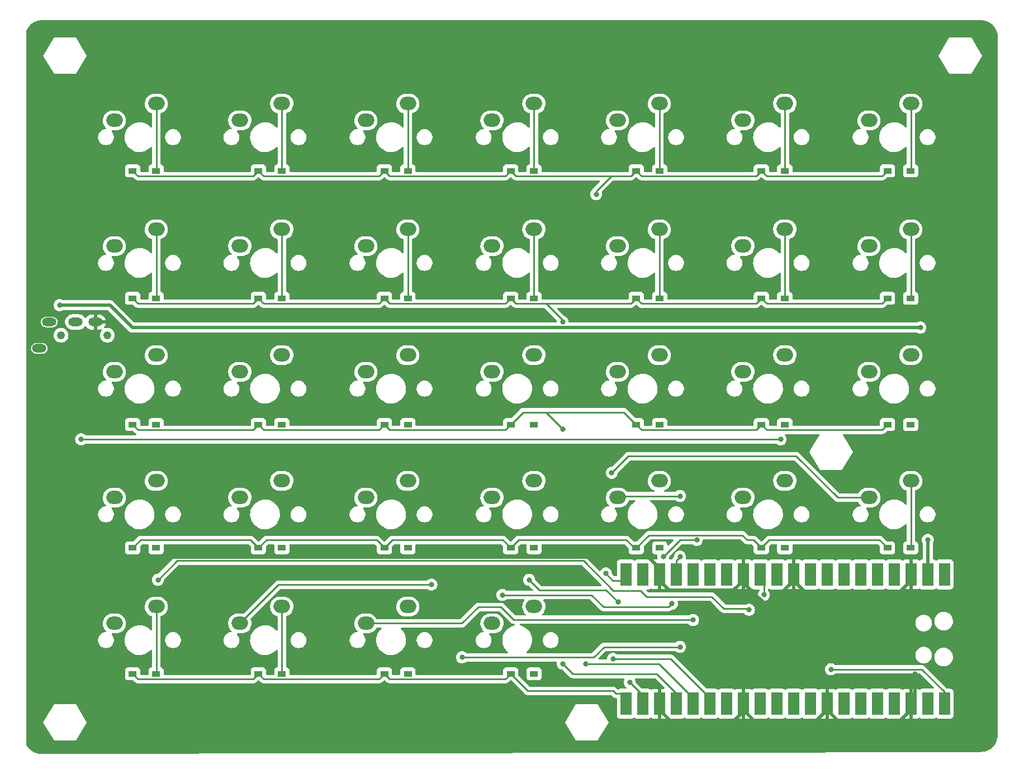
<source format=gbr>
%TF.GenerationSoftware,KiCad,Pcbnew,(7.0.0-0)*%
%TF.CreationDate,2023-03-06T01:52:27+09:00*%
%TF.ProjectId,11111_pcb,31313131-315f-4706-9362-2e6b69636164,rev?*%
%TF.SameCoordinates,Original*%
%TF.FileFunction,Copper,L2,Bot*%
%TF.FilePolarity,Positive*%
%FSLAX46Y46*%
G04 Gerber Fmt 4.6, Leading zero omitted, Abs format (unit mm)*
G04 Created by KiCad (PCBNEW (7.0.0-0)) date 2023-03-06 01:52:27*
%MOMM*%
%LPD*%
G01*
G04 APERTURE LIST*
%TA.AperFunction,ComponentPad*%
%ADD10O,2.500000X2.000000*%
%TD*%
%TA.AperFunction,SMDPad,CuDef*%
%ADD11R,1.300000X0.950000*%
%TD*%
%TA.AperFunction,SMDPad,CuDef*%
%ADD12R,1.700000X3.500000*%
%TD*%
%TA.AperFunction,WasherPad*%
%ADD13C,1.210000*%
%TD*%
%TA.AperFunction,ComponentPad*%
%ADD14O,2.200000X1.300000*%
%TD*%
%TA.AperFunction,ViaPad*%
%ADD15C,0.800000*%
%TD*%
%TA.AperFunction,Conductor*%
%ADD16C,0.250000*%
%TD*%
%TA.AperFunction,Conductor*%
%ADD17C,0.500000*%
%TD*%
G04 APERTURE END LIST*
D10*
%TO.P,SW64,1,1*%
%TO.N,Col10*%
X251105986Y-111701999D03*
%TO.P,SW64,2,2*%
%TO.N,Net-(D64-A)*%
X257455986Y-109161999D03*
%TD*%
D11*
%TO.P,D37,1,K*%
%TO.N,Row7*%
X215725986Y-81591999D03*
%TO.P,D37,2,A*%
%TO.N,Net-(D37-A)*%
X219275986Y-81591999D03*
%TD*%
%TO.P,D12,1,K*%
%TO.N,Row5*%
X272950986Y-43141999D03*
%TO.P,D12,2,A*%
%TO.N,Net-(D12-A)*%
X276500986Y-43141999D03*
%TD*%
D10*
%TO.P,SW41,1,1*%
%TO.N,Col12*%
X289105986Y-73601999D03*
%TO.P,SW41,2,2*%
%TO.N,Net-(D41-A)*%
X295455986Y-71061999D03*
%TD*%
%TO.P,SW42,1,1*%
%TO.N,Col13*%
X308205986Y-73601999D03*
%TO.P,SW42,2,2*%
%TO.N,Net-(D42-A)*%
X314555986Y-71061999D03*
%TD*%
D11*
%TO.P,D11,1,K*%
%TO.N,Row5*%
X253925986Y-43141999D03*
%TO.P,D11,2,A*%
%TO.N,Net-(D11-A)*%
X257475986Y-43141999D03*
%TD*%
%TO.P,D8,1,K*%
%TO.N,Row5*%
X196675986Y-43141999D03*
%TO.P,D8,2,A*%
%TO.N,Net-(D8-A)*%
X200225986Y-43141999D03*
%TD*%
D10*
%TO.P,SW36,1,1*%
%TO.N,Col7*%
X193905986Y-73601999D03*
%TO.P,SW36,2,2*%
%TO.N,Net-(D36-A)*%
X200255986Y-71061999D03*
%TD*%
%TO.P,SW63,1,1*%
%TO.N,Col9*%
X232005986Y-111701999D03*
%TO.P,SW63,2,2*%
%TO.N,Net-(D63-A)*%
X238355986Y-109161999D03*
%TD*%
D12*
%TO.P,U2,1,GPIO0*%
%TO.N,DataRight*%
X319645986Y-123866999D03*
%TO.P,U2,2,GPIO1*%
%TO.N,unconnected-(U2-GPIO1-Pad2)*%
X317105986Y-123866999D03*
%TO.P,U2,3,GND*%
%TO.N,GNDA*%
X314565986Y-123866999D03*
%TO.P,U2,4,GPIO2*%
%TO.N,unconnected-(U2-GPIO2-Pad4)*%
X312025986Y-123866999D03*
%TO.P,U2,5,GPIO3*%
%TO.N,unconnected-(U2-GPIO3-Pad5)*%
X309485986Y-123866999D03*
%TO.P,U2,6,GPIO4*%
%TO.N,unconnected-(U2-GPIO4-Pad6)*%
X306945986Y-123866999D03*
%TO.P,U2,7,GPIO5*%
%TO.N,unconnected-(U2-GPIO5-Pad7)*%
X304405986Y-123866999D03*
%TO.P,U2,8,GND*%
%TO.N,GNDA*%
X301865986Y-123866999D03*
%TO.P,U2,9,GPIO6*%
%TO.N,unconnected-(U2-GPIO6-Pad9)*%
X299325986Y-123866999D03*
%TO.P,U2,10,GPIO7*%
%TO.N,unconnected-(U2-GPIO7-Pad10)*%
X296785986Y-123866999D03*
%TO.P,U2,11,GPIO8*%
%TO.N,unconnected-(U2-GPIO8-Pad11)*%
X294245986Y-123866999D03*
%TO.P,U2,12,GPIO9*%
%TO.N,unconnected-(U2-GPIO9-Pad12)*%
X291705986Y-123866999D03*
%TO.P,U2,13,GND*%
%TO.N,GNDA*%
X289165986Y-123866999D03*
%TO.P,U2,14,GPIO10*%
%TO.N,unconnected-(U2-GPIO10-Pad14)*%
X286625986Y-123866999D03*
%TO.P,U2,15,GPIO11*%
%TO.N,Row5*%
X284085986Y-123866999D03*
%TO.P,U2,16,GPIO12*%
%TO.N,Row6*%
X281545986Y-123866999D03*
%TO.P,U2,17,GPIO13*%
%TO.N,Row7*%
X279005986Y-123866999D03*
%TO.P,U2,18,GND*%
%TO.N,GNDA*%
X276465986Y-123866999D03*
%TO.P,U2,19,GPIO14*%
%TO.N,Row8*%
X273925986Y-123866999D03*
%TO.P,U2,20,GPIO15*%
%TO.N,Row9*%
X271385986Y-123866999D03*
%TO.P,U2,21,GPIO16*%
%TO.N,Col13*%
X271385986Y-104286999D03*
%TO.P,U2,22,GPIO17*%
%TO.N,Col12*%
X273925986Y-104286999D03*
%TO.P,U2,23,GND*%
%TO.N,GNDA*%
X276465986Y-104286999D03*
%TO.P,U2,24,GPIO18*%
%TO.N,Col11*%
X279005986Y-104286999D03*
%TO.P,U2,25,GPIO19*%
%TO.N,Col10*%
X281545986Y-104286999D03*
%TO.P,U2,26,GPIO20*%
%TO.N,Col9*%
X284085986Y-104286999D03*
%TO.P,U2,27,GPIO21*%
%TO.N,Col8*%
X286625986Y-104286999D03*
%TO.P,U2,28,GND*%
%TO.N,GNDA*%
X289165986Y-104286999D03*
%TO.P,U2,29,GPIO22*%
%TO.N,Col7*%
X291705986Y-104286999D03*
%TO.P,U2,30,RUN*%
%TO.N,unconnected-(U2-RUN-Pad30)*%
X294245986Y-104286999D03*
%TO.P,U2,31,GPIO26_ADC0*%
%TO.N,GNDA*%
X296785986Y-104286999D03*
%TO.P,U2,32,GPIO27_ADC1*%
%TO.N,unconnected-(U2-GPIO27_ADC1-Pad32)*%
X299325986Y-104286999D03*
%TO.P,U2,33,AGND*%
%TO.N,unconnected-(U2-AGND-Pad33)*%
X301865986Y-104286999D03*
%TO.P,U2,34,GPIO28_ADC2*%
%TO.N,unconnected-(U2-GPIO28_ADC2-Pad34)*%
X304405986Y-104286999D03*
%TO.P,U2,35,ADC_VREF*%
%TO.N,unconnected-(U2-ADC_VREF-Pad35)*%
X306945986Y-104286999D03*
%TO.P,U2,36,3V3*%
%TO.N,unconnected-(U2-3V3-Pad36)*%
X309485986Y-104286999D03*
%TO.P,U2,37,3V3_EN*%
%TO.N,unconnected-(U2-3V3_EN-Pad37)*%
X312025986Y-104286999D03*
%TO.P,U2,38,GND*%
%TO.N,GNDA*%
X314565986Y-104286999D03*
%TO.P,U2,39,VSYS*%
%TO.N,VDD*%
X317105986Y-104286999D03*
%TO.P,U2,40,VBUS*%
%TO.N,unconnected-(U2-VBUS-Pad40)*%
X319645986Y-104286999D03*
%TD*%
D13*
%TO.P,J2,*%
%TO.N,*%
X192825987Y-68042000D03*
X185825987Y-68042000D03*
D14*
%TO.P,J2,A*%
%TO.N,unconnected-(J2-PadA)*%
X182525986Y-70041999D03*
%TO.P,J2,B*%
%TO.N,GNDA*%
X191025986Y-66041999D03*
%TO.P,J2,C*%
%TO.N,DataRight*%
X188025986Y-66041999D03*
%TO.P,J2,D*%
%TO.N,VDD*%
X184025986Y-66041999D03*
%TD*%
D11*
%TO.P,D24,1,K*%
%TO.N,Row6*%
X234810986Y-62461999D03*
%TO.P,D24,2,A*%
%TO.N,Net-(D24-A)*%
X238360986Y-62461999D03*
%TD*%
%TO.P,D25,1,K*%
%TO.N,Row6*%
X253925986Y-62461999D03*
%TO.P,D25,2,A*%
%TO.N,Net-(D25-A)*%
X257475986Y-62461999D03*
%TD*%
D10*
%TO.P,SW10,1,1*%
%TO.N,Col9*%
X232005986Y-35501999D03*
%TO.P,SW10,2,2*%
%TO.N,Net-(D10-A)*%
X238355986Y-32961999D03*
%TD*%
D11*
%TO.P,D63,1,K*%
%TO.N,Row9*%
X234810986Y-119341999D03*
%TO.P,D63,2,A*%
%TO.N,Net-(D63-A)*%
X238360986Y-119341999D03*
%TD*%
D10*
%TO.P,SW9,1,1*%
%TO.N,Col8*%
X212905986Y-35501999D03*
%TO.P,SW9,2,2*%
%TO.N,Net-(D9-A)*%
X219255986Y-32961999D03*
%TD*%
%TO.P,SW27,1,1*%
%TO.N,Col12*%
X289105986Y-54551999D03*
%TO.P,SW27,2,2*%
%TO.N,Net-(D27-A)*%
X295455986Y-52011999D03*
%TD*%
%TO.P,SW14,1,1*%
%TO.N,Col13*%
X308205986Y-35501999D03*
%TO.P,SW14,2,2*%
%TO.N,Net-(D14-A)*%
X314555986Y-32961999D03*
%TD*%
%TO.P,SW50,1,1*%
%TO.N,Col7*%
X193905986Y-92651999D03*
%TO.P,SW50,2,2*%
%TO.N,Net-(D50-A)*%
X200255986Y-90111999D03*
%TD*%
%TO.P,SW38,1,1*%
%TO.N,Col9*%
X232005986Y-73601999D03*
%TO.P,SW38,2,2*%
%TO.N,Net-(D38-A)*%
X238355986Y-71061999D03*
%TD*%
%TO.P,SW11,1,1*%
%TO.N,Col10*%
X251105986Y-35501999D03*
%TO.P,SW11,2,2*%
%TO.N,Net-(D11-A)*%
X257455986Y-32961999D03*
%TD*%
D11*
%TO.P,D50,1,K*%
%TO.N,Row8*%
X196675986Y-100271999D03*
%TO.P,D50,2,A*%
%TO.N,Net-(D50-A)*%
X200225986Y-100271999D03*
%TD*%
D10*
%TO.P,SW52,1,1*%
%TO.N,Col9*%
X232005986Y-92651999D03*
%TO.P,SW52,2,2*%
%TO.N,Net-(D52-A)*%
X238355986Y-90111999D03*
%TD*%
D11*
%TO.P,D10,1,K*%
%TO.N,Row5*%
X234810986Y-43141999D03*
%TO.P,D10,2,A*%
%TO.N,Net-(D10-A)*%
X238360986Y-43141999D03*
%TD*%
D10*
%TO.P,SW39,1,1*%
%TO.N,Col10*%
X251105986Y-73601999D03*
%TO.P,SW39,2,2*%
%TO.N,Net-(D39-A)*%
X257455986Y-71061999D03*
%TD*%
D11*
%TO.P,D61,1,K*%
%TO.N,Row9*%
X196675986Y-119341999D03*
%TO.P,D61,2,A*%
%TO.N,Net-(D61-A)*%
X200225986Y-119341999D03*
%TD*%
D10*
%TO.P,SW55,1,1*%
%TO.N,Col12*%
X289105986Y-92651999D03*
%TO.P,SW55,2,2*%
%TO.N,Net-(D55-A)*%
X295455986Y-90111999D03*
%TD*%
%TO.P,SW24,1,1*%
%TO.N,Col9*%
X232005986Y-54551999D03*
%TO.P,SW24,2,2*%
%TO.N,Net-(D24-A)*%
X238355986Y-52011999D03*
%TD*%
D11*
%TO.P,D51,1,K*%
%TO.N,Row8*%
X215725986Y-100271999D03*
%TO.P,D51,2,A*%
%TO.N,Net-(D51-A)*%
X219275986Y-100271999D03*
%TD*%
D10*
%TO.P,SW25,1,1*%
%TO.N,Col10*%
X251105986Y-54551999D03*
%TO.P,SW25,2,2*%
%TO.N,Net-(D25-A)*%
X257455986Y-52011999D03*
%TD*%
%TO.P,SW40,1,1*%
%TO.N,Col11*%
X270105986Y-73601999D03*
%TO.P,SW40,2,2*%
%TO.N,Net-(D40-A)*%
X276455986Y-71061999D03*
%TD*%
D11*
%TO.P,D55,1,K*%
%TO.N,Row8*%
X291905986Y-100271999D03*
%TO.P,D55,2,A*%
%TO.N,Net-(D55-A)*%
X295455986Y-100271999D03*
%TD*%
%TO.P,D36,1,K*%
%TO.N,Row7*%
X196675986Y-81591999D03*
%TO.P,D36,2,A*%
%TO.N,Net-(D36-A)*%
X200225986Y-81591999D03*
%TD*%
%TO.P,D62,1,K*%
%TO.N,Row9*%
X215725986Y-119341999D03*
%TO.P,D62,2,A*%
%TO.N,Net-(D62-A)*%
X219275986Y-119341999D03*
%TD*%
%TO.P,D13,1,K*%
%TO.N,Row5*%
X291905986Y-43141999D03*
%TO.P,D13,2,A*%
%TO.N,Net-(D13-A)*%
X295455986Y-43141999D03*
%TD*%
D10*
%TO.P,SW53,1,1*%
%TO.N,Col10*%
X251105986Y-92651999D03*
%TO.P,SW53,2,2*%
%TO.N,Net-(D53-A)*%
X257455986Y-90111999D03*
%TD*%
D11*
%TO.P,D54,1,K*%
%TO.N,Row8*%
X272950986Y-100271999D03*
%TO.P,D54,2,A*%
%TO.N,Net-(D54-A)*%
X276500986Y-100271999D03*
%TD*%
%TO.P,D64,1,K*%
%TO.N,Row9*%
X253925986Y-119341999D03*
%TO.P,D64,2,A*%
%TO.N,Net-(D64-A)*%
X257475986Y-119341999D03*
%TD*%
D10*
%TO.P,SW28,1,1*%
%TO.N,Col13*%
X308205986Y-54551999D03*
%TO.P,SW28,2,2*%
%TO.N,Net-(D28-A)*%
X314555986Y-52011999D03*
%TD*%
%TO.P,SW51,1,1*%
%TO.N,Col8*%
X212905986Y-92651999D03*
%TO.P,SW51,2,2*%
%TO.N,Net-(D51-A)*%
X219255986Y-90111999D03*
%TD*%
D11*
%TO.P,D23,1,K*%
%TO.N,Row6*%
X215725986Y-62461999D03*
%TO.P,D23,2,A*%
%TO.N,Net-(D23-A)*%
X219275986Y-62461999D03*
%TD*%
D10*
%TO.P,SW37,1,1*%
%TO.N,Col8*%
X212905986Y-73601999D03*
%TO.P,SW37,2,2*%
%TO.N,Net-(D37-A)*%
X219255986Y-71061999D03*
%TD*%
%TO.P,SW56,1,1*%
%TO.N,Col13*%
X308205986Y-92651999D03*
%TO.P,SW56,2,2*%
%TO.N,Net-(D56-A)*%
X314555986Y-90111999D03*
%TD*%
D11*
%TO.P,D27,1,K*%
%TO.N,Row6*%
X291905986Y-62461999D03*
%TO.P,D27,2,A*%
%TO.N,Net-(D27-A)*%
X295455986Y-62461999D03*
%TD*%
D10*
%TO.P,SW13,1,1*%
%TO.N,Col12*%
X289105986Y-35501999D03*
%TO.P,SW13,2,2*%
%TO.N,Net-(D13-A)*%
X295455986Y-32961999D03*
%TD*%
D11*
%TO.P,D38,1,K*%
%TO.N,Row7*%
X234810986Y-81591999D03*
%TO.P,D38,2,A*%
%TO.N,Net-(D38-A)*%
X238360986Y-81591999D03*
%TD*%
D10*
%TO.P,SW62,1,1*%
%TO.N,Col8*%
X212905986Y-111701999D03*
%TO.P,SW62,2,2*%
%TO.N,Net-(D62-A)*%
X219255986Y-109161999D03*
%TD*%
%TO.P,SW23,1,1*%
%TO.N,Col8*%
X212905986Y-54551999D03*
%TO.P,SW23,2,2*%
%TO.N,Net-(D23-A)*%
X219255986Y-52011999D03*
%TD*%
D11*
%TO.P,D53,1,K*%
%TO.N,Row8*%
X253925986Y-100271999D03*
%TO.P,D53,2,A*%
%TO.N,Net-(D53-A)*%
X257475986Y-100271999D03*
%TD*%
%TO.P,D9,1,K*%
%TO.N,Row5*%
X215725986Y-43141999D03*
%TO.P,D9,2,A*%
%TO.N,Net-(D9-A)*%
X219275986Y-43141999D03*
%TD*%
D10*
%TO.P,SW12,1,1*%
%TO.N,Col11*%
X270105986Y-35501999D03*
%TO.P,SW12,2,2*%
%TO.N,Net-(D12-A)*%
X276455986Y-32961999D03*
%TD*%
D11*
%TO.P,D39,1,K*%
%TO.N,Row7*%
X253925986Y-81591999D03*
%TO.P,D39,2,A*%
%TO.N,Net-(D39-A)*%
X257475986Y-81591999D03*
%TD*%
%TO.P,D22,1,K*%
%TO.N,Row6*%
X196675986Y-62461999D03*
%TO.P,D22,2,A*%
%TO.N,Net-(D22-A)*%
X200225986Y-62461999D03*
%TD*%
%TO.P,D52,1,K*%
%TO.N,Row8*%
X234810986Y-100271999D03*
%TO.P,D52,2,A*%
%TO.N,Net-(D52-A)*%
X238360986Y-100271999D03*
%TD*%
%TO.P,D28,1,K*%
%TO.N,Row6*%
X310990986Y-62461999D03*
%TO.P,D28,2,A*%
%TO.N,Net-(D28-A)*%
X314540986Y-62461999D03*
%TD*%
D10*
%TO.P,SW8,1,1*%
%TO.N,Col7*%
X193905986Y-35501999D03*
%TO.P,SW8,2,2*%
%TO.N,Net-(D8-A)*%
X200255986Y-32961999D03*
%TD*%
D11*
%TO.P,D42,1,K*%
%TO.N,Row7*%
X310990986Y-81591999D03*
%TO.P,D42,2,A*%
%TO.N,Net-(D42-A)*%
X314540986Y-81591999D03*
%TD*%
%TO.P,D26,1,K*%
%TO.N,Row6*%
X272950986Y-62461999D03*
%TO.P,D26,2,A*%
%TO.N,Net-(D26-A)*%
X276500986Y-62461999D03*
%TD*%
%TO.P,D14,1,K*%
%TO.N,Row5*%
X310990986Y-43141999D03*
%TO.P,D14,2,A*%
%TO.N,Net-(D14-A)*%
X314540986Y-43141999D03*
%TD*%
D10*
%TO.P,SW54,1,1*%
%TO.N,Col11*%
X270105986Y-92651999D03*
%TO.P,SW54,2,2*%
%TO.N,Net-(D54-A)*%
X276455986Y-90111999D03*
%TD*%
%TO.P,SW61,1,1*%
%TO.N,Col7*%
X193905986Y-111701999D03*
%TO.P,SW61,2,2*%
%TO.N,Net-(D61-A)*%
X200255986Y-109161999D03*
%TD*%
%TO.P,SW26,1,1*%
%TO.N,Col11*%
X270105986Y-54551999D03*
%TO.P,SW26,2,2*%
%TO.N,Net-(D26-A)*%
X276455986Y-52011999D03*
%TD*%
%TO.P,SW22,1,1*%
%TO.N,Col7*%
X193905986Y-54551999D03*
%TO.P,SW22,2,2*%
%TO.N,Net-(D22-A)*%
X200255986Y-52011999D03*
%TD*%
D11*
%TO.P,D41,1,K*%
%TO.N,Row7*%
X291905986Y-81591999D03*
%TO.P,D41,2,A*%
%TO.N,Net-(D41-A)*%
X295455986Y-81591999D03*
%TD*%
%TO.P,D40,1,K*%
%TO.N,Row7*%
X272950986Y-81591999D03*
%TO.P,D40,2,A*%
%TO.N,Net-(D40-A)*%
X276500986Y-81591999D03*
%TD*%
%TO.P,D56,1,K*%
%TO.N,Row8*%
X310990986Y-100271999D03*
%TO.P,D56,2,A*%
%TO.N,Net-(D56-A)*%
X314540986Y-100271999D03*
%TD*%
D15*
%TO.N,Col13*%
X269240000Y-88900000D03*
%TO.N,Row5*%
X269420987Y-117077500D03*
X266880987Y-46682000D03*
%TO.N,Row6*%
X265301165Y-117802000D03*
X261800987Y-66042000D03*
%TO.N,Row7*%
X261800987Y-117802000D03*
X261800987Y-82242000D03*
%TO.N,Net-(D36-A)*%
X200225987Y-81592000D03*
%TO.N,Net-(D37-A)*%
X219275987Y-81592000D03*
%TO.N,Net-(D38-A)*%
X238360987Y-81592000D03*
%TO.N,Net-(D39-A)*%
X257475987Y-81592000D03*
%TO.N,Net-(D40-A)*%
X276500987Y-81592000D03*
%TO.N,Net-(D41-A)*%
X295455987Y-81592000D03*
%TO.N,Net-(D42-A)*%
X314540987Y-81592000D03*
%TO.N,Row8*%
X271960987Y-120652000D03*
X253925987Y-100272000D03*
X256720987Y-105102000D03*
X270178688Y-108464299D03*
%TO.N,Net-(D50-A)*%
X200225987Y-100272000D03*
%TO.N,Net-(D51-A)*%
X219275987Y-100272000D03*
%TO.N,Net-(D52-A)*%
X238360987Y-100272000D03*
%TO.N,Net-(D53-A)*%
X257475987Y-100272000D03*
%TO.N,Net-(D54-A)*%
X276500987Y-100272000D03*
%TO.N,Net-(D55-A)*%
X295455987Y-100272000D03*
%TO.N,DataRight*%
X302440987Y-118657000D03*
X294820987Y-83822000D03*
X188871487Y-83822000D03*
%TO.N,VDD*%
X315990987Y-66892000D03*
X317105987Y-99062000D03*
X185600987Y-63502000D03*
%TO.N,Col7*%
X290015487Y-109646503D03*
X292280987Y-107381003D03*
X200505987Y-105102000D03*
%TO.N,Col8*%
X246560987Y-116842000D03*
X286625987Y-105187000D03*
X241930987Y-105826500D03*
X279580987Y-115262000D03*
%TO.N,Col9*%
X281555987Y-111197000D03*
X284085987Y-105187000D03*
%TO.N,Col10*%
X281545987Y-105187000D03*
X278350724Y-108732500D03*
X252680987Y-107407000D03*
%TO.N,Col11*%
X279580987Y-101602000D03*
X279580987Y-92402000D03*
%TO.N,Col12*%
X282120987Y-99062000D03*
X273925987Y-105187000D03*
X277040987Y-101602000D03*
%TO.N,Col13*%
X268340987Y-104142000D03*
%TO.N,GNDA*%
X190680987Y-97482000D03*
X315140987Y-119382000D03*
X315140987Y-109222000D03*
%TO.N,Net-(D63-A)*%
X238360987Y-119342000D03*
%TO.N,Net-(D64-A)*%
X257475987Y-119342000D03*
%TD*%
D16*
%TO.N,Col13*%
X297180000Y-86360000D02*
X303472000Y-92652000D01*
X269240000Y-88900000D02*
X271780000Y-86360000D01*
X303472000Y-92652000D02*
X308205987Y-92652000D01*
X271780000Y-86360000D02*
X297180000Y-86360000D01*
%TO.N,Row5*%
X291905987Y-43142000D02*
X291105987Y-43942000D01*
X310990987Y-43142000D02*
X310190987Y-43942000D01*
X266880987Y-46682000D02*
X266880987Y-46232000D01*
X253925987Y-43142000D02*
X253125987Y-43942000D01*
X292705987Y-43942000D02*
X291905987Y-43142000D01*
X266880987Y-46232000D02*
X269170987Y-43942000D01*
X216525987Y-43942000D02*
X215725987Y-43142000D01*
X273750987Y-43942000D02*
X272950987Y-43142000D01*
X269420987Y-117077500D02*
X278196487Y-117077500D01*
X272950987Y-43142000D02*
X272150987Y-43942000D01*
X253125987Y-43942000D02*
X235610987Y-43942000D01*
X234810987Y-43142000D02*
X234010987Y-43942000D01*
X214925987Y-43942000D02*
X197475987Y-43942000D01*
X235610987Y-43942000D02*
X234810987Y-43142000D01*
X197475987Y-43942000D02*
X196675987Y-43142000D01*
X272150987Y-43942000D02*
X254725987Y-43942000D01*
X291105987Y-43942000D02*
X273750987Y-43942000D01*
X269170987Y-43942000D02*
X269420987Y-43942000D01*
X278196487Y-117077500D02*
X284085987Y-122967000D01*
X215725987Y-43142000D02*
X214925987Y-43942000D01*
X234010987Y-43942000D02*
X216525987Y-43942000D01*
X310190987Y-43942000D02*
X292705987Y-43942000D01*
X254725987Y-43942000D02*
X253925987Y-43142000D01*
%TO.N,Net-(D8-A)*%
X200255987Y-32962000D02*
X200255987Y-43112000D01*
X200255987Y-43112000D02*
X200225987Y-43142000D01*
%TO.N,Net-(D9-A)*%
X219255987Y-43122000D02*
X219275987Y-43142000D01*
X219255987Y-32962000D02*
X219255987Y-43122000D01*
%TO.N,Net-(D10-A)*%
X238355987Y-32962000D02*
X238355987Y-43137000D01*
X238355987Y-43137000D02*
X238360987Y-43142000D01*
%TO.N,Net-(D11-A)*%
X257455987Y-43122000D02*
X257475987Y-43142000D01*
X257455987Y-32962000D02*
X257455987Y-43122000D01*
%TO.N,Net-(D12-A)*%
X276455987Y-43097000D02*
X276500987Y-43142000D01*
X276455987Y-32962000D02*
X276455987Y-43097000D01*
%TO.N,Net-(D13-A)*%
X295455987Y-32962000D02*
X295455987Y-43142000D01*
%TO.N,Net-(D14-A)*%
X314555987Y-43127000D02*
X314540987Y-43142000D01*
X314555987Y-32962000D02*
X314555987Y-43127000D01*
%TO.N,Row6*%
X254725987Y-63262000D02*
X259260987Y-63262000D01*
X234810987Y-62462000D02*
X235610987Y-63262000D01*
X235610987Y-63262000D02*
X253125987Y-63262000D01*
X259260987Y-63262000D02*
X272150987Y-63262000D01*
X253925987Y-62462000D02*
X254725987Y-63262000D01*
X215725987Y-62462000D02*
X216525987Y-63262000D01*
X214925987Y-63262000D02*
X215725987Y-62462000D01*
X276380987Y-117802000D02*
X281545987Y-122967000D01*
X253125987Y-63262000D02*
X253925987Y-62462000D01*
X265301165Y-117802000D02*
X276380987Y-117802000D01*
X273750987Y-63262000D02*
X291105987Y-63262000D01*
X310190987Y-63262000D02*
X292705987Y-63262000D01*
X196675987Y-62462000D02*
X197475987Y-63262000D01*
X197475987Y-63262000D02*
X214925987Y-63262000D01*
X272150987Y-63262000D02*
X272950987Y-62462000D01*
X261800987Y-66042000D02*
X261800987Y-65802000D01*
X216525987Y-63262000D02*
X234010987Y-63262000D01*
X234010987Y-63262000D02*
X234810987Y-62462000D01*
X272950987Y-62462000D02*
X273750987Y-63262000D01*
X310990987Y-62462000D02*
X310190987Y-63262000D01*
X291105987Y-63262000D02*
X291905987Y-62462000D01*
X292705987Y-63262000D02*
X291905987Y-62462000D01*
X261800987Y-65802000D02*
X259260987Y-63262000D01*
%TO.N,Net-(D22-A)*%
X200255987Y-52012000D02*
X200255987Y-62432000D01*
X200255987Y-62432000D02*
X200225987Y-62462000D01*
%TO.N,Net-(D23-A)*%
X219255987Y-62442000D02*
X219275987Y-62462000D01*
X219255987Y-52012000D02*
X219255987Y-62442000D01*
%TO.N,Net-(D24-A)*%
X238355987Y-52012000D02*
X238355987Y-62457000D01*
X238355987Y-62457000D02*
X238360987Y-62462000D01*
%TO.N,Net-(D25-A)*%
X257455987Y-62442000D02*
X257475987Y-62462000D01*
X257455987Y-52012000D02*
X257455987Y-62442000D01*
%TO.N,Net-(D26-A)*%
X276455987Y-52012000D02*
X276455987Y-62417000D01*
X276455987Y-62417000D02*
X276500987Y-62462000D01*
%TO.N,Net-(D27-A)*%
X295455987Y-52012000D02*
X295455987Y-62462000D01*
%TO.N,Net-(D28-A)*%
X314555987Y-62447000D02*
X314540987Y-62462000D01*
X314555987Y-52012000D02*
X314555987Y-62447000D01*
%TO.N,Row7*%
X255815987Y-79702000D02*
X253925987Y-81592000D01*
X279005987Y-122307000D02*
X279005987Y-122967000D01*
X235610987Y-82392000D02*
X234810987Y-81592000D01*
X261800987Y-117802000D02*
X263380987Y-119382000D01*
X291905987Y-81592000D02*
X291105987Y-82392000D01*
X310990987Y-81592000D02*
X310190987Y-82392000D01*
X273750987Y-82392000D02*
X272950987Y-81592000D01*
X197475987Y-82392000D02*
X196675987Y-81592000D01*
X310190987Y-82392000D02*
X292705987Y-82392000D01*
X234010987Y-82392000D02*
X216525987Y-82392000D01*
X234810987Y-81592000D02*
X234010987Y-82392000D01*
X215725987Y-81592000D02*
X214925987Y-82392000D01*
X253925987Y-81592000D02*
X253125987Y-82392000D01*
X271060987Y-79702000D02*
X255815987Y-79702000D01*
X292705987Y-82392000D02*
X291905987Y-81592000D01*
X216525987Y-82392000D02*
X215725987Y-81592000D01*
X253125987Y-82392000D02*
X235610987Y-82392000D01*
X263380987Y-119382000D02*
X276080987Y-119382000D01*
X261800987Y-82242000D02*
X259260987Y-79702000D01*
X272950987Y-81592000D02*
X271060987Y-79702000D01*
X214925987Y-82392000D02*
X197475987Y-82392000D01*
X276080987Y-119382000D02*
X279005987Y-122307000D01*
X291105987Y-82392000D02*
X273750987Y-82392000D01*
%TO.N,Row8*%
X253925987Y-100272000D02*
X255135987Y-99062000D01*
X197885987Y-99062000D02*
X214515987Y-99062000D01*
X255135987Y-99062000D02*
X271430987Y-99062000D01*
X289740987Y-99062000D02*
X290695987Y-99062000D01*
X270178688Y-108464299D02*
X268396389Y-106682000D01*
X215725987Y-100272000D02*
X216935987Y-99062000D01*
X258300987Y-106682000D02*
X256720987Y-105102000D01*
X273925987Y-122617000D02*
X273925987Y-122967000D01*
X293115987Y-99062000D02*
X309780987Y-99062000D01*
X236020987Y-99062000D02*
X252715987Y-99062000D01*
X291905987Y-100272000D02*
X293115987Y-99062000D01*
X271960987Y-120652000D02*
X273925987Y-122617000D01*
X216935987Y-99062000D02*
X233600987Y-99062000D01*
X233600987Y-99062000D02*
X234810987Y-100272000D01*
X274885987Y-98337000D02*
X289015987Y-98337000D01*
X309780987Y-99062000D02*
X310990987Y-100272000D01*
X289015987Y-98337000D02*
X289740987Y-99062000D01*
X252715987Y-99062000D02*
X253925987Y-100272000D01*
X290695987Y-99062000D02*
X291905987Y-100272000D01*
X214515987Y-99062000D02*
X215725987Y-100272000D01*
X272640987Y-100272000D02*
X272950987Y-100272000D01*
X196675987Y-100272000D02*
X197885987Y-99062000D01*
X234810987Y-100272000D02*
X236020987Y-99062000D01*
X271430987Y-99062000D02*
X272640987Y-100272000D01*
X268396389Y-106682000D02*
X258300987Y-106682000D01*
X272950987Y-100272000D02*
X274885987Y-98337000D01*
%TO.N,Net-(D56-A)*%
X314555987Y-90112000D02*
X314555987Y-100257000D01*
X314555987Y-100257000D02*
X314540987Y-100272000D01*
%TO.N,Row9*%
X269865987Y-122367000D02*
X269420987Y-121922000D01*
X270785987Y-122367000D02*
X269865987Y-122367000D01*
X271385987Y-122967000D02*
X270785987Y-122367000D01*
X197475987Y-120142000D02*
X196675987Y-119342000D01*
X269420987Y-121922000D02*
X256505987Y-121922000D01*
X216525987Y-120142000D02*
X215725987Y-119342000D01*
X234010987Y-120142000D02*
X216525987Y-120142000D01*
X256505987Y-121922000D02*
X253925987Y-119342000D01*
X253925987Y-119342000D02*
X253125987Y-120142000D01*
X235610987Y-120142000D02*
X234810987Y-119342000D01*
X215725987Y-119342000D02*
X214925987Y-120142000D01*
X234810987Y-119342000D02*
X234010987Y-120142000D01*
X253125987Y-120142000D02*
X235610987Y-120142000D01*
X214925987Y-120142000D02*
X197475987Y-120142000D01*
%TO.N,Net-(D61-A)*%
X200255987Y-119312000D02*
X200225987Y-119342000D01*
X200255987Y-109162000D02*
X200255987Y-119312000D01*
%TO.N,Net-(D62-A)*%
X219255987Y-119322000D02*
X219275987Y-119342000D01*
X219255987Y-109162000D02*
X219255987Y-119322000D01*
%TO.N,DataRight*%
X188871487Y-83822000D02*
X294820987Y-83822000D01*
X316198639Y-118657000D02*
X319645987Y-122104348D01*
X302440987Y-118657000D02*
X316198639Y-118657000D01*
X319645987Y-122104348D02*
X319645987Y-122967000D01*
D17*
%TO.N,VDD*%
X193220987Y-63502000D02*
X185600987Y-63502000D01*
X196610987Y-66892000D02*
X193220987Y-63502000D01*
X315990987Y-66892000D02*
X196610987Y-66892000D01*
X317105987Y-99062000D02*
X317105987Y-105187000D01*
D16*
%TO.N,Col7*%
X289865484Y-109496500D02*
X286235682Y-109496500D01*
X290015487Y-109646503D02*
X289865484Y-109496500D01*
X292280987Y-107381003D02*
X292280987Y-105762000D01*
X292280987Y-105762000D02*
X291705987Y-105187000D01*
X284381182Y-107642000D02*
X274500987Y-107642000D01*
X274500987Y-107642000D02*
X273600987Y-106742000D01*
X286235682Y-109496500D02*
X284381182Y-107642000D01*
X273600987Y-106742000D02*
X269480987Y-106742000D01*
X203385987Y-102222000D02*
X200505987Y-105102000D01*
X269480987Y-106742000D02*
X264960987Y-102222000D01*
X264960987Y-102222000D02*
X203385987Y-102222000D01*
%TO.N,Col8*%
X268066084Y-115262000D02*
X279580987Y-115262000D01*
X241930987Y-105826500D02*
X218781487Y-105826500D01*
X246560987Y-116842000D02*
X266486084Y-116842000D01*
X266486084Y-116842000D02*
X268066084Y-115262000D01*
X218781487Y-105826500D02*
X212905987Y-111702000D01*
%TO.N,Col9*%
X252465404Y-109222000D02*
X249011570Y-109222000D01*
X254396571Y-111153167D02*
X252465404Y-109222000D01*
X281555987Y-111197000D02*
X281512154Y-111153167D01*
X246531570Y-111702000D02*
X232005987Y-111702000D01*
X249011570Y-109222000D02*
X246531570Y-111702000D01*
X281512154Y-111153167D02*
X254396571Y-111153167D01*
%TO.N,Col10*%
X266195987Y-107407000D02*
X268010987Y-109222000D01*
X277861224Y-109222000D02*
X278350724Y-108732500D01*
X268010987Y-109222000D02*
X277861224Y-109222000D01*
X252680987Y-107407000D02*
X266195987Y-107407000D01*
%TO.N,Col11*%
X279005987Y-102177000D02*
X279580987Y-101602000D01*
X279580987Y-92402000D02*
X270355987Y-92402000D01*
X279005987Y-105187000D02*
X279005987Y-102177000D01*
X270355987Y-92402000D02*
X270105987Y-92652000D01*
%TO.N,Col12*%
X282120987Y-99062000D02*
X279580987Y-99062000D01*
X279580987Y-99062000D02*
X277040987Y-101602000D01*
%TO.N,Col13*%
X269385987Y-105187000D02*
X271385987Y-105187000D01*
X268340987Y-104142000D02*
X269385987Y-105187000D01*
D17*
%TO.N,GNDA*%
X289165987Y-124827000D02*
X289165987Y-122967000D01*
X291340987Y-127002000D02*
X289165987Y-124827000D01*
X276465987Y-103327000D02*
X276465987Y-105187000D01*
X276465987Y-105187000D02*
X277960987Y-106682000D01*
X190680987Y-97482000D02*
X194845987Y-101647000D01*
X299690987Y-127002000D02*
X291340987Y-127002000D01*
X293325987Y-108647000D02*
X292280987Y-108647000D01*
X287670987Y-106682000D02*
X289165987Y-105187000D01*
X315140987Y-109222000D02*
X315140987Y-108647000D01*
X314565987Y-105187000D02*
X312110987Y-107642000D01*
X277960987Y-106682000D02*
X287670987Y-106682000D01*
X289165987Y-125037000D02*
X289165987Y-122967000D01*
X276465987Y-122967000D02*
X276465987Y-124827000D01*
X274785987Y-101647000D02*
X276465987Y-103327000D01*
X315140987Y-122392000D02*
X314565987Y-122967000D01*
X289165987Y-105532000D02*
X289165987Y-105187000D01*
X299240987Y-107642000D02*
X296785987Y-105187000D01*
X296785987Y-105187000D02*
X293325987Y-108647000D01*
X314565987Y-122967000D02*
X314565987Y-124827000D01*
X314565987Y-108072000D02*
X314565987Y-105187000D01*
X276465987Y-124827000D02*
X278640987Y-127002000D01*
X292280987Y-108647000D02*
X289165987Y-105532000D01*
X301865987Y-124827000D02*
X299690987Y-127002000D01*
X314565987Y-124827000D02*
X312390987Y-127002000D01*
X278640987Y-127002000D02*
X287200987Y-127002000D01*
X194845987Y-101647000D02*
X274785987Y-101647000D01*
X312110987Y-107642000D02*
X299240987Y-107642000D01*
X315140987Y-119382000D02*
X315140987Y-122392000D01*
X301865987Y-122967000D02*
X301865987Y-124827000D01*
X287200987Y-127002000D02*
X289165987Y-125037000D01*
X304040987Y-127002000D02*
X301865987Y-124827000D01*
X315140987Y-108647000D02*
X314565987Y-108072000D01*
X312390987Y-127002000D02*
X304040987Y-127002000D01*
%TD*%
%TA.AperFunction,Conductor*%
%TO.N,GNDA*%
G36*
X325179517Y-20322499D02*
G01*
X325186399Y-20322693D01*
X325298678Y-20328996D01*
X325467314Y-20339195D01*
X325480566Y-20340718D01*
X325612675Y-20363162D01*
X325613878Y-20363374D01*
X325759196Y-20390003D01*
X325771113Y-20392804D01*
X325903766Y-20431019D01*
X325906145Y-20431732D01*
X326043117Y-20474412D01*
X326053657Y-20478228D01*
X326182737Y-20531693D01*
X326186035Y-20533118D01*
X326315285Y-20591287D01*
X326324341Y-20595817D01*
X326395200Y-20634979D01*
X326447320Y-20663785D01*
X326451487Y-20666195D01*
X326491284Y-20690252D01*
X326571986Y-20739037D01*
X326579551Y-20743997D01*
X326694529Y-20825577D01*
X326699196Y-20829057D01*
X326780004Y-20892365D01*
X326809745Y-20915666D01*
X326815887Y-20920807D01*
X326921127Y-21014853D01*
X326926157Y-21019609D01*
X327025356Y-21118807D01*
X327030134Y-21123861D01*
X327124161Y-21229076D01*
X327129312Y-21235230D01*
X327215901Y-21345750D01*
X327219420Y-21350468D01*
X327300960Y-21465387D01*
X327305947Y-21472992D01*
X327378797Y-21593498D01*
X327381198Y-21597649D01*
X327399722Y-21631165D01*
X327449156Y-21720608D01*
X327453703Y-21729697D01*
X327511828Y-21858844D01*
X327513314Y-21862283D01*
X327566754Y-21991297D01*
X327570578Y-22001859D01*
X327613214Y-22138680D01*
X327613983Y-22141244D01*
X327652178Y-22273825D01*
X327654993Y-22285800D01*
X327681586Y-22430909D01*
X327681865Y-22432490D01*
X327704269Y-22564348D01*
X327705796Y-22577648D01*
X327716324Y-22752066D01*
X327716354Y-22752584D01*
X327722264Y-22857821D01*
X327722459Y-22864819D01*
X327684437Y-128638545D01*
X327684242Y-128645454D01*
X327677969Y-128757137D01*
X327677938Y-128757670D01*
X327667736Y-128926332D01*
X327666210Y-128939617D01*
X327643801Y-129071501D01*
X327643522Y-129073081D01*
X327616930Y-129218188D01*
X327614115Y-129230164D01*
X327575918Y-129362746D01*
X327575149Y-129365309D01*
X327532516Y-129502120D01*
X327528692Y-129512682D01*
X327475254Y-129641691D01*
X327473768Y-129645130D01*
X327415641Y-129774281D01*
X327411093Y-129783371D01*
X327343153Y-129906297D01*
X327340742Y-129910466D01*
X327267884Y-130030986D01*
X327262897Y-130038591D01*
X327181366Y-130153496D01*
X327177847Y-130158215D01*
X327091256Y-130268737D01*
X327086105Y-130274890D01*
X326992083Y-130380099D01*
X326987304Y-130385154D01*
X326888106Y-130484349D01*
X326883052Y-130489126D01*
X326777838Y-130583149D01*
X326771683Y-130588301D01*
X326661169Y-130674880D01*
X326656452Y-130678399D01*
X326541533Y-130759936D01*
X326533927Y-130764923D01*
X326413424Y-130837767D01*
X326409255Y-130840178D01*
X326286311Y-130908124D01*
X326277221Y-130912671D01*
X326148071Y-130970794D01*
X326144633Y-130972280D01*
X326015625Y-131025714D01*
X326005062Y-131029538D01*
X325868256Y-131072165D01*
X325865693Y-131072933D01*
X325733094Y-131111131D01*
X325721118Y-131113946D01*
X325576108Y-131140517D01*
X325574527Y-131140797D01*
X325442499Y-131163226D01*
X325429241Y-131164749D01*
X325269551Y-131174438D01*
X325268991Y-131174471D01*
X325147099Y-131181314D01*
X325140410Y-131181509D01*
X182864590Y-131481491D01*
X182857375Y-131481296D01*
X182745723Y-131475025D01*
X182745190Y-131474994D01*
X182576651Y-131464799D01*
X182563366Y-131463273D01*
X182431489Y-131440865D01*
X182429909Y-131440586D01*
X182284794Y-131413992D01*
X182272818Y-131411177D01*
X182140215Y-131372974D01*
X182137653Y-131372205D01*
X182000868Y-131329581D01*
X181990311Y-131325759D01*
X181910767Y-131292811D01*
X181861265Y-131272306D01*
X181857827Y-131270820D01*
X181728707Y-131212707D01*
X181719618Y-131208160D01*
X181596669Y-131140208D01*
X181592500Y-131137797D01*
X181471991Y-131064947D01*
X181464385Y-131059959D01*
X181349472Y-130978422D01*
X181344755Y-130974904D01*
X181234237Y-130888319D01*
X181228083Y-130883167D01*
X181122872Y-130789144D01*
X181117817Y-130784366D01*
X181018617Y-130685165D01*
X181013840Y-130680111D01*
X180919826Y-130574910D01*
X180914692Y-130568777D01*
X180828071Y-130458214D01*
X180824571Y-130453521D01*
X180743030Y-130338599D01*
X180738043Y-130330994D01*
X180665192Y-130210483D01*
X180662781Y-130206313D01*
X180594839Y-130083379D01*
X180590292Y-130074291D01*
X180532149Y-129945105D01*
X180530648Y-129941627D01*
X180530371Y-129940958D01*
X180520987Y-129893639D01*
X180520987Y-126700130D01*
X183102874Y-126700130D01*
X183102986Y-126700281D01*
X184761251Y-129450224D01*
X184761317Y-129450383D01*
X184761452Y-129450438D01*
X184761570Y-129450526D01*
X184761742Y-129450500D01*
X188078261Y-129450500D01*
X188078430Y-129450526D01*
X188078547Y-129450438D01*
X188078683Y-129450383D01*
X188078748Y-129450224D01*
X189737009Y-126700287D01*
X189737126Y-126700130D01*
X262142874Y-126700130D01*
X262142986Y-126700281D01*
X263801251Y-129450224D01*
X263801317Y-129450383D01*
X263801452Y-129450438D01*
X263801570Y-129450526D01*
X263801742Y-129450500D01*
X267118261Y-129450500D01*
X267118430Y-129450526D01*
X267118547Y-129450438D01*
X267118683Y-129450383D01*
X267118748Y-129450224D01*
X268777009Y-126700287D01*
X268777126Y-126700130D01*
X268777105Y-126700000D01*
X268777126Y-126699870D01*
X268777009Y-126699712D01*
X268430749Y-126125500D01*
X267125194Y-123960464D01*
X267125193Y-123960463D01*
X267118748Y-123949775D01*
X267118683Y-123949617D01*
X267118547Y-123949561D01*
X267118430Y-123949474D01*
X267118261Y-123949500D01*
X263801742Y-123949500D01*
X263801570Y-123949474D01*
X263801452Y-123949561D01*
X263801317Y-123949617D01*
X263801251Y-123949775D01*
X263794769Y-123960523D01*
X263794768Y-123960525D01*
X262494589Y-126116646D01*
X262142986Y-126699718D01*
X262142874Y-126699870D01*
X262142894Y-126700000D01*
X262142874Y-126700130D01*
X189737126Y-126700130D01*
X189737105Y-126700000D01*
X189737126Y-126699870D01*
X189737009Y-126699712D01*
X189390749Y-126125500D01*
X188085194Y-123960464D01*
X188085193Y-123960463D01*
X188078748Y-123949775D01*
X188078683Y-123949617D01*
X188078547Y-123949561D01*
X188078430Y-123949474D01*
X188078261Y-123949500D01*
X184761742Y-123949500D01*
X184761570Y-123949474D01*
X184761452Y-123949561D01*
X184761317Y-123949617D01*
X184761251Y-123949775D01*
X184754769Y-123960523D01*
X184754768Y-123960525D01*
X183454589Y-126116646D01*
X183102986Y-126699718D01*
X183102874Y-126699870D01*
X183102894Y-126700000D01*
X183102874Y-126700130D01*
X180520987Y-126700130D01*
X180520987Y-114353243D01*
X191435487Y-114353243D01*
X191436538Y-114358869D01*
X191436539Y-114358872D01*
X191458191Y-114474699D01*
X191476369Y-114571940D01*
X191478439Y-114577285D01*
X191478440Y-114577286D01*
X191535686Y-114725056D01*
X191556740Y-114779401D01*
X191559758Y-114784275D01*
X191637764Y-114910261D01*
X191673863Y-114968562D01*
X191677723Y-114972796D01*
X191819884Y-115128740D01*
X191819888Y-115128744D01*
X191823751Y-115132981D01*
X191828324Y-115136434D01*
X191828328Y-115136438D01*
X191994600Y-115262000D01*
X192001298Y-115267058D01*
X192006426Y-115269611D01*
X192006427Y-115269612D01*
X192067681Y-115300113D01*
X192200459Y-115366229D01*
X192414451Y-115427115D01*
X192580484Y-115442500D01*
X192688618Y-115442500D01*
X192691490Y-115442500D01*
X192857523Y-115427115D01*
X193071515Y-115366229D01*
X193270676Y-115267058D01*
X193448223Y-115132981D01*
X193598111Y-114968562D01*
X193715234Y-114779401D01*
X193795605Y-114571940D01*
X193836487Y-114353243D01*
X193836487Y-114317369D01*
X195461710Y-114317369D01*
X195462124Y-114321490D01*
X195462125Y-114321501D01*
X195491453Y-114613034D01*
X195491454Y-114613044D01*
X195491869Y-114617162D01*
X195492829Y-114621193D01*
X195492830Y-114621195D01*
X195531753Y-114784525D01*
X195561718Y-114910261D01*
X195670010Y-115191434D01*
X195671994Y-115195055D01*
X195672000Y-115195067D01*
X195789097Y-115408741D01*
X195814812Y-115455665D01*
X195817268Y-115458998D01*
X195817271Y-115459003D01*
X195984621Y-115686132D01*
X195993541Y-115698238D01*
X196203007Y-115914824D01*
X196311456Y-116000465D01*
X196436217Y-116098988D01*
X196436221Y-116098990D01*
X196439472Y-116101558D01*
X196443036Y-116103669D01*
X196443039Y-116103671D01*
X196525670Y-116152613D01*
X196698717Y-116255109D01*
X196702521Y-116256722D01*
X196702525Y-116256724D01*
X196776321Y-116288016D01*
X196976115Y-116372736D01*
X197266716Y-116452340D01*
X197565334Y-116492500D01*
X197789149Y-116492500D01*
X197791231Y-116492500D01*
X198016621Y-116477412D01*
X198311890Y-116417396D01*
X198596524Y-116318560D01*
X198865446Y-116182668D01*
X199113856Y-116012144D01*
X199337320Y-115810032D01*
X199403794Y-115731405D01*
X199452377Y-115696356D01*
X199511723Y-115688172D01*
X199567979Y-115708766D01*
X199608016Y-115753331D01*
X199622487Y-115811464D01*
X199622487Y-118236888D01*
X199608019Y-118295016D01*
X199567990Y-118339579D01*
X199511741Y-118360178D01*
X199474492Y-118364182D01*
X199474487Y-118364182D01*
X199466786Y-118365011D01*
X199459530Y-118367717D01*
X199459523Y-118367719D01*
X199338092Y-118413011D01*
X199338086Y-118413013D01*
X199329783Y-118416111D01*
X199322685Y-118421423D01*
X199322682Y-118421426D01*
X199219822Y-118498426D01*
X199219818Y-118498429D01*
X199212726Y-118503739D01*
X199207416Y-118510831D01*
X199207413Y-118510835D01*
X199130413Y-118613695D01*
X199130410Y-118613698D01*
X199125098Y-118620796D01*
X199122000Y-118629099D01*
X199121998Y-118629105D01*
X199076706Y-118750536D01*
X199076704Y-118750543D01*
X199073998Y-118757799D01*
X199073169Y-118765500D01*
X199073169Y-118765505D01*
X199067840Y-118815075D01*
X199067487Y-118818362D01*
X199067487Y-118821672D01*
X199067487Y-119384500D01*
X199050874Y-119446500D01*
X199005487Y-119491887D01*
X198943487Y-119508500D01*
X197958487Y-119508500D01*
X197896487Y-119491887D01*
X197851100Y-119446500D01*
X197834487Y-119384500D01*
X197834487Y-118821672D01*
X197834487Y-118818362D01*
X197827976Y-118757799D01*
X197776876Y-118620796D01*
X197689248Y-118503739D01*
X197658693Y-118480866D01*
X197579291Y-118421426D01*
X197579290Y-118421425D01*
X197572191Y-118416111D01*
X197563883Y-118413012D01*
X197563881Y-118413011D01*
X197442450Y-118367719D01*
X197442445Y-118367717D01*
X197435188Y-118365011D01*
X197427484Y-118364182D01*
X197427481Y-118364182D01*
X197377911Y-118358853D01*
X197377905Y-118358852D01*
X197374625Y-118358500D01*
X195977349Y-118358500D01*
X195974069Y-118358852D01*
X195974062Y-118358853D01*
X195924492Y-118364182D01*
X195924487Y-118364182D01*
X195916786Y-118365011D01*
X195909530Y-118367717D01*
X195909523Y-118367719D01*
X195788092Y-118413011D01*
X195788086Y-118413013D01*
X195779783Y-118416111D01*
X195772685Y-118421423D01*
X195772682Y-118421426D01*
X195669822Y-118498426D01*
X195669818Y-118498429D01*
X195662726Y-118503739D01*
X195657416Y-118510831D01*
X195657413Y-118510835D01*
X195580413Y-118613695D01*
X195580410Y-118613698D01*
X195575098Y-118620796D01*
X195572000Y-118629099D01*
X195571998Y-118629105D01*
X195526706Y-118750536D01*
X195526704Y-118750543D01*
X195523998Y-118757799D01*
X195523169Y-118765500D01*
X195523169Y-118765505D01*
X195517840Y-118815075D01*
X195517487Y-118818362D01*
X195517487Y-119865638D01*
X195517839Y-119868918D01*
X195517840Y-119868924D01*
X195522591Y-119913122D01*
X195523998Y-119926201D01*
X195526704Y-119933458D01*
X195526706Y-119933463D01*
X195571998Y-120054894D01*
X195575098Y-120063204D01*
X195580412Y-120070303D01*
X195580413Y-120070304D01*
X195632212Y-120139500D01*
X195662726Y-120180261D01*
X195779783Y-120267889D01*
X195916786Y-120318989D01*
X195977349Y-120325500D01*
X196712220Y-120325500D01*
X196759673Y-120334939D01*
X196799901Y-120361819D01*
X196972288Y-120534205D01*
X196979885Y-120542553D01*
X196983987Y-120549018D01*
X196989677Y-120554361D01*
X197033638Y-120595643D01*
X197036435Y-120598353D01*
X197056217Y-120618135D01*
X197059293Y-120620521D01*
X197059490Y-120620674D01*
X197068370Y-120628259D01*
X197081961Y-120641022D01*
X197100666Y-120658586D01*
X197118552Y-120668418D01*
X197134816Y-120679102D01*
X197144779Y-120686831D01*
X197144782Y-120686833D01*
X197150946Y-120691614D01*
X197158109Y-120694713D01*
X197158110Y-120694714D01*
X197191603Y-120709207D01*
X197202099Y-120714348D01*
X197240927Y-120735695D01*
X197260703Y-120740772D01*
X197279110Y-120747075D01*
X197290678Y-120752081D01*
X197290679Y-120752081D01*
X197297842Y-120755181D01*
X197341608Y-120762112D01*
X197353028Y-120764477D01*
X197395957Y-120775500D01*
X197416372Y-120775500D01*
X197435770Y-120777027D01*
X197455930Y-120780220D01*
X197494463Y-120776577D01*
X197500045Y-120776050D01*
X197511714Y-120775500D01*
X214847141Y-120775500D01*
X214858424Y-120776031D01*
X214865896Y-120777702D01*
X214934004Y-120775560D01*
X214937900Y-120775500D01*
X214961945Y-120775500D01*
X214965843Y-120775500D01*
X214969711Y-120775011D01*
X214969934Y-120774983D01*
X214981595Y-120774064D01*
X215025876Y-120772673D01*
X215045477Y-120766977D01*
X215064528Y-120763032D01*
X215084784Y-120760474D01*
X215118625Y-120747075D01*
X215125980Y-120744163D01*
X215137030Y-120740379D01*
X215179580Y-120728018D01*
X215197152Y-120717625D01*
X215214619Y-120709068D01*
X215233604Y-120701552D01*
X215269462Y-120675498D01*
X215279210Y-120669096D01*
X215317349Y-120646542D01*
X215331780Y-120632110D01*
X215346575Y-120619472D01*
X215363094Y-120607472D01*
X215391347Y-120573317D01*
X215399180Y-120564709D01*
X215602074Y-120361816D01*
X215642301Y-120334939D01*
X215689753Y-120325500D01*
X215762220Y-120325500D01*
X215809673Y-120334939D01*
X215849901Y-120361819D01*
X216022288Y-120534205D01*
X216029885Y-120542553D01*
X216033987Y-120549018D01*
X216039677Y-120554361D01*
X216083638Y-120595643D01*
X216086435Y-120598353D01*
X216106217Y-120618135D01*
X216109293Y-120620521D01*
X216109490Y-120620674D01*
X216118370Y-120628259D01*
X216131961Y-120641022D01*
X216150666Y-120658586D01*
X216168552Y-120668418D01*
X216184816Y-120679102D01*
X216194779Y-120686831D01*
X216194782Y-120686833D01*
X216200946Y-120691614D01*
X216208109Y-120694713D01*
X216208110Y-120694714D01*
X216241603Y-120709207D01*
X216252099Y-120714348D01*
X216290927Y-120735695D01*
X216310703Y-120740772D01*
X216329110Y-120747075D01*
X216340678Y-120752081D01*
X216340679Y-120752081D01*
X216347842Y-120755181D01*
X216391608Y-120762112D01*
X216403028Y-120764477D01*
X216445957Y-120775500D01*
X216466372Y-120775500D01*
X216485770Y-120777027D01*
X216505930Y-120780220D01*
X216544463Y-120776577D01*
X216550045Y-120776050D01*
X216561714Y-120775500D01*
X233932141Y-120775500D01*
X233943424Y-120776031D01*
X233950896Y-120777702D01*
X234019004Y-120775560D01*
X234022900Y-120775500D01*
X234046945Y-120775500D01*
X234050843Y-120775500D01*
X234054711Y-120775011D01*
X234054934Y-120774983D01*
X234066595Y-120774064D01*
X234110876Y-120772673D01*
X234130477Y-120766977D01*
X234149528Y-120763032D01*
X234169784Y-120760474D01*
X234203625Y-120747075D01*
X234210980Y-120744163D01*
X234222030Y-120740379D01*
X234264580Y-120728018D01*
X234282152Y-120717625D01*
X234299619Y-120709068D01*
X234318604Y-120701552D01*
X234354462Y-120675498D01*
X234364210Y-120669096D01*
X234402349Y-120646542D01*
X234416780Y-120632110D01*
X234431575Y-120619472D01*
X234448094Y-120607472D01*
X234476347Y-120573317D01*
X234484180Y-120564709D01*
X234687074Y-120361816D01*
X234727301Y-120334939D01*
X234774753Y-120325500D01*
X234847220Y-120325500D01*
X234894673Y-120334939D01*
X234934901Y-120361819D01*
X235107288Y-120534205D01*
X235114885Y-120542553D01*
X235118987Y-120549018D01*
X235124677Y-120554361D01*
X235168638Y-120595643D01*
X235171435Y-120598353D01*
X235191217Y-120618135D01*
X235194293Y-120620521D01*
X235194490Y-120620674D01*
X235203370Y-120628259D01*
X235216961Y-120641022D01*
X235235666Y-120658586D01*
X235253552Y-120668418D01*
X235269816Y-120679102D01*
X235279779Y-120686831D01*
X235279782Y-120686833D01*
X235285946Y-120691614D01*
X235293109Y-120694713D01*
X235293110Y-120694714D01*
X235326603Y-120709207D01*
X235337099Y-120714348D01*
X235375927Y-120735695D01*
X235395703Y-120740772D01*
X235414110Y-120747075D01*
X235425678Y-120752081D01*
X235425679Y-120752081D01*
X235432842Y-120755181D01*
X235476608Y-120762112D01*
X235488028Y-120764477D01*
X235530957Y-120775500D01*
X235551372Y-120775500D01*
X235570770Y-120777027D01*
X235590930Y-120780220D01*
X235629463Y-120776577D01*
X235635045Y-120776050D01*
X235646714Y-120775500D01*
X253047141Y-120775500D01*
X253058424Y-120776031D01*
X253065896Y-120777702D01*
X253134004Y-120775560D01*
X253137900Y-120775500D01*
X253161945Y-120775500D01*
X253165843Y-120775500D01*
X253169711Y-120775011D01*
X253169934Y-120774983D01*
X253181595Y-120774064D01*
X253225876Y-120772673D01*
X253245477Y-120766977D01*
X253264528Y-120763032D01*
X253284784Y-120760474D01*
X253318625Y-120747075D01*
X253325980Y-120744163D01*
X253337030Y-120740379D01*
X253379580Y-120728018D01*
X253397152Y-120717625D01*
X253414619Y-120709068D01*
X253433604Y-120701552D01*
X253469462Y-120675498D01*
X253479210Y-120669096D01*
X253517349Y-120646542D01*
X253531780Y-120632110D01*
X253546575Y-120619472D01*
X253563094Y-120607472D01*
X253591347Y-120573317D01*
X253599180Y-120564709D01*
X253802074Y-120361816D01*
X253842301Y-120334939D01*
X253889753Y-120325500D01*
X253962221Y-120325500D01*
X254009674Y-120334939D01*
X254049901Y-120361818D01*
X255037731Y-121349649D01*
X256002289Y-122314207D01*
X256009885Y-122322555D01*
X256013987Y-122329018D01*
X256063671Y-122375674D01*
X256066434Y-122378352D01*
X256086217Y-122398135D01*
X256089293Y-122400521D01*
X256089490Y-122400674D01*
X256098369Y-122408258D01*
X256130666Y-122438586D01*
X256148552Y-122448418D01*
X256164816Y-122459102D01*
X256174779Y-122466831D01*
X256174782Y-122466833D01*
X256180946Y-122471614D01*
X256188109Y-122474713D01*
X256188110Y-122474714D01*
X256221603Y-122489207D01*
X256232099Y-122494348D01*
X256270927Y-122515695D01*
X256290703Y-122520772D01*
X256309110Y-122527075D01*
X256320678Y-122532081D01*
X256320679Y-122532081D01*
X256327842Y-122535181D01*
X256371608Y-122542112D01*
X256383028Y-122544477D01*
X256425957Y-122555500D01*
X256446372Y-122555500D01*
X256465770Y-122557027D01*
X256485930Y-122560220D01*
X256524463Y-122556577D01*
X256530045Y-122556050D01*
X256541714Y-122555500D01*
X269107221Y-122555500D01*
X269154674Y-122564939D01*
X269194899Y-122591816D01*
X269362297Y-122759215D01*
X269369885Y-122767555D01*
X269373987Y-122774018D01*
X269379671Y-122779355D01*
X269379673Y-122779358D01*
X269423638Y-122820643D01*
X269426436Y-122823354D01*
X269446217Y-122843135D01*
X269449293Y-122845521D01*
X269449490Y-122845674D01*
X269458369Y-122853258D01*
X269490666Y-122883586D01*
X269508552Y-122893418D01*
X269524816Y-122904102D01*
X269534779Y-122911831D01*
X269534782Y-122911833D01*
X269540946Y-122916614D01*
X269548109Y-122919713D01*
X269548110Y-122919714D01*
X269581603Y-122934207D01*
X269592099Y-122939348D01*
X269630927Y-122960695D01*
X269650703Y-122965772D01*
X269669110Y-122972075D01*
X269680678Y-122977081D01*
X269680679Y-122977081D01*
X269687842Y-122980181D01*
X269731608Y-122987112D01*
X269743028Y-122989477D01*
X269785957Y-123000500D01*
X269806372Y-123000500D01*
X269825770Y-123002027D01*
X269845930Y-123005220D01*
X269884463Y-123001577D01*
X269890045Y-123001050D01*
X269901714Y-123000500D01*
X269903487Y-123000500D01*
X269965487Y-123017113D01*
X270010874Y-123062500D01*
X270027487Y-123124500D01*
X270027487Y-125665638D01*
X270033998Y-125726201D01*
X270036704Y-125733458D01*
X270036706Y-125733463D01*
X270081998Y-125854894D01*
X270085098Y-125863204D01*
X270090412Y-125870303D01*
X270090413Y-125870304D01*
X270166179Y-125971516D01*
X270172726Y-125980261D01*
X270289783Y-126067889D01*
X270426786Y-126118989D01*
X270487349Y-126125500D01*
X272281315Y-126125500D01*
X272284625Y-126125500D01*
X272345188Y-126118989D01*
X272482191Y-126067889D01*
X272581676Y-125993414D01*
X272629629Y-125971516D01*
X272682345Y-125971516D01*
X272730297Y-125993414D01*
X272829783Y-126067889D01*
X272966786Y-126118989D01*
X273027349Y-126125500D01*
X274821315Y-126125500D01*
X274824625Y-126125500D01*
X274885188Y-126118989D01*
X275022191Y-126067889D01*
X275128770Y-125988104D01*
X275176720Y-125966207D01*
X275229436Y-125966207D01*
X275277389Y-125988107D01*
X275366792Y-126055035D01*
X275382209Y-126063452D01*
X275501345Y-126107888D01*
X275516319Y-126111426D01*
X275564872Y-126116646D01*
X275571469Y-126117000D01*
X276199661Y-126117000D01*
X276212536Y-126113549D01*
X276215987Y-126100674D01*
X276215987Y-121633326D01*
X276212536Y-121620450D01*
X276199661Y-121617000D01*
X275571469Y-121617000D01*
X275564872Y-121617353D01*
X275516319Y-121622573D01*
X275501345Y-121626111D01*
X275382209Y-121670547D01*
X275366797Y-121678962D01*
X275277389Y-121745893D01*
X275229436Y-121767792D01*
X275176720Y-121767792D01*
X275128767Y-121745893D01*
X275029291Y-121671426D01*
X275029290Y-121671425D01*
X275022191Y-121666111D01*
X275013883Y-121663012D01*
X275013881Y-121663011D01*
X274892450Y-121617719D01*
X274892445Y-121617717D01*
X274885188Y-121615011D01*
X274877484Y-121614182D01*
X274877481Y-121614182D01*
X274827911Y-121608853D01*
X274827905Y-121608852D01*
X274824625Y-121608500D01*
X274821315Y-121608500D01*
X273864753Y-121608500D01*
X273817300Y-121599061D01*
X273777072Y-121572181D01*
X272907608Y-120702716D01*
X272883368Y-120668418D01*
X272871968Y-120627996D01*
X272871198Y-120620674D01*
X272854529Y-120462072D01*
X272795514Y-120280444D01*
X272749936Y-120201500D01*
X272733323Y-120139500D01*
X272749936Y-120077500D01*
X272795323Y-120032113D01*
X272857323Y-120015500D01*
X275767221Y-120015500D01*
X275814674Y-120024939D01*
X275854902Y-120051819D01*
X277208402Y-121405319D01*
X277238652Y-121454682D01*
X277243194Y-121512398D01*
X277221039Y-121565885D01*
X277177016Y-121603485D01*
X277120721Y-121617000D01*
X276732313Y-121617000D01*
X276719437Y-121620450D01*
X276715987Y-121633326D01*
X276715987Y-126100674D01*
X276719437Y-126113549D01*
X276732313Y-126117000D01*
X277360505Y-126117000D01*
X277367101Y-126116646D01*
X277415654Y-126111426D01*
X277430628Y-126107888D01*
X277549764Y-126063452D01*
X277565177Y-126055037D01*
X277654583Y-125988107D01*
X277702536Y-125966207D01*
X277755253Y-125966207D01*
X277803205Y-125988105D01*
X277909783Y-126067889D01*
X278046786Y-126118989D01*
X278107349Y-126125500D01*
X279901315Y-126125500D01*
X279904625Y-126125500D01*
X279965188Y-126118989D01*
X280102191Y-126067889D01*
X280201676Y-125993414D01*
X280249629Y-125971516D01*
X280302345Y-125971516D01*
X280350297Y-125993414D01*
X280449783Y-126067889D01*
X280586786Y-126118989D01*
X280647349Y-126125500D01*
X282441315Y-126125500D01*
X282444625Y-126125500D01*
X282505188Y-126118989D01*
X282642191Y-126067889D01*
X282741676Y-125993414D01*
X282789629Y-125971516D01*
X282842345Y-125971516D01*
X282890297Y-125993414D01*
X282989783Y-126067889D01*
X283126786Y-126118989D01*
X283187349Y-126125500D01*
X284981315Y-126125500D01*
X284984625Y-126125500D01*
X285045188Y-126118989D01*
X285182191Y-126067889D01*
X285281676Y-125993414D01*
X285329629Y-125971516D01*
X285382345Y-125971516D01*
X285430297Y-125993414D01*
X285529783Y-126067889D01*
X285666786Y-126118989D01*
X285727349Y-126125500D01*
X287521315Y-126125500D01*
X287524625Y-126125500D01*
X287585188Y-126118989D01*
X287722191Y-126067889D01*
X287828770Y-125988104D01*
X287876720Y-125966207D01*
X287929436Y-125966207D01*
X287977389Y-125988107D01*
X288066792Y-126055035D01*
X288082209Y-126063452D01*
X288201345Y-126107888D01*
X288216319Y-126111426D01*
X288264872Y-126116646D01*
X288271469Y-126117000D01*
X288899661Y-126117000D01*
X288912536Y-126113549D01*
X288915987Y-126100674D01*
X289415987Y-126100674D01*
X289419437Y-126113549D01*
X289432313Y-126117000D01*
X290060505Y-126117000D01*
X290067101Y-126116646D01*
X290115654Y-126111426D01*
X290130628Y-126107888D01*
X290249764Y-126063452D01*
X290265177Y-126055037D01*
X290354583Y-125988107D01*
X290402536Y-125966207D01*
X290455253Y-125966207D01*
X290503205Y-125988105D01*
X290609783Y-126067889D01*
X290746786Y-126118989D01*
X290807349Y-126125500D01*
X292601315Y-126125500D01*
X292604625Y-126125500D01*
X292665188Y-126118989D01*
X292802191Y-126067889D01*
X292901676Y-125993414D01*
X292949629Y-125971516D01*
X293002345Y-125971516D01*
X293050297Y-125993414D01*
X293149783Y-126067889D01*
X293286786Y-126118989D01*
X293347349Y-126125500D01*
X295141315Y-126125500D01*
X295144625Y-126125500D01*
X295205188Y-126118989D01*
X295342191Y-126067889D01*
X295441676Y-125993414D01*
X295489629Y-125971516D01*
X295542345Y-125971516D01*
X295590297Y-125993414D01*
X295689783Y-126067889D01*
X295826786Y-126118989D01*
X295887349Y-126125500D01*
X297681315Y-126125500D01*
X297684625Y-126125500D01*
X297745188Y-126118989D01*
X297882191Y-126067889D01*
X297981676Y-125993414D01*
X298029629Y-125971516D01*
X298082345Y-125971516D01*
X298130297Y-125993414D01*
X298229783Y-126067889D01*
X298366786Y-126118989D01*
X298427349Y-126125500D01*
X300221315Y-126125500D01*
X300224625Y-126125500D01*
X300285188Y-126118989D01*
X300422191Y-126067889D01*
X300528770Y-125988104D01*
X300576720Y-125966207D01*
X300629436Y-125966207D01*
X300677389Y-125988107D01*
X300766792Y-126055035D01*
X300782209Y-126063452D01*
X300901345Y-126107888D01*
X300916319Y-126111426D01*
X300964872Y-126116646D01*
X300971469Y-126117000D01*
X301599661Y-126117000D01*
X301612536Y-126113549D01*
X301615987Y-126100674D01*
X302115987Y-126100674D01*
X302119437Y-126113549D01*
X302132313Y-126117000D01*
X302760505Y-126117000D01*
X302767101Y-126116646D01*
X302815654Y-126111426D01*
X302830628Y-126107888D01*
X302949764Y-126063452D01*
X302965177Y-126055037D01*
X303054583Y-125988107D01*
X303102536Y-125966207D01*
X303155253Y-125966207D01*
X303203205Y-125988105D01*
X303309783Y-126067889D01*
X303446786Y-126118989D01*
X303507349Y-126125500D01*
X305301315Y-126125500D01*
X305304625Y-126125500D01*
X305365188Y-126118989D01*
X305502191Y-126067889D01*
X305601676Y-125993414D01*
X305649629Y-125971516D01*
X305702345Y-125971516D01*
X305750297Y-125993414D01*
X305849783Y-126067889D01*
X305986786Y-126118989D01*
X306047349Y-126125500D01*
X307841315Y-126125500D01*
X307844625Y-126125500D01*
X307905188Y-126118989D01*
X308042191Y-126067889D01*
X308141676Y-125993414D01*
X308189629Y-125971516D01*
X308242345Y-125971516D01*
X308290297Y-125993414D01*
X308389783Y-126067889D01*
X308526786Y-126118989D01*
X308587349Y-126125500D01*
X310381315Y-126125500D01*
X310384625Y-126125500D01*
X310445188Y-126118989D01*
X310582191Y-126067889D01*
X310681676Y-125993414D01*
X310729629Y-125971516D01*
X310782345Y-125971516D01*
X310830297Y-125993414D01*
X310929783Y-126067889D01*
X311066786Y-126118989D01*
X311127349Y-126125500D01*
X312921315Y-126125500D01*
X312924625Y-126125500D01*
X312985188Y-126118989D01*
X313122191Y-126067889D01*
X313228770Y-125988104D01*
X313276720Y-125966207D01*
X313329436Y-125966207D01*
X313377389Y-125988107D01*
X313466792Y-126055035D01*
X313482209Y-126063452D01*
X313601345Y-126107888D01*
X313616319Y-126111426D01*
X313664872Y-126116646D01*
X313671469Y-126117000D01*
X314299661Y-126117000D01*
X314312536Y-126113549D01*
X314315987Y-126100674D01*
X314315987Y-121633326D01*
X314312536Y-121620450D01*
X314299661Y-121617000D01*
X313671469Y-121617000D01*
X313664872Y-121617353D01*
X313616319Y-121622573D01*
X313601345Y-121626111D01*
X313482209Y-121670547D01*
X313466797Y-121678962D01*
X313377389Y-121745893D01*
X313329436Y-121767792D01*
X313276720Y-121767792D01*
X313228767Y-121745893D01*
X313129291Y-121671426D01*
X313129290Y-121671425D01*
X313122191Y-121666111D01*
X313113883Y-121663012D01*
X313113881Y-121663011D01*
X312992450Y-121617719D01*
X312992445Y-121617717D01*
X312985188Y-121615011D01*
X312977484Y-121614182D01*
X312977481Y-121614182D01*
X312927911Y-121608853D01*
X312927905Y-121608852D01*
X312924625Y-121608500D01*
X311127349Y-121608500D01*
X311124069Y-121608852D01*
X311124062Y-121608853D01*
X311074492Y-121614182D01*
X311074487Y-121614182D01*
X311066786Y-121615011D01*
X311059530Y-121617717D01*
X311059523Y-121617719D01*
X310938092Y-121663011D01*
X310938086Y-121663013D01*
X310929783Y-121666111D01*
X310922686Y-121671423D01*
X310922678Y-121671428D01*
X310830297Y-121740584D01*
X310782345Y-121762483D01*
X310729629Y-121762483D01*
X310681677Y-121740584D01*
X310589295Y-121671428D01*
X310589290Y-121671425D01*
X310582191Y-121666111D01*
X310573883Y-121663012D01*
X310573881Y-121663011D01*
X310452450Y-121617719D01*
X310452445Y-121617717D01*
X310445188Y-121615011D01*
X310437484Y-121614182D01*
X310437481Y-121614182D01*
X310387911Y-121608853D01*
X310387905Y-121608852D01*
X310384625Y-121608500D01*
X308587349Y-121608500D01*
X308584069Y-121608852D01*
X308584062Y-121608853D01*
X308534492Y-121614182D01*
X308534487Y-121614182D01*
X308526786Y-121615011D01*
X308519530Y-121617717D01*
X308519523Y-121617719D01*
X308398092Y-121663011D01*
X308398086Y-121663013D01*
X308389783Y-121666111D01*
X308382686Y-121671423D01*
X308382678Y-121671428D01*
X308290297Y-121740584D01*
X308242345Y-121762483D01*
X308189629Y-121762483D01*
X308141677Y-121740584D01*
X308049295Y-121671428D01*
X308049290Y-121671425D01*
X308042191Y-121666111D01*
X308033883Y-121663012D01*
X308033881Y-121663011D01*
X307912450Y-121617719D01*
X307912445Y-121617717D01*
X307905188Y-121615011D01*
X307897484Y-121614182D01*
X307897481Y-121614182D01*
X307847911Y-121608853D01*
X307847905Y-121608852D01*
X307844625Y-121608500D01*
X306047349Y-121608500D01*
X306044069Y-121608852D01*
X306044062Y-121608853D01*
X305994492Y-121614182D01*
X305994487Y-121614182D01*
X305986786Y-121615011D01*
X305979530Y-121617717D01*
X305979523Y-121617719D01*
X305858092Y-121663011D01*
X305858086Y-121663013D01*
X305849783Y-121666111D01*
X305842686Y-121671423D01*
X305842678Y-121671428D01*
X305750297Y-121740584D01*
X305702345Y-121762483D01*
X305649629Y-121762483D01*
X305601677Y-121740584D01*
X305509295Y-121671428D01*
X305509290Y-121671425D01*
X305502191Y-121666111D01*
X305493883Y-121663012D01*
X305493881Y-121663011D01*
X305372450Y-121617719D01*
X305372445Y-121617717D01*
X305365188Y-121615011D01*
X305357484Y-121614182D01*
X305357481Y-121614182D01*
X305307911Y-121608853D01*
X305307905Y-121608852D01*
X305304625Y-121608500D01*
X303507349Y-121608500D01*
X303504069Y-121608852D01*
X303504062Y-121608853D01*
X303454492Y-121614182D01*
X303454487Y-121614182D01*
X303446786Y-121615011D01*
X303439530Y-121617717D01*
X303439523Y-121617719D01*
X303318092Y-121663011D01*
X303318086Y-121663013D01*
X303309783Y-121666111D01*
X303302686Y-121671423D01*
X303302678Y-121671428D01*
X303203205Y-121745893D01*
X303155253Y-121767792D01*
X303102536Y-121767792D01*
X303054584Y-121745893D01*
X302965176Y-121678962D01*
X302949764Y-121670547D01*
X302830628Y-121626111D01*
X302815654Y-121622573D01*
X302767101Y-121617353D01*
X302760505Y-121617000D01*
X302132313Y-121617000D01*
X302119437Y-121620450D01*
X302115987Y-121633326D01*
X302115987Y-126100674D01*
X301615987Y-126100674D01*
X301615987Y-121633326D01*
X301612536Y-121620450D01*
X301599661Y-121617000D01*
X300971469Y-121617000D01*
X300964872Y-121617353D01*
X300916319Y-121622573D01*
X300901345Y-121626111D01*
X300782209Y-121670547D01*
X300766797Y-121678962D01*
X300677389Y-121745893D01*
X300629436Y-121767792D01*
X300576720Y-121767792D01*
X300528767Y-121745893D01*
X300429291Y-121671426D01*
X300429290Y-121671425D01*
X300422191Y-121666111D01*
X300413883Y-121663012D01*
X300413881Y-121663011D01*
X300292450Y-121617719D01*
X300292445Y-121617717D01*
X300285188Y-121615011D01*
X300277484Y-121614182D01*
X300277481Y-121614182D01*
X300227911Y-121608853D01*
X300227905Y-121608852D01*
X300224625Y-121608500D01*
X298427349Y-121608500D01*
X298424069Y-121608852D01*
X298424062Y-121608853D01*
X298374492Y-121614182D01*
X298374487Y-121614182D01*
X298366786Y-121615011D01*
X298359530Y-121617717D01*
X298359523Y-121617719D01*
X298238092Y-121663011D01*
X298238086Y-121663013D01*
X298229783Y-121666111D01*
X298222686Y-121671423D01*
X298222678Y-121671428D01*
X298130297Y-121740584D01*
X298082345Y-121762483D01*
X298029629Y-121762483D01*
X297981677Y-121740584D01*
X297889295Y-121671428D01*
X297889290Y-121671425D01*
X297882191Y-121666111D01*
X297873883Y-121663012D01*
X297873881Y-121663011D01*
X297752450Y-121617719D01*
X297752445Y-121617717D01*
X297745188Y-121615011D01*
X297737484Y-121614182D01*
X297737481Y-121614182D01*
X297687911Y-121608853D01*
X297687905Y-121608852D01*
X297684625Y-121608500D01*
X295887349Y-121608500D01*
X295884069Y-121608852D01*
X295884062Y-121608853D01*
X295834492Y-121614182D01*
X295834487Y-121614182D01*
X295826786Y-121615011D01*
X295819530Y-121617717D01*
X295819523Y-121617719D01*
X295698092Y-121663011D01*
X295698086Y-121663013D01*
X295689783Y-121666111D01*
X295682686Y-121671423D01*
X295682678Y-121671428D01*
X295590297Y-121740584D01*
X295542345Y-121762483D01*
X295489629Y-121762483D01*
X295441677Y-121740584D01*
X295349295Y-121671428D01*
X295349290Y-121671425D01*
X295342191Y-121666111D01*
X295333883Y-121663012D01*
X295333881Y-121663011D01*
X295212450Y-121617719D01*
X295212445Y-121617717D01*
X295205188Y-121615011D01*
X295197484Y-121614182D01*
X295197481Y-121614182D01*
X295147911Y-121608853D01*
X295147905Y-121608852D01*
X295144625Y-121608500D01*
X293347349Y-121608500D01*
X293344069Y-121608852D01*
X293344062Y-121608853D01*
X293294492Y-121614182D01*
X293294487Y-121614182D01*
X293286786Y-121615011D01*
X293279530Y-121617717D01*
X293279523Y-121617719D01*
X293158092Y-121663011D01*
X293158086Y-121663013D01*
X293149783Y-121666111D01*
X293142686Y-121671423D01*
X293142678Y-121671428D01*
X293050297Y-121740584D01*
X293002345Y-121762483D01*
X292949629Y-121762483D01*
X292901677Y-121740584D01*
X292809295Y-121671428D01*
X292809290Y-121671425D01*
X292802191Y-121666111D01*
X292793883Y-121663012D01*
X292793881Y-121663011D01*
X292672450Y-121617719D01*
X292672445Y-121617717D01*
X292665188Y-121615011D01*
X292657484Y-121614182D01*
X292657481Y-121614182D01*
X292607911Y-121608853D01*
X292607905Y-121608852D01*
X292604625Y-121608500D01*
X290807349Y-121608500D01*
X290804069Y-121608852D01*
X290804062Y-121608853D01*
X290754492Y-121614182D01*
X290754487Y-121614182D01*
X290746786Y-121615011D01*
X290739530Y-121617717D01*
X290739523Y-121617719D01*
X290618092Y-121663011D01*
X290618086Y-121663013D01*
X290609783Y-121666111D01*
X290602686Y-121671423D01*
X290602678Y-121671428D01*
X290503205Y-121745893D01*
X290455253Y-121767792D01*
X290402536Y-121767792D01*
X290354584Y-121745893D01*
X290265176Y-121678962D01*
X290249764Y-121670547D01*
X290130628Y-121626111D01*
X290115654Y-121622573D01*
X290067101Y-121617353D01*
X290060505Y-121617000D01*
X289432313Y-121617000D01*
X289419437Y-121620450D01*
X289415987Y-121633326D01*
X289415987Y-126100674D01*
X288915987Y-126100674D01*
X288915987Y-121633326D01*
X288912536Y-121620450D01*
X288899661Y-121617000D01*
X288271469Y-121617000D01*
X288264872Y-121617353D01*
X288216319Y-121622573D01*
X288201345Y-121626111D01*
X288082209Y-121670547D01*
X288066797Y-121678962D01*
X287977389Y-121745893D01*
X287929436Y-121767792D01*
X287876720Y-121767792D01*
X287828767Y-121745893D01*
X287729291Y-121671426D01*
X287729290Y-121671425D01*
X287722191Y-121666111D01*
X287713883Y-121663012D01*
X287713881Y-121663011D01*
X287592450Y-121617719D01*
X287592445Y-121617717D01*
X287585188Y-121615011D01*
X287577484Y-121614182D01*
X287577481Y-121614182D01*
X287527911Y-121608853D01*
X287527905Y-121608852D01*
X287524625Y-121608500D01*
X285727349Y-121608500D01*
X285724069Y-121608852D01*
X285724062Y-121608853D01*
X285674492Y-121614182D01*
X285674487Y-121614182D01*
X285666786Y-121615011D01*
X285659530Y-121617717D01*
X285659523Y-121617719D01*
X285538092Y-121663011D01*
X285538086Y-121663013D01*
X285529783Y-121666111D01*
X285522686Y-121671423D01*
X285522678Y-121671428D01*
X285430297Y-121740584D01*
X285382345Y-121762483D01*
X285329629Y-121762483D01*
X285281677Y-121740584D01*
X285189295Y-121671428D01*
X285189290Y-121671425D01*
X285182191Y-121666111D01*
X285173883Y-121663012D01*
X285173881Y-121663011D01*
X285052450Y-121617719D01*
X285052445Y-121617717D01*
X285045188Y-121615011D01*
X285037484Y-121614182D01*
X285037481Y-121614182D01*
X284987911Y-121608853D01*
X284987905Y-121608852D01*
X284984625Y-121608500D01*
X284981315Y-121608500D01*
X283674753Y-121608500D01*
X283627300Y-121599061D01*
X283587072Y-121572181D01*
X280671892Y-118657000D01*
X301527483Y-118657000D01*
X301528162Y-118663460D01*
X301546765Y-118840467D01*
X301546766Y-118840475D01*
X301547445Y-118846928D01*
X301549450Y-118853100D01*
X301549452Y-118853107D01*
X301604452Y-119022377D01*
X301606460Y-119028556D01*
X301701947Y-119193944D01*
X301829734Y-119335866D01*
X301834984Y-119339680D01*
X301834987Y-119339683D01*
X301977850Y-119443479D01*
X301984235Y-119448118D01*
X301990168Y-119450759D01*
X301990169Y-119450760D01*
X302119855Y-119508500D01*
X302158699Y-119525794D01*
X302165057Y-119527145D01*
X302165059Y-119527146D01*
X302201861Y-119534968D01*
X302345500Y-119565500D01*
X302529971Y-119565500D01*
X302536474Y-119565500D01*
X302723275Y-119525794D01*
X302897739Y-119448118D01*
X303052240Y-119335866D01*
X303056587Y-119331037D01*
X303061416Y-119326690D01*
X303061965Y-119327299D01*
X303097861Y-119301220D01*
X303148296Y-119290500D01*
X315884873Y-119290500D01*
X315932326Y-119299939D01*
X315972554Y-119326819D01*
X318042554Y-121396819D01*
X318072804Y-121446182D01*
X318077346Y-121503898D01*
X318055191Y-121557385D01*
X318011168Y-121594985D01*
X317954873Y-121608500D01*
X316207349Y-121608500D01*
X316204069Y-121608852D01*
X316204062Y-121608853D01*
X316154492Y-121614182D01*
X316154487Y-121614182D01*
X316146786Y-121615011D01*
X316139530Y-121617717D01*
X316139523Y-121617719D01*
X316018092Y-121663011D01*
X316018086Y-121663013D01*
X316009783Y-121666111D01*
X316002686Y-121671423D01*
X316002678Y-121671428D01*
X315903205Y-121745893D01*
X315855253Y-121767792D01*
X315802536Y-121767792D01*
X315754584Y-121745893D01*
X315665176Y-121678962D01*
X315649764Y-121670547D01*
X315530628Y-121626111D01*
X315515654Y-121622573D01*
X315467101Y-121617353D01*
X315460505Y-121617000D01*
X314832313Y-121617000D01*
X314819437Y-121620450D01*
X314815987Y-121633326D01*
X314815987Y-126100674D01*
X314819437Y-126113549D01*
X314832313Y-126117000D01*
X315460505Y-126117000D01*
X315467101Y-126116646D01*
X315515654Y-126111426D01*
X315530628Y-126107888D01*
X315649764Y-126063452D01*
X315665177Y-126055037D01*
X315754583Y-125988107D01*
X315802536Y-125966207D01*
X315855253Y-125966207D01*
X315903205Y-125988105D01*
X316009783Y-126067889D01*
X316146786Y-126118989D01*
X316207349Y-126125500D01*
X318001315Y-126125500D01*
X318004625Y-126125500D01*
X318065188Y-126118989D01*
X318202191Y-126067889D01*
X318301676Y-125993414D01*
X318349629Y-125971516D01*
X318402345Y-125971516D01*
X318450297Y-125993414D01*
X318549783Y-126067889D01*
X318686786Y-126118989D01*
X318747349Y-126125500D01*
X320541315Y-126125500D01*
X320544625Y-126125500D01*
X320605188Y-126118989D01*
X320742191Y-126067889D01*
X320859248Y-125980261D01*
X320946876Y-125863204D01*
X320997976Y-125726201D01*
X321004487Y-125665638D01*
X321004487Y-122068362D01*
X320997976Y-122007799D01*
X320946876Y-121870796D01*
X320859248Y-121753739D01*
X320812186Y-121718509D01*
X320749291Y-121671426D01*
X320749290Y-121671425D01*
X320742191Y-121666111D01*
X320733883Y-121663012D01*
X320733881Y-121663011D01*
X320612450Y-121617719D01*
X320612445Y-121617717D01*
X320605188Y-121615011D01*
X320597484Y-121614182D01*
X320597481Y-121614182D01*
X320547911Y-121608853D01*
X320547905Y-121608852D01*
X320544625Y-121608500D01*
X320541315Y-121608500D01*
X320097406Y-121608500D01*
X320049953Y-121599061D01*
X320009725Y-121572181D01*
X316702334Y-118264790D01*
X316694742Y-118256448D01*
X316690639Y-118249982D01*
X316640955Y-118203326D01*
X316638189Y-118200645D01*
X316621166Y-118183622D01*
X316618409Y-118180865D01*
X316615125Y-118178317D01*
X316606263Y-118170746D01*
X316579648Y-118145754D01*
X316579642Y-118145749D01*
X316573960Y-118140414D01*
X316567127Y-118136658D01*
X316567121Y-118136653D01*
X316556068Y-118130576D01*
X316539813Y-118119899D01*
X316529848Y-118112170D01*
X316529845Y-118112168D01*
X316523680Y-118107386D01*
X316483015Y-118089789D01*
X316472523Y-118084649D01*
X316440535Y-118067063D01*
X316440533Y-118067062D01*
X316433699Y-118063305D01*
X316413923Y-118058227D01*
X316395520Y-118051926D01*
X316383948Y-118046918D01*
X316383940Y-118046915D01*
X316376784Y-118043819D01*
X316369079Y-118042598D01*
X316369077Y-118042598D01*
X316333020Y-118036887D01*
X316321594Y-118034521D01*
X316278669Y-118023500D01*
X316270867Y-118023500D01*
X316258254Y-118023500D01*
X316238856Y-118021973D01*
X316226405Y-118020001D01*
X316218696Y-118018780D01*
X316210930Y-118019514D01*
X316210927Y-118019514D01*
X316174581Y-118022950D01*
X316162912Y-118023500D01*
X303148296Y-118023500D01*
X303097861Y-118012780D01*
X303061965Y-117986700D01*
X303061416Y-117987310D01*
X303056585Y-117982960D01*
X303052240Y-117978134D01*
X303046990Y-117974319D01*
X303046986Y-117974316D01*
X302902993Y-117869699D01*
X302902991Y-117869697D01*
X302897739Y-117865882D01*
X302891808Y-117863241D01*
X302891804Y-117863239D01*
X302729213Y-117790849D01*
X302729206Y-117790846D01*
X302723275Y-117788206D01*
X302716922Y-117786855D01*
X302716914Y-117786853D01*
X302542836Y-117749852D01*
X302542833Y-117749851D01*
X302536474Y-117748500D01*
X302345500Y-117748500D01*
X302339141Y-117749851D01*
X302339137Y-117749852D01*
X302165059Y-117786853D01*
X302165048Y-117786856D01*
X302158699Y-117788206D01*
X302152769Y-117790845D01*
X302152760Y-117790849D01*
X301990169Y-117863239D01*
X301990161Y-117863243D01*
X301984235Y-117865882D01*
X301978986Y-117869695D01*
X301978980Y-117869699D01*
X301834987Y-117974316D01*
X301834978Y-117974323D01*
X301829734Y-117978134D01*
X301825390Y-117982957D01*
X301825387Y-117982961D01*
X301708563Y-118112708D01*
X301701947Y-118120056D01*
X301698701Y-118125676D01*
X301698698Y-118125682D01*
X301609708Y-118279817D01*
X301609705Y-118279822D01*
X301606460Y-118285444D01*
X301604454Y-118291616D01*
X301604452Y-118291622D01*
X301549452Y-118460892D01*
X301549450Y-118460901D01*
X301547445Y-118467072D01*
X301546767Y-118473522D01*
X301546765Y-118473532D01*
X301528765Y-118644795D01*
X301527483Y-118657000D01*
X280671892Y-118657000D01*
X278700182Y-116685290D01*
X278692590Y-116676948D01*
X278688487Y-116670482D01*
X278638803Y-116623826D01*
X278636037Y-116621145D01*
X278619014Y-116604122D01*
X278619013Y-116604121D01*
X278616257Y-116601365D01*
X278612973Y-116598817D01*
X278604111Y-116591246D01*
X278577496Y-116566254D01*
X278577490Y-116566249D01*
X278571808Y-116560914D01*
X278564975Y-116557158D01*
X278564969Y-116557153D01*
X278553916Y-116551076D01*
X278537661Y-116540399D01*
X278527696Y-116532670D01*
X278527693Y-116532668D01*
X278521528Y-116527886D01*
X278480863Y-116510289D01*
X278470371Y-116505149D01*
X278464643Y-116502000D01*
X315222680Y-116502000D01*
X315223151Y-116507386D01*
X315223151Y-116507399D01*
X315224302Y-116520558D01*
X315224649Y-116536920D01*
X315223921Y-116553128D01*
X315223921Y-116553135D01*
X315223672Y-116558691D01*
X315224418Y-116564204D01*
X315224419Y-116564207D01*
X315234481Y-116638491D01*
X315235131Y-116644327D01*
X315239808Y-116697781D01*
X315241872Y-116721371D01*
X315247400Y-116742005D01*
X315247589Y-116742707D01*
X315250690Y-116758147D01*
X315253333Y-116777658D01*
X315253334Y-116777663D01*
X315254081Y-116783175D01*
X315255801Y-116788468D01*
X315255802Y-116788473D01*
X315277898Y-116856480D01*
X315279741Y-116862701D01*
X315295843Y-116922791D01*
X315298867Y-116934076D01*
X315301155Y-116938984D01*
X315301156Y-116938985D01*
X315309662Y-116957228D01*
X315315208Y-116971307D01*
X315322363Y-116993326D01*
X315324084Y-116998621D01*
X315326721Y-117003521D01*
X315326723Y-117003526D01*
X315358966Y-117063444D01*
X315362154Y-117069798D01*
X315389640Y-117128742D01*
X315389642Y-117128746D01*
X315391931Y-117133654D01*
X315395031Y-117138081D01*
X315395039Y-117138094D01*
X315408567Y-117157415D01*
X315416182Y-117169771D01*
X315423989Y-117184277D01*
X315431431Y-117198106D01*
X315439550Y-117208287D01*
X315475179Y-117252964D01*
X315479807Y-117259153D01*
X315515132Y-117309603D01*
X315515135Y-117309607D01*
X315518238Y-117314038D01*
X315522069Y-117317869D01*
X315541186Y-117336986D01*
X315550452Y-117347354D01*
X315572673Y-117375218D01*
X315603768Y-117402385D01*
X315622922Y-117419119D01*
X315629018Y-117424818D01*
X315673949Y-117469749D01*
X315697473Y-117486220D01*
X315703371Y-117490350D01*
X315713834Y-117498546D01*
X315743269Y-117524263D01*
X315748046Y-117527117D01*
X315748050Y-117527120D01*
X315767019Y-117538453D01*
X315795042Y-117555196D01*
X315797585Y-117556715D01*
X315805110Y-117561589D01*
X315847863Y-117591526D01*
X315854333Y-117596056D01*
X315890036Y-117612704D01*
X315901203Y-117618625D01*
X315937737Y-117640453D01*
X315981375Y-117656830D01*
X315993749Y-117661474D01*
X316002585Y-117665186D01*
X316053911Y-117689120D01*
X316059140Y-117690521D01*
X316095268Y-117700201D01*
X316106750Y-117703884D01*
X316140381Y-117716506D01*
X316149826Y-117720051D01*
X316205273Y-117730113D01*
X316215223Y-117732344D01*
X316266616Y-117746115D01*
X316312732Y-117750149D01*
X316324056Y-117751668D01*
X316372720Y-117760500D01*
X316425629Y-117760500D01*
X316436436Y-117760972D01*
X316485987Y-117765307D01*
X316539603Y-117760616D01*
X316541363Y-117760500D01*
X316542509Y-117760500D01*
X316597377Y-117755561D01*
X316597385Y-117755650D01*
X316597685Y-117755534D01*
X316705358Y-117746115D01*
X316706883Y-117745706D01*
X316711609Y-117745281D01*
X316815943Y-117716485D01*
X316816691Y-117716282D01*
X316918063Y-117689120D01*
X316921156Y-117687677D01*
X316923217Y-117687019D01*
X316924611Y-117686495D01*
X316929980Y-117685014D01*
X317024327Y-117639577D01*
X317025625Y-117638962D01*
X317117641Y-117596056D01*
X317122092Y-117592939D01*
X317122688Y-117592595D01*
X317127803Y-117589892D01*
X317129048Y-117589147D01*
X317134080Y-117586725D01*
X317216066Y-117527157D01*
X317217650Y-117526027D01*
X317290999Y-117474669D01*
X317293588Y-117472856D01*
X317293589Y-117472854D01*
X317298025Y-117469749D01*
X317301853Y-117465920D01*
X317306003Y-117462438D01*
X317306182Y-117462652D01*
X317308665Y-117460530D01*
X317308648Y-117460510D01*
X317312839Y-117456847D01*
X317317350Y-117453571D01*
X317384910Y-117382908D01*
X317386856Y-117380917D01*
X317418360Y-117349413D01*
X317453736Y-117314038D01*
X317456845Y-117309597D01*
X317459715Y-117306177D01*
X317468418Y-117295566D01*
X317473899Y-117289834D01*
X317525888Y-117211072D01*
X317527737Y-117208351D01*
X317580043Y-117133654D01*
X317583522Y-117126191D01*
X317592423Y-117110276D01*
X317598696Y-117100774D01*
X317634426Y-117017177D01*
X317636032Y-117013581D01*
X317673107Y-116934076D01*
X317676133Y-116922782D01*
X317681886Y-116906143D01*
X317685539Y-116897595D01*
X317687730Y-116892470D01*
X317690259Y-116881392D01*
X317697774Y-116848460D01*
X317707190Y-116807203D01*
X317708288Y-116802773D01*
X317708495Y-116802000D01*
X318102660Y-116802000D01*
X318103083Y-116807105D01*
X318103083Y-116807107D01*
X318109753Y-116887616D01*
X318110064Y-116892590D01*
X318113409Y-116971307D01*
X318113844Y-116981551D01*
X318114954Y-116986705D01*
X318114955Y-116986707D01*
X318118150Y-117001533D01*
X318120509Y-117017411D01*
X318121936Y-117034626D01*
X318123192Y-117039587D01*
X318123194Y-117039597D01*
X318143858Y-117121198D01*
X318144869Y-117125511D01*
X318157534Y-117184277D01*
X318164357Y-117215932D01*
X318166320Y-117220817D01*
X318170694Y-117231702D01*
X318175841Y-117247496D01*
X318177976Y-117255927D01*
X318177979Y-117255936D01*
X318179238Y-117260907D01*
X318193688Y-117293850D01*
X318216492Y-117345838D01*
X318217994Y-117349413D01*
X318251789Y-117433516D01*
X318251793Y-117433524D01*
X318253754Y-117438404D01*
X318260864Y-117449952D01*
X318268826Y-117465147D01*
X318273003Y-117474669D01*
X318275804Y-117478956D01*
X318275808Y-117478963D01*
X318325613Y-117555196D01*
X318327383Y-117557987D01*
X318379463Y-117642569D01*
X318382940Y-117646520D01*
X318382941Y-117646521D01*
X318386149Y-117650166D01*
X318396867Y-117664258D01*
X318400673Y-117670083D01*
X318468148Y-117743380D01*
X318469967Y-117745401D01*
X318533796Y-117817925D01*
X318537868Y-117822551D01*
X318541963Y-117825857D01*
X318541967Y-117825861D01*
X318543054Y-117826738D01*
X318551466Y-117834622D01*
X318551517Y-117834568D01*
X318555295Y-117838046D01*
X318558767Y-117841818D01*
X318640140Y-117905153D01*
X318641726Y-117906410D01*
X318724411Y-117973175D01*
X318729005Y-117975741D01*
X318733377Y-117978696D01*
X318733320Y-117978779D01*
X318734437Y-117979519D01*
X318734625Y-117979232D01*
X318738923Y-117982040D01*
X318742970Y-117985190D01*
X318747479Y-117987630D01*
X318747482Y-117987632D01*
X318836592Y-118035855D01*
X318838049Y-118036656D01*
X318929004Y-118087467D01*
X318933727Y-118090105D01*
X318938694Y-118091860D01*
X318939878Y-118092395D01*
X318944295Y-118094141D01*
X318948260Y-118096287D01*
X319052218Y-118131976D01*
X319053182Y-118132312D01*
X319154818Y-118168223D01*
X319154826Y-118168225D01*
X319159793Y-118169980D01*
X319164985Y-118170869D01*
X319166416Y-118171242D01*
X319166888Y-118171342D01*
X319169036Y-118172080D01*
X319280993Y-118190762D01*
X319281224Y-118190801D01*
X319396106Y-118210500D01*
X319399275Y-118210500D01*
X319575814Y-118210500D01*
X319627567Y-118210500D01*
X319632699Y-118210500D01*
X319637760Y-118209655D01*
X319637765Y-118209655D01*
X319663389Y-118205378D01*
X319687009Y-118201436D01*
X319696854Y-118200197D01*
X319754885Y-118195259D01*
X319804594Y-118182314D01*
X319815375Y-118180015D01*
X319862938Y-118172080D01*
X319918265Y-118153085D01*
X319927258Y-118150375D01*
X319986911Y-118134844D01*
X320030590Y-118115099D01*
X320041375Y-118110821D01*
X320083714Y-118096287D01*
X320138165Y-118066818D01*
X320146062Y-118062902D01*
X320205389Y-118036086D01*
X320242246Y-118011173D01*
X320252670Y-118004852D01*
X320265134Y-117998107D01*
X320289004Y-117985190D01*
X320340579Y-117945046D01*
X320347282Y-117940182D01*
X320348491Y-117939364D01*
X320404034Y-117901825D01*
X320433680Y-117873410D01*
X320443307Y-117865089D01*
X320473207Y-117841818D01*
X320479832Y-117834622D01*
X320503915Y-117808460D01*
X320519783Y-117791221D01*
X320525178Y-117785717D01*
X320577131Y-117735925D01*
X320599502Y-117705676D01*
X320607959Y-117695437D01*
X320631301Y-117670083D01*
X320670777Y-117609657D01*
X320674894Y-117603739D01*
X320678882Y-117598347D01*
X320719702Y-117543157D01*
X320735096Y-117512622D01*
X320742002Y-117500640D01*
X320758971Y-117474669D01*
X320789360Y-117405385D01*
X320792145Y-117399471D01*
X320827644Y-117329067D01*
X320836652Y-117299651D01*
X320841656Y-117286165D01*
X320852736Y-117260907D01*
X320872145Y-117184258D01*
X320873770Y-117178444D01*
X320897851Y-117099815D01*
X320901320Y-117072720D01*
X320904106Y-117058049D01*
X320910038Y-117034626D01*
X320916848Y-116952427D01*
X320917429Y-116946922D01*
X320928305Y-116861995D01*
X320927291Y-116838131D01*
X320927602Y-116822650D01*
X320929314Y-116802000D01*
X320922220Y-116716392D01*
X320921909Y-116711427D01*
X320921437Y-116700317D01*
X320918130Y-116622449D01*
X320913823Y-116602465D01*
X320911463Y-116586577D01*
X320911124Y-116582486D01*
X320910038Y-116569374D01*
X320908779Y-116564402D01*
X320908778Y-116564396D01*
X320888112Y-116482790D01*
X320887100Y-116478472D01*
X320867617Y-116388068D01*
X320861278Y-116372294D01*
X320856130Y-116356496D01*
X320853995Y-116348066D01*
X320853995Y-116348065D01*
X320852736Y-116343093D01*
X320815465Y-116258124D01*
X320813969Y-116254562D01*
X320802629Y-116226342D01*
X320778220Y-116165596D01*
X320775459Y-116161112D01*
X320775457Y-116161108D01*
X320771113Y-116154053D01*
X320763144Y-116138844D01*
X320761031Y-116134027D01*
X320761029Y-116134023D01*
X320758971Y-116129331D01*
X320706366Y-116048813D01*
X320704595Y-116046021D01*
X320655273Y-115965916D01*
X320655270Y-115965912D01*
X320652511Y-115961431D01*
X320645830Y-115953840D01*
X320635100Y-115939732D01*
X320631301Y-115933917D01*
X320616089Y-115917392D01*
X320563859Y-115860656D01*
X320562005Y-115858597D01*
X320497587Y-115785404D01*
X320497585Y-115785403D01*
X320494106Y-115781449D01*
X320488913Y-115777256D01*
X320480503Y-115769374D01*
X320480454Y-115769429D01*
X320476677Y-115765951D01*
X320473207Y-115762182D01*
X320458870Y-115751023D01*
X320391915Y-115698909D01*
X320390179Y-115697532D01*
X320311665Y-115634137D01*
X320311663Y-115634136D01*
X320307563Y-115630825D01*
X320302964Y-115628256D01*
X320298600Y-115625306D01*
X320298677Y-115625191D01*
X320297557Y-115624442D01*
X320297346Y-115624766D01*
X320293050Y-115621959D01*
X320289004Y-115618810D01*
X320195370Y-115568138D01*
X320193924Y-115567342D01*
X320102847Y-115516464D01*
X320102840Y-115516461D01*
X320098247Y-115513895D01*
X320093289Y-115512142D01*
X320092097Y-115511604D01*
X320087675Y-115509856D01*
X320083714Y-115507713D01*
X320028898Y-115488894D01*
X319979766Y-115472026D01*
X319978723Y-115471662D01*
X319877155Y-115435777D01*
X319877150Y-115435775D01*
X319872181Y-115434020D01*
X319866983Y-115433128D01*
X319865563Y-115432759D01*
X319865088Y-115432658D01*
X319862938Y-115431920D01*
X319857882Y-115431076D01*
X319857881Y-115431076D01*
X319750987Y-115413238D01*
X319750790Y-115413204D01*
X319635868Y-115393500D01*
X319632699Y-115393500D01*
X319399275Y-115393500D01*
X319394214Y-115394344D01*
X319394207Y-115394345D01*
X319344974Y-115402560D01*
X319335085Y-115403804D01*
X319282343Y-115408293D01*
X319282334Y-115408294D01*
X319277089Y-115408741D01*
X319271988Y-115410069D01*
X319271983Y-115410070D01*
X319227401Y-115421678D01*
X319216568Y-115423988D01*
X319174090Y-115431076D01*
X319174082Y-115431077D01*
X319169036Y-115431920D01*
X319164191Y-115433583D01*
X319164180Y-115433586D01*
X319113726Y-115450906D01*
X319104714Y-115453622D01*
X319050166Y-115467826D01*
X319050152Y-115467830D01*
X319045063Y-115469156D01*
X319040263Y-115471325D01*
X319040259Y-115471327D01*
X319001393Y-115488894D01*
X318990590Y-115493179D01*
X318948260Y-115507713D01*
X318943764Y-115510145D01*
X318943748Y-115510153D01*
X318893815Y-115537175D01*
X318885878Y-115541110D01*
X318831389Y-115565741D01*
X318831375Y-115565748D01*
X318826585Y-115567914D01*
X318822227Y-115570859D01*
X318822217Y-115570865D01*
X318789719Y-115592829D01*
X318779306Y-115599145D01*
X318747478Y-115616370D01*
X318747474Y-115616371D01*
X318742970Y-115618810D01*
X318738934Y-115621950D01*
X318738916Y-115621963D01*
X318691406Y-115658942D01*
X318684684Y-115663822D01*
X318632298Y-115699229D01*
X318632294Y-115699231D01*
X318627940Y-115702175D01*
X318624149Y-115705807D01*
X318624138Y-115705817D01*
X318598299Y-115730582D01*
X318588667Y-115738908D01*
X318562812Y-115759032D01*
X318562801Y-115759041D01*
X318558767Y-115762182D01*
X318555302Y-115765944D01*
X318555293Y-115765954D01*
X318512196Y-115812768D01*
X318506772Y-115818302D01*
X318458644Y-115864431D01*
X318458638Y-115864436D01*
X318454843Y-115868075D01*
X318451716Y-115872301D01*
X318451713Y-115872306D01*
X318432465Y-115898329D01*
X318424007Y-115908567D01*
X318404145Y-115930144D01*
X318404138Y-115930151D01*
X318400673Y-115933917D01*
X318397872Y-115938202D01*
X318397872Y-115938204D01*
X318361194Y-115994343D01*
X318357083Y-116000253D01*
X318315402Y-116056610D01*
X318315398Y-116056615D01*
X318312272Y-116060843D01*
X318309906Y-116065534D01*
X318309897Y-116065550D01*
X318296877Y-116091373D01*
X318289969Y-116103360D01*
X318275806Y-116125039D01*
X318275801Y-116125047D01*
X318273003Y-116129331D01*
X318270946Y-116134019D01*
X318270944Y-116134024D01*
X318242632Y-116198568D01*
X318239806Y-116204568D01*
X318204330Y-116274933D01*
X318202787Y-116279968D01*
X318202786Y-116279973D01*
X318195321Y-116304345D01*
X318190317Y-116317833D01*
X318179238Y-116343093D01*
X318177984Y-116348043D01*
X318177977Y-116348065D01*
X318159830Y-116419727D01*
X318158190Y-116425593D01*
X318135665Y-116499146D01*
X318135662Y-116499158D01*
X318134123Y-116504185D01*
X318133455Y-116509398D01*
X318133453Y-116509409D01*
X318130653Y-116531277D01*
X318127865Y-116545958D01*
X318123194Y-116564402D01*
X318123192Y-116564413D01*
X318121936Y-116569374D01*
X318121512Y-116574481D01*
X318121512Y-116574486D01*
X318115125Y-116651554D01*
X318114545Y-116657060D01*
X318104337Y-116736784D01*
X318104336Y-116736790D01*
X318103669Y-116742005D01*
X318104354Y-116758147D01*
X318104682Y-116765857D01*
X318104370Y-116781347D01*
X318103083Y-116796889D01*
X318102660Y-116802000D01*
X317708495Y-116802000D01*
X317730102Y-116721371D01*
X317731423Y-116706264D01*
X317734059Y-116689481D01*
X317738138Y-116671615D01*
X317741906Y-116587689D01*
X317742247Y-116582539D01*
X317749294Y-116502000D01*
X317747670Y-116483447D01*
X317747324Y-116467078D01*
X317747503Y-116463098D01*
X317748302Y-116445309D01*
X317747485Y-116439280D01*
X317737491Y-116365503D01*
X317736840Y-116359661D01*
X317736563Y-116356496D01*
X317730102Y-116282629D01*
X317728700Y-116277398D01*
X317728699Y-116277390D01*
X317724386Y-116261295D01*
X317721282Y-116245844D01*
X317718640Y-116226342D01*
X317717893Y-116220825D01*
X317694065Y-116147492D01*
X317692232Y-116141301D01*
X317690282Y-116134024D01*
X317673107Y-116069924D01*
X317668872Y-116060843D01*
X317662310Y-116046770D01*
X317656761Y-116032682D01*
X317649612Y-116010679D01*
X317647890Y-116005379D01*
X317643576Y-115997362D01*
X317612997Y-115940536D01*
X317609821Y-115934208D01*
X317580043Y-115870347D01*
X317575900Y-115864431D01*
X317563409Y-115846592D01*
X317555787Y-115834223D01*
X317543182Y-115810798D01*
X317543181Y-115810796D01*
X317540543Y-115805894D01*
X317532429Y-115795719D01*
X317496786Y-115751023D01*
X317492158Y-115744835D01*
X317482178Y-115730582D01*
X317453736Y-115689962D01*
X317430786Y-115667012D01*
X317421520Y-115656643D01*
X317402775Y-115633138D01*
X317402773Y-115633136D01*
X317399301Y-115628782D01*
X317349050Y-115584879D01*
X317342953Y-115579179D01*
X317301854Y-115538080D01*
X317301853Y-115538079D01*
X317298025Y-115534251D01*
X317268602Y-115513649D01*
X317258140Y-115505454D01*
X317232903Y-115483405D01*
X317228705Y-115479737D01*
X317174401Y-115447291D01*
X317166876Y-115442419D01*
X317122070Y-115411045D01*
X317122067Y-115411043D01*
X317117641Y-115407944D01*
X317081947Y-115391299D01*
X317070764Y-115385371D01*
X317039014Y-115366401D01*
X317039012Y-115366400D01*
X317034237Y-115363547D01*
X316978223Y-115342524D01*
X316969390Y-115338814D01*
X316922966Y-115317166D01*
X316922963Y-115317164D01*
X316918063Y-115314880D01*
X316912846Y-115313482D01*
X316912835Y-115313478D01*
X316876691Y-115303793D01*
X316865218Y-115300113D01*
X316827354Y-115285903D01*
X316827355Y-115285903D01*
X316822148Y-115283949D01*
X316816678Y-115282956D01*
X316816677Y-115282956D01*
X316766690Y-115273884D01*
X316756743Y-115271652D01*
X316710592Y-115259286D01*
X316710576Y-115259283D01*
X316705358Y-115257885D01*
X316699966Y-115257413D01*
X316699965Y-115257413D01*
X316659245Y-115253850D01*
X316647915Y-115252330D01*
X316604728Y-115244493D01*
X316604724Y-115244492D01*
X316599254Y-115243500D01*
X316593688Y-115243500D01*
X316546345Y-115243500D01*
X316535538Y-115243028D01*
X316491382Y-115239165D01*
X316485987Y-115238693D01*
X316480592Y-115239165D01*
X316480589Y-115239165D01*
X316432390Y-115243381D01*
X316430597Y-115243500D01*
X316429465Y-115243500D01*
X316426713Y-115243747D01*
X316426705Y-115243748D01*
X316374616Y-115248436D01*
X316374309Y-115248463D01*
X316269933Y-115257594D01*
X316269915Y-115257596D01*
X316266616Y-115257885D01*
X316265090Y-115258293D01*
X316260365Y-115258719D01*
X316254999Y-115260199D01*
X316254998Y-115260200D01*
X316156205Y-115287465D01*
X316155342Y-115287700D01*
X316053911Y-115314880D01*
X316050819Y-115316320D01*
X316048749Y-115316982D01*
X316047352Y-115317506D01*
X316041994Y-115318986D01*
X316036981Y-115321399D01*
X316036973Y-115321403D01*
X315947668Y-115364408D01*
X315946276Y-115365068D01*
X315859233Y-115405658D01*
X315859219Y-115405665D01*
X315854334Y-115407944D01*
X315849915Y-115411037D01*
X315849256Y-115411418D01*
X315844172Y-115414105D01*
X315842908Y-115414859D01*
X315837894Y-115417275D01*
X315833398Y-115420541D01*
X315833382Y-115420551D01*
X315755964Y-115476798D01*
X315754205Y-115478053D01*
X315678381Y-115531147D01*
X315678376Y-115531150D01*
X315673949Y-115534251D01*
X315670124Y-115538074D01*
X315665976Y-115541556D01*
X315665801Y-115541347D01*
X315663303Y-115543479D01*
X315663318Y-115543496D01*
X315659129Y-115547155D01*
X315654624Y-115550429D01*
X315650780Y-115554449D01*
X315650769Y-115554459D01*
X315587041Y-115621112D01*
X315585099Y-115623099D01*
X315522063Y-115686136D01*
X315522058Y-115686141D01*
X315518238Y-115689962D01*
X315515140Y-115694384D01*
X315512361Y-115697697D01*
X315503572Y-115708414D01*
X315501925Y-115710137D01*
X315501916Y-115710147D01*
X315498075Y-115714166D01*
X315495018Y-115718796D01*
X315495006Y-115718812D01*
X315446095Y-115792909D01*
X315444185Y-115795719D01*
X315395035Y-115865913D01*
X315395031Y-115865918D01*
X315391931Y-115870347D01*
X315389645Y-115875248D01*
X315389642Y-115875254D01*
X315388448Y-115877815D01*
X315379564Y-115893702D01*
X315376342Y-115898583D01*
X315376339Y-115898587D01*
X315373278Y-115903226D01*
X315371094Y-115908333D01*
X315371092Y-115908339D01*
X315337552Y-115986808D01*
X315335914Y-115990474D01*
X315301154Y-116065018D01*
X315301151Y-116065024D01*
X315298867Y-116069924D01*
X315297466Y-116075149D01*
X315297466Y-116075151D01*
X315295839Y-116081224D01*
X315290090Y-116097852D01*
X315287736Y-116103360D01*
X315284244Y-116111530D01*
X315283007Y-116116946D01*
X315283005Y-116116955D01*
X315264794Y-116196747D01*
X315263678Y-116201248D01*
X315243271Y-116277404D01*
X315243268Y-116277415D01*
X315241872Y-116282629D01*
X315241401Y-116288008D01*
X315241400Y-116288016D01*
X315240550Y-116297736D01*
X315237914Y-116314510D01*
X315235074Y-116326951D01*
X315235070Y-116326974D01*
X315233836Y-116332385D01*
X315233586Y-116337939D01*
X315233586Y-116337943D01*
X315230067Y-116416274D01*
X315229720Y-116421513D01*
X315223151Y-116496605D01*
X315223151Y-116496616D01*
X315222680Y-116502000D01*
X278464643Y-116502000D01*
X278438383Y-116487563D01*
X278438381Y-116487562D01*
X278431547Y-116483805D01*
X278411771Y-116478727D01*
X278393368Y-116472426D01*
X278381796Y-116467418D01*
X278381788Y-116467415D01*
X278374632Y-116464319D01*
X278366927Y-116463098D01*
X278366925Y-116463098D01*
X278330868Y-116457387D01*
X278319442Y-116455021D01*
X278276517Y-116444000D01*
X278268715Y-116444000D01*
X278256102Y-116444000D01*
X278236704Y-116442473D01*
X278224253Y-116440501D01*
X278216544Y-116439280D01*
X278208778Y-116440014D01*
X278208775Y-116440014D01*
X278172429Y-116443450D01*
X278160760Y-116444000D01*
X270128296Y-116444000D01*
X270077861Y-116433280D01*
X270041965Y-116407200D01*
X270041416Y-116407810D01*
X270036585Y-116403460D01*
X270032240Y-116398634D01*
X270026990Y-116394819D01*
X270026986Y-116394816D01*
X269882993Y-116290199D01*
X269882991Y-116290197D01*
X269877739Y-116286382D01*
X269871808Y-116283741D01*
X269871804Y-116283739D01*
X269709213Y-116211349D01*
X269709206Y-116211346D01*
X269703275Y-116208706D01*
X269696922Y-116207355D01*
X269696914Y-116207353D01*
X269522836Y-116170352D01*
X269522833Y-116170351D01*
X269516474Y-116169000D01*
X269325500Y-116169000D01*
X269319141Y-116170351D01*
X269319137Y-116170352D01*
X269145059Y-116207353D01*
X269145048Y-116207356D01*
X269138699Y-116208706D01*
X269132769Y-116211345D01*
X269132760Y-116211349D01*
X268970169Y-116283739D01*
X268970161Y-116283743D01*
X268964235Y-116286382D01*
X268958986Y-116290195D01*
X268958980Y-116290199D01*
X268814987Y-116394816D01*
X268814978Y-116394823D01*
X268809734Y-116398634D01*
X268805390Y-116403457D01*
X268805387Y-116403461D01*
X268686294Y-116535728D01*
X268681947Y-116540556D01*
X268678701Y-116546176D01*
X268678698Y-116546182D01*
X268589708Y-116700317D01*
X268589705Y-116700322D01*
X268586460Y-116705944D01*
X268584454Y-116712116D01*
X268584452Y-116712122D01*
X268529452Y-116881392D01*
X268529450Y-116881401D01*
X268527445Y-116887572D01*
X268526767Y-116894022D01*
X268526765Y-116894032D01*
X268509589Y-117057461D01*
X268489069Y-117113840D01*
X268444482Y-117153985D01*
X268386268Y-117168500D01*
X267354850Y-117168500D01*
X267298555Y-117154985D01*
X267254532Y-117117385D01*
X267232377Y-117063898D01*
X267236919Y-117006182D01*
X267267169Y-116956819D01*
X268292169Y-115931819D01*
X268332397Y-115904939D01*
X268379850Y-115895500D01*
X278873678Y-115895500D01*
X278924113Y-115906220D01*
X278960008Y-115932299D01*
X278960558Y-115931690D01*
X278965387Y-115936038D01*
X278969734Y-115940866D01*
X278974984Y-115944680D01*
X278974987Y-115944683D01*
X279065823Y-116010679D01*
X279124235Y-116053118D01*
X279130168Y-116055759D01*
X279130169Y-116055760D01*
X279233033Y-116101558D01*
X279298699Y-116130794D01*
X279305057Y-116132145D01*
X279305059Y-116132146D01*
X279313909Y-116134027D01*
X279485500Y-116170500D01*
X279669971Y-116170500D01*
X279676474Y-116170500D01*
X279863275Y-116130794D01*
X280037739Y-116053118D01*
X280192240Y-115940866D01*
X280320027Y-115798944D01*
X280415514Y-115633556D01*
X280474529Y-115451928D01*
X280494491Y-115262000D01*
X280474529Y-115072072D01*
X280415514Y-114890444D01*
X280320027Y-114725056D01*
X280192240Y-114583134D01*
X280186990Y-114579319D01*
X280186986Y-114579316D01*
X280042993Y-114474699D01*
X280042991Y-114474697D01*
X280037739Y-114470882D01*
X280031808Y-114468241D01*
X280031804Y-114468239D01*
X279869213Y-114395849D01*
X279869206Y-114395846D01*
X279863275Y-114393206D01*
X279856922Y-114391855D01*
X279856914Y-114391853D01*
X279682836Y-114354852D01*
X279682833Y-114354851D01*
X279676474Y-114353500D01*
X279485500Y-114353500D01*
X279479141Y-114354851D01*
X279479137Y-114354852D01*
X279305059Y-114391853D01*
X279305048Y-114391856D01*
X279298699Y-114393206D01*
X279292769Y-114395845D01*
X279292760Y-114395849D01*
X279130169Y-114468239D01*
X279130161Y-114468243D01*
X279124235Y-114470882D01*
X279118986Y-114474695D01*
X279118980Y-114474699D01*
X278974987Y-114579316D01*
X278974978Y-114579323D01*
X278969734Y-114583134D01*
X278965389Y-114587958D01*
X278960558Y-114592310D01*
X278960008Y-114591700D01*
X278924113Y-114617780D01*
X278873678Y-114628500D01*
X268144919Y-114628500D01*
X268133644Y-114627968D01*
X268126175Y-114626299D01*
X268118376Y-114626544D01*
X268058085Y-114628439D01*
X268054190Y-114628500D01*
X268026228Y-114628500D01*
X268022374Y-114628986D01*
X268022367Y-114628987D01*
X268022109Y-114629020D01*
X268010487Y-114629934D01*
X267973987Y-114631081D01*
X267973979Y-114631082D01*
X267966194Y-114631327D01*
X267958713Y-114633500D01*
X267958702Y-114633502D01*
X267946589Y-114637022D01*
X267927541Y-114640967D01*
X267915024Y-114642548D01*
X267915020Y-114642548D01*
X267907287Y-114643526D01*
X267900037Y-114646396D01*
X267900034Y-114646397D01*
X267866091Y-114659835D01*
X267855047Y-114663616D01*
X267819985Y-114673803D01*
X267819975Y-114673807D01*
X267812490Y-114675982D01*
X267805780Y-114679949D01*
X267805771Y-114679954D01*
X267794913Y-114686376D01*
X267777445Y-114694933D01*
X267758467Y-114702448D01*
X267752161Y-114707028D01*
X267752158Y-114707031D01*
X267722629Y-114728485D01*
X267712869Y-114734896D01*
X267681436Y-114753486D01*
X267681432Y-114753488D01*
X267674721Y-114757458D01*
X267669205Y-114762973D01*
X267669202Y-114762976D01*
X267660278Y-114771899D01*
X267645495Y-114784525D01*
X267635291Y-114791939D01*
X267635284Y-114791945D01*
X267628977Y-114796528D01*
X267624008Y-114802533D01*
X267624005Y-114802537D01*
X267600736Y-114830664D01*
X267592876Y-114839301D01*
X266259998Y-116172181D01*
X266219770Y-116199061D01*
X266172317Y-116208500D01*
X256418714Y-116208500D01*
X256361314Y-116194415D01*
X256316955Y-116155359D01*
X256295713Y-116100206D01*
X256302414Y-116041485D01*
X256335535Y-115992536D01*
X256537320Y-115810032D01*
X256731852Y-115579939D01*
X256893980Y-115325970D01*
X257020810Y-115052658D01*
X257110080Y-114764879D01*
X257160196Y-114467770D01*
X257164025Y-114353243D01*
X258795487Y-114353243D01*
X258796538Y-114358869D01*
X258796539Y-114358872D01*
X258818191Y-114474699D01*
X258836369Y-114571940D01*
X258838439Y-114577285D01*
X258838440Y-114577286D01*
X258895686Y-114725056D01*
X258916740Y-114779401D01*
X258919758Y-114784275D01*
X258997764Y-114910261D01*
X259033863Y-114968562D01*
X259037723Y-114972796D01*
X259179884Y-115128740D01*
X259179888Y-115128744D01*
X259183751Y-115132981D01*
X259188324Y-115136434D01*
X259188328Y-115136438D01*
X259354600Y-115262000D01*
X259361298Y-115267058D01*
X259366426Y-115269611D01*
X259366427Y-115269612D01*
X259427681Y-115300113D01*
X259560459Y-115366229D01*
X259774451Y-115427115D01*
X259940484Y-115442500D01*
X260048618Y-115442500D01*
X260051490Y-115442500D01*
X260217523Y-115427115D01*
X260431515Y-115366229D01*
X260630676Y-115267058D01*
X260808223Y-115132981D01*
X260958111Y-114968562D01*
X261075234Y-114779401D01*
X261155605Y-114571940D01*
X261196487Y-114353243D01*
X261196487Y-114130757D01*
X261155605Y-113912060D01*
X261075234Y-113704599D01*
X260958111Y-113515438D01*
X260869319Y-113418038D01*
X260812089Y-113355259D01*
X260812084Y-113355255D01*
X260808223Y-113351019D01*
X260803650Y-113347566D01*
X260803645Y-113347561D01*
X260635248Y-113220394D01*
X260635243Y-113220391D01*
X260630676Y-113216942D01*
X260625550Y-113214389D01*
X260625546Y-113214387D01*
X260436645Y-113120325D01*
X260436640Y-113120323D01*
X260431515Y-113117771D01*
X260426008Y-113116204D01*
X260426000Y-113116201D01*
X260223037Y-113058454D01*
X260223038Y-113058454D01*
X260217523Y-113056885D01*
X260211815Y-113056356D01*
X260054350Y-113041765D01*
X260054349Y-113041764D01*
X260051490Y-113041500D01*
X259940484Y-113041500D01*
X259937625Y-113041764D01*
X259937623Y-113041765D01*
X259780158Y-113056356D01*
X259780156Y-113056356D01*
X259774451Y-113056885D01*
X259768937Y-113058453D01*
X259768936Y-113058454D01*
X259565973Y-113116201D01*
X259565962Y-113116205D01*
X259560459Y-113117771D01*
X259555336Y-113120321D01*
X259555328Y-113120325D01*
X259366427Y-113214387D01*
X259366418Y-113214392D01*
X259361298Y-113216942D01*
X259356735Y-113220387D01*
X259356725Y-113220394D01*
X259188328Y-113347561D01*
X259188317Y-113347570D01*
X259183751Y-113351019D01*
X259179894Y-113355249D01*
X259179884Y-113355259D01*
X259037723Y-113511203D01*
X259037719Y-113511207D01*
X259033863Y-113515438D01*
X259030851Y-113520301D01*
X259030846Y-113520309D01*
X258919758Y-113699724D01*
X258916740Y-113704599D01*
X258914672Y-113709936D01*
X258914670Y-113709941D01*
X258853888Y-113866838D01*
X258836369Y-113912060D01*
X258835315Y-113917694D01*
X258835315Y-113917697D01*
X258817659Y-114012150D01*
X258795487Y-114130757D01*
X258795487Y-114353243D01*
X257164025Y-114353243D01*
X257170264Y-114166631D01*
X257140105Y-113866838D01*
X257070256Y-113573739D01*
X256961964Y-113292566D01*
X256908940Y-113195810D01*
X256890294Y-113161785D01*
X256817162Y-113028335D01*
X256638433Y-112785762D01*
X256428967Y-112569176D01*
X256276455Y-112448739D01*
X256195756Y-112385011D01*
X256195749Y-112385006D01*
X256192502Y-112382442D01*
X256188941Y-112380332D01*
X256188934Y-112380328D01*
X255936818Y-112231000D01*
X255936815Y-112230998D01*
X255933257Y-112228891D01*
X255929458Y-112227280D01*
X255929448Y-112227275D01*
X255659668Y-112112879D01*
X255659665Y-112112878D01*
X255655859Y-112111264D01*
X255651872Y-112110172D01*
X255651864Y-112110169D01*
X255369263Y-112032757D01*
X255369261Y-112032756D01*
X255365455Y-112031713D01*
X255365453Y-112031713D01*
X255365258Y-112031660D01*
X255365267Y-112031624D01*
X255312136Y-112006244D01*
X255276442Y-111957799D01*
X255267759Y-111898254D01*
X255288130Y-111841632D01*
X255332759Y-111801268D01*
X255391136Y-111786667D01*
X280809211Y-111786667D01*
X280859647Y-111797387D01*
X280901360Y-111827694D01*
X280944734Y-111875866D01*
X280949984Y-111879680D01*
X280949987Y-111879683D01*
X281057507Y-111957801D01*
X281099235Y-111988118D01*
X281105168Y-111990759D01*
X281105169Y-111990760D01*
X281252682Y-112056437D01*
X281273699Y-112065794D01*
X281280057Y-112067145D01*
X281280059Y-112067146D01*
X281306617Y-112072791D01*
X281460500Y-112105500D01*
X281644971Y-112105500D01*
X281651474Y-112105500D01*
X281838275Y-112065794D01*
X282012739Y-111988118D01*
X282167240Y-111875866D01*
X282295027Y-111733944D01*
X282342337Y-111652000D01*
X315222680Y-111652000D01*
X315223151Y-111657386D01*
X315223151Y-111657399D01*
X315224302Y-111670558D01*
X315224649Y-111686920D01*
X315223921Y-111703128D01*
X315223921Y-111703135D01*
X315223672Y-111708691D01*
X315224418Y-111714204D01*
X315224419Y-111714207D01*
X315234480Y-111788483D01*
X315235130Y-111794318D01*
X315241399Y-111865975D01*
X315241400Y-111865985D01*
X315241872Y-111871371D01*
X315247589Y-111892707D01*
X315250690Y-111908147D01*
X315253333Y-111927658D01*
X315253334Y-111927663D01*
X315254081Y-111933175D01*
X315255801Y-111938468D01*
X315255802Y-111938473D01*
X315277898Y-112006480D01*
X315279741Y-112012701D01*
X315293964Y-112065777D01*
X315298867Y-112084076D01*
X315301155Y-112088984D01*
X315301156Y-112088985D01*
X315309662Y-112107228D01*
X315315208Y-112121307D01*
X315322363Y-112143326D01*
X315324084Y-112148621D01*
X315326721Y-112153521D01*
X315326723Y-112153526D01*
X315358966Y-112213444D01*
X315362154Y-112219798D01*
X315389640Y-112278742D01*
X315389642Y-112278746D01*
X315391931Y-112283654D01*
X315395031Y-112288081D01*
X315395039Y-112288094D01*
X315408567Y-112307415D01*
X315416182Y-112319771D01*
X315423874Y-112334064D01*
X315431431Y-112348106D01*
X315457127Y-112380328D01*
X315475179Y-112402964D01*
X315479807Y-112409153D01*
X315515132Y-112459603D01*
X315515135Y-112459607D01*
X315518238Y-112464038D01*
X315522068Y-112467868D01*
X315522069Y-112467869D01*
X315541186Y-112486986D01*
X315550452Y-112497354D01*
X315568405Y-112519867D01*
X315572673Y-112525218D01*
X315602715Y-112551465D01*
X315622922Y-112569119D01*
X315629018Y-112574818D01*
X315673949Y-112619749D01*
X315699351Y-112637535D01*
X315703371Y-112640350D01*
X315713834Y-112648546D01*
X315743269Y-112674263D01*
X315748046Y-112677117D01*
X315748050Y-112677120D01*
X315797585Y-112706715D01*
X315805110Y-112711589D01*
X315847863Y-112741526D01*
X315854333Y-112746056D01*
X315890036Y-112762704D01*
X315901203Y-112768625D01*
X315937737Y-112790453D01*
X315993749Y-112811474D01*
X316002585Y-112815186D01*
X316053911Y-112839120D01*
X316059140Y-112840521D01*
X316095268Y-112850201D01*
X316106750Y-112853884D01*
X316140381Y-112866506D01*
X316149826Y-112870051D01*
X316205273Y-112880113D01*
X316215223Y-112882344D01*
X316266616Y-112896115D01*
X316312732Y-112900149D01*
X316324056Y-112901668D01*
X316372720Y-112910500D01*
X316425629Y-112910500D01*
X316436436Y-112910972D01*
X316485987Y-112915307D01*
X316539603Y-112910616D01*
X316541363Y-112910500D01*
X316542509Y-112910500D01*
X316597377Y-112905561D01*
X316597385Y-112905650D01*
X316597685Y-112905534D01*
X316705358Y-112896115D01*
X316706883Y-112895706D01*
X316711609Y-112895281D01*
X316815943Y-112866485D01*
X316816691Y-112866282D01*
X316918063Y-112839120D01*
X316921156Y-112837677D01*
X316923217Y-112837019D01*
X316924611Y-112836495D01*
X316929980Y-112835014D01*
X317024327Y-112789577D01*
X317025625Y-112788962D01*
X317117641Y-112746056D01*
X317122092Y-112742939D01*
X317122688Y-112742595D01*
X317127803Y-112739892D01*
X317129048Y-112739147D01*
X317134080Y-112736725D01*
X317216066Y-112677157D01*
X317217650Y-112676027D01*
X317283519Y-112629905D01*
X317293588Y-112622856D01*
X317293589Y-112622854D01*
X317298025Y-112619749D01*
X317301853Y-112615920D01*
X317306003Y-112612438D01*
X317306182Y-112612652D01*
X317308665Y-112610530D01*
X317308648Y-112610510D01*
X317312839Y-112606847D01*
X317317350Y-112603571D01*
X317384910Y-112532908D01*
X317386856Y-112530917D01*
X317415257Y-112502516D01*
X317453736Y-112464038D01*
X317456845Y-112459597D01*
X317459715Y-112456177D01*
X317468418Y-112445566D01*
X317473899Y-112439834D01*
X317525888Y-112361072D01*
X317527737Y-112358351D01*
X317580043Y-112283654D01*
X317583522Y-112276191D01*
X317592423Y-112260276D01*
X317594608Y-112256966D01*
X317598696Y-112250774D01*
X317634426Y-112167177D01*
X317636032Y-112163581D01*
X317673107Y-112084076D01*
X317676133Y-112072782D01*
X317681886Y-112056143D01*
X317685539Y-112047595D01*
X317687730Y-112042470D01*
X317690206Y-112031624D01*
X317699363Y-111991500D01*
X317707190Y-111957203D01*
X317708288Y-111952773D01*
X317730102Y-111871371D01*
X317731423Y-111856264D01*
X317734059Y-111839481D01*
X317738138Y-111821615D01*
X317741906Y-111737689D01*
X317742247Y-111732539D01*
X317749294Y-111652000D01*
X317747670Y-111633447D01*
X317747324Y-111617078D01*
X317747663Y-111609536D01*
X317748302Y-111595309D01*
X317745440Y-111574182D01*
X317737491Y-111515503D01*
X317736840Y-111509661D01*
X317735966Y-111499672D01*
X317730102Y-111432629D01*
X317728700Y-111427398D01*
X317728699Y-111427390D01*
X317724386Y-111411295D01*
X317721282Y-111395844D01*
X317718640Y-111376342D01*
X317717893Y-111370825D01*
X317711776Y-111352000D01*
X318102660Y-111352000D01*
X318103083Y-111357105D01*
X318103083Y-111357107D01*
X318109753Y-111437616D01*
X318110064Y-111442590D01*
X318113620Y-111526281D01*
X318113844Y-111531551D01*
X318114954Y-111536705D01*
X318114955Y-111536707D01*
X318118150Y-111551533D01*
X318120509Y-111567411D01*
X318121936Y-111584626D01*
X318123192Y-111589587D01*
X318123194Y-111589597D01*
X318143858Y-111671198D01*
X318144869Y-111675511D01*
X318162633Y-111757936D01*
X318164357Y-111765932D01*
X318166320Y-111770817D01*
X318170694Y-111781702D01*
X318175841Y-111797496D01*
X318177976Y-111805927D01*
X318177979Y-111805936D01*
X318179238Y-111810907D01*
X318195412Y-111847781D01*
X318216492Y-111895838D01*
X318217994Y-111899413D01*
X318251789Y-111983516D01*
X318251793Y-111983524D01*
X318253754Y-111988404D01*
X318260864Y-111999952D01*
X318268826Y-112015147D01*
X318273003Y-112024669D01*
X318275804Y-112028956D01*
X318275808Y-112028963D01*
X318325613Y-112105196D01*
X318327383Y-112107987D01*
X318379463Y-112192569D01*
X318382940Y-112196520D01*
X318382941Y-112196521D01*
X318386149Y-112200166D01*
X318396867Y-112214258D01*
X318400673Y-112220083D01*
X318468148Y-112293380D01*
X318469967Y-112295401D01*
X318527791Y-112361102D01*
X318537868Y-112372551D01*
X318541963Y-112375857D01*
X318541967Y-112375861D01*
X318543054Y-112376738D01*
X318551466Y-112384622D01*
X318551517Y-112384568D01*
X318555295Y-112388046D01*
X318558767Y-112391818D01*
X318640140Y-112455153D01*
X318641726Y-112456410D01*
X318724411Y-112523175D01*
X318729005Y-112525741D01*
X318733377Y-112528696D01*
X318733320Y-112528779D01*
X318734437Y-112529519D01*
X318734625Y-112529232D01*
X318738923Y-112532040D01*
X318742970Y-112535190D01*
X318747479Y-112537630D01*
X318747482Y-112537632D01*
X318836592Y-112585855D01*
X318838049Y-112586656D01*
X318902851Y-112622857D01*
X318933727Y-112640105D01*
X318938694Y-112641860D01*
X318939878Y-112642395D01*
X318944295Y-112644141D01*
X318948260Y-112646287D01*
X319052218Y-112681976D01*
X319053182Y-112682312D01*
X319154818Y-112718223D01*
X319154826Y-112718225D01*
X319159793Y-112719980D01*
X319164985Y-112720869D01*
X319166416Y-112721242D01*
X319166888Y-112721342D01*
X319169036Y-112722080D01*
X319280993Y-112740762D01*
X319281224Y-112740801D01*
X319396106Y-112760500D01*
X319399275Y-112760500D01*
X319575814Y-112760500D01*
X319627567Y-112760500D01*
X319632699Y-112760500D01*
X319637760Y-112759655D01*
X319637765Y-112759655D01*
X319663389Y-112755378D01*
X319687009Y-112751436D01*
X319696854Y-112750197D01*
X319754885Y-112745259D01*
X319804594Y-112732314D01*
X319815375Y-112730015D01*
X319862938Y-112722080D01*
X319918265Y-112703085D01*
X319927258Y-112700375D01*
X319986911Y-112684844D01*
X320030590Y-112665099D01*
X320041375Y-112660821D01*
X320083714Y-112646287D01*
X320138165Y-112616818D01*
X320146062Y-112612902D01*
X320205389Y-112586086D01*
X320242246Y-112561173D01*
X320252670Y-112554852D01*
X320258929Y-112551465D01*
X320289004Y-112535190D01*
X320340579Y-112495046D01*
X320347282Y-112490182D01*
X320370283Y-112474636D01*
X320404034Y-112451825D01*
X320433680Y-112423410D01*
X320443307Y-112415089D01*
X320473207Y-112391818D01*
X320479474Y-112385011D01*
X320506988Y-112355122D01*
X320519783Y-112341221D01*
X320525178Y-112335717D01*
X320577131Y-112285925D01*
X320599502Y-112255676D01*
X320607959Y-112245437D01*
X320631301Y-112220083D01*
X320640148Y-112206542D01*
X320670778Y-112159657D01*
X320674894Y-112153739D01*
X320675052Y-112153526D01*
X320719702Y-112093157D01*
X320735096Y-112062622D01*
X320742002Y-112050640D01*
X320758971Y-112024669D01*
X320789360Y-111955385D01*
X320792145Y-111949471D01*
X320827644Y-111879067D01*
X320836652Y-111849651D01*
X320841656Y-111836165D01*
X320852736Y-111810907D01*
X320872145Y-111734258D01*
X320873770Y-111728444D01*
X320897851Y-111649815D01*
X320901320Y-111622720D01*
X320904106Y-111608049D01*
X320910038Y-111584626D01*
X320916848Y-111502427D01*
X320917429Y-111496922D01*
X320918579Y-111487943D01*
X320928305Y-111411995D01*
X320927291Y-111388131D01*
X320927602Y-111372650D01*
X320929314Y-111352000D01*
X320922220Y-111266392D01*
X320921909Y-111261427D01*
X320921696Y-111256414D01*
X320918130Y-111172449D01*
X320913823Y-111152465D01*
X320911463Y-111136577D01*
X320910038Y-111119374D01*
X320908779Y-111114402D01*
X320908778Y-111114396D01*
X320888112Y-111032790D01*
X320887100Y-111028472D01*
X320867617Y-110938068D01*
X320861278Y-110922294D01*
X320856130Y-110906496D01*
X320853995Y-110898066D01*
X320853995Y-110898065D01*
X320852736Y-110893093D01*
X320815465Y-110808124D01*
X320813969Y-110804562D01*
X320780183Y-110720481D01*
X320780182Y-110720480D01*
X320778220Y-110715596D01*
X320775459Y-110711112D01*
X320775457Y-110711108D01*
X320771113Y-110704053D01*
X320763144Y-110688844D01*
X320761031Y-110684027D01*
X320761029Y-110684023D01*
X320758971Y-110679331D01*
X320753201Y-110670500D01*
X320742823Y-110654615D01*
X320706366Y-110598813D01*
X320704595Y-110596021D01*
X320655273Y-110515916D01*
X320655270Y-110515912D01*
X320652511Y-110511431D01*
X320645830Y-110503840D01*
X320635100Y-110489732D01*
X320631301Y-110483917D01*
X320617556Y-110468986D01*
X320563859Y-110410656D01*
X320562005Y-110408597D01*
X320497587Y-110335404D01*
X320497585Y-110335403D01*
X320494106Y-110331449D01*
X320488913Y-110327256D01*
X320480503Y-110319374D01*
X320480454Y-110319429D01*
X320476677Y-110315951D01*
X320473207Y-110312182D01*
X320417000Y-110268434D01*
X320391915Y-110248909D01*
X320390179Y-110247532D01*
X320311665Y-110184137D01*
X320311663Y-110184136D01*
X320307563Y-110180825D01*
X320302964Y-110178256D01*
X320298600Y-110175306D01*
X320298677Y-110175191D01*
X320297557Y-110174442D01*
X320297346Y-110174766D01*
X320293050Y-110171959D01*
X320289004Y-110168810D01*
X320195370Y-110118138D01*
X320193924Y-110117342D01*
X320102847Y-110066464D01*
X320102840Y-110066461D01*
X320098247Y-110063895D01*
X320093289Y-110062142D01*
X320092097Y-110061604D01*
X320087675Y-110059856D01*
X320083714Y-110057713D01*
X320028898Y-110038894D01*
X319979766Y-110022026D01*
X319978723Y-110021662D01*
X319877155Y-109985777D01*
X319877150Y-109985775D01*
X319872181Y-109984020D01*
X319866983Y-109983128D01*
X319865563Y-109982759D01*
X319865088Y-109982658D01*
X319862938Y-109981920D01*
X319857882Y-109981076D01*
X319857881Y-109981076D01*
X319750987Y-109963238D01*
X319750790Y-109963204D01*
X319635868Y-109943500D01*
X319632699Y-109943500D01*
X319399275Y-109943500D01*
X319394214Y-109944344D01*
X319394207Y-109944345D01*
X319344974Y-109952560D01*
X319335085Y-109953804D01*
X319282343Y-109958293D01*
X319282334Y-109958294D01*
X319277089Y-109958741D01*
X319271988Y-109960069D01*
X319271983Y-109960070D01*
X319227401Y-109971678D01*
X319216568Y-109973988D01*
X319174090Y-109981076D01*
X319174082Y-109981077D01*
X319169036Y-109981920D01*
X319164191Y-109983583D01*
X319164180Y-109983586D01*
X319113726Y-110000906D01*
X319104714Y-110003622D01*
X319050166Y-110017826D01*
X319050152Y-110017830D01*
X319045063Y-110019156D01*
X319040263Y-110021325D01*
X319040259Y-110021327D01*
X319001393Y-110038894D01*
X318990590Y-110043179D01*
X318948260Y-110057713D01*
X318943764Y-110060145D01*
X318943748Y-110060153D01*
X318893815Y-110087175D01*
X318885878Y-110091110D01*
X318831389Y-110115741D01*
X318831375Y-110115748D01*
X318826585Y-110117914D01*
X318822227Y-110120859D01*
X318822217Y-110120865D01*
X318789719Y-110142829D01*
X318779306Y-110149145D01*
X318747478Y-110166370D01*
X318747474Y-110166371D01*
X318742970Y-110168810D01*
X318738934Y-110171950D01*
X318738916Y-110171963D01*
X318691406Y-110208942D01*
X318684684Y-110213822D01*
X318632298Y-110249229D01*
X318632294Y-110249231D01*
X318627940Y-110252175D01*
X318624149Y-110255807D01*
X318624138Y-110255817D01*
X318598299Y-110280582D01*
X318588667Y-110288908D01*
X318562812Y-110309032D01*
X318562801Y-110309041D01*
X318558767Y-110312182D01*
X318555302Y-110315944D01*
X318555293Y-110315954D01*
X318512196Y-110362768D01*
X318506772Y-110368302D01*
X318458644Y-110414431D01*
X318458638Y-110414436D01*
X318454843Y-110418075D01*
X318451716Y-110422301D01*
X318451713Y-110422306D01*
X318432465Y-110448329D01*
X318424007Y-110458567D01*
X318404145Y-110480144D01*
X318404138Y-110480151D01*
X318400673Y-110483917D01*
X318397872Y-110488202D01*
X318397872Y-110488204D01*
X318361194Y-110544343D01*
X318357083Y-110550253D01*
X318315402Y-110606610D01*
X318315398Y-110606615D01*
X318312272Y-110610843D01*
X318309906Y-110615534D01*
X318309897Y-110615550D01*
X318296877Y-110641373D01*
X318289969Y-110653360D01*
X318275806Y-110675039D01*
X318275801Y-110675047D01*
X318273003Y-110679331D01*
X318270946Y-110684019D01*
X318270944Y-110684024D01*
X318242632Y-110748568D01*
X318239806Y-110754568D01*
X318225402Y-110783138D01*
X318208324Y-110817012D01*
X318204330Y-110824933D01*
X318202787Y-110829968D01*
X318202786Y-110829973D01*
X318195321Y-110854345D01*
X318190317Y-110867833D01*
X318179238Y-110893093D01*
X318177984Y-110898043D01*
X318177977Y-110898065D01*
X318159830Y-110969727D01*
X318158190Y-110975593D01*
X318135665Y-111049146D01*
X318135662Y-111049158D01*
X318134123Y-111054185D01*
X318133455Y-111059398D01*
X318133453Y-111059409D01*
X318130653Y-111081277D01*
X318127865Y-111095958D01*
X318123194Y-111114402D01*
X318123192Y-111114413D01*
X318121936Y-111119374D01*
X318121512Y-111124481D01*
X318121512Y-111124486D01*
X318115125Y-111201554D01*
X318114545Y-111207060D01*
X318104337Y-111286784D01*
X318104336Y-111286790D01*
X318103669Y-111292005D01*
X318103903Y-111297528D01*
X318104682Y-111315857D01*
X318104370Y-111331347D01*
X318103083Y-111346889D01*
X318102660Y-111352000D01*
X317711776Y-111352000D01*
X317694065Y-111297492D01*
X317692232Y-111291301D01*
X317688205Y-111276273D01*
X317673107Y-111219924D01*
X317662309Y-111196769D01*
X317656761Y-111182682D01*
X317649612Y-111160679D01*
X317647890Y-111155379D01*
X317642090Y-111144601D01*
X317612997Y-111090536D01*
X317609821Y-111084208D01*
X317580043Y-111020347D01*
X317563408Y-110996591D01*
X317555787Y-110984223D01*
X317543182Y-110960798D01*
X317543181Y-110960796D01*
X317540543Y-110955894D01*
X317535694Y-110949813D01*
X317496786Y-110901023D01*
X317492158Y-110894835D01*
X317453736Y-110839962D01*
X317430786Y-110817012D01*
X317421520Y-110806643D01*
X317402775Y-110783138D01*
X317402773Y-110783136D01*
X317399301Y-110778782D01*
X317349050Y-110734879D01*
X317342953Y-110729179D01*
X317301854Y-110688080D01*
X317301854Y-110688079D01*
X317298025Y-110684251D01*
X317268602Y-110663649D01*
X317258140Y-110655454D01*
X317232903Y-110633405D01*
X317228705Y-110629737D01*
X317174401Y-110597291D01*
X317166876Y-110592419D01*
X317122070Y-110561045D01*
X317122067Y-110561043D01*
X317117641Y-110557944D01*
X317081947Y-110541299D01*
X317070764Y-110535371D01*
X317039014Y-110516401D01*
X317039012Y-110516400D01*
X317034237Y-110513547D01*
X316978223Y-110492524D01*
X316969390Y-110488814D01*
X316922966Y-110467166D01*
X316922963Y-110467164D01*
X316918063Y-110464880D01*
X316912846Y-110463482D01*
X316912835Y-110463478D01*
X316876691Y-110453793D01*
X316865218Y-110450113D01*
X316835827Y-110439082D01*
X316822148Y-110433949D01*
X316816678Y-110432956D01*
X316816677Y-110432956D01*
X316766690Y-110423884D01*
X316756743Y-110421652D01*
X316710592Y-110409286D01*
X316710576Y-110409283D01*
X316705358Y-110407885D01*
X316699966Y-110407413D01*
X316699965Y-110407413D01*
X316659245Y-110403850D01*
X316647915Y-110402330D01*
X316604728Y-110394493D01*
X316604724Y-110394492D01*
X316599254Y-110393500D01*
X316593688Y-110393500D01*
X316546345Y-110393500D01*
X316535538Y-110393028D01*
X316491382Y-110389165D01*
X316485987Y-110388693D01*
X316480592Y-110389165D01*
X316480589Y-110389165D01*
X316432390Y-110393381D01*
X316430597Y-110393500D01*
X316429465Y-110393500D01*
X316426713Y-110393747D01*
X316426705Y-110393748D01*
X316374616Y-110398436D01*
X316374309Y-110398463D01*
X316269933Y-110407594D01*
X316269915Y-110407596D01*
X316266616Y-110407885D01*
X316265090Y-110408293D01*
X316260365Y-110408719D01*
X316254999Y-110410199D01*
X316254998Y-110410200D01*
X316156205Y-110437465D01*
X316155342Y-110437700D01*
X316053911Y-110464880D01*
X316050819Y-110466320D01*
X316048749Y-110466982D01*
X316047352Y-110467506D01*
X316041994Y-110468986D01*
X316036981Y-110471399D01*
X316036973Y-110471403D01*
X315947668Y-110514408D01*
X315946276Y-110515068D01*
X315859233Y-110555658D01*
X315859219Y-110555665D01*
X315854334Y-110557944D01*
X315849915Y-110561037D01*
X315849256Y-110561418D01*
X315844172Y-110564105D01*
X315842908Y-110564859D01*
X315837894Y-110567275D01*
X315833398Y-110570541D01*
X315833382Y-110570551D01*
X315755964Y-110626798D01*
X315754205Y-110628053D01*
X315678381Y-110681147D01*
X315678376Y-110681150D01*
X315673949Y-110684251D01*
X315670124Y-110688074D01*
X315665976Y-110691556D01*
X315665801Y-110691347D01*
X315663303Y-110693479D01*
X315663318Y-110693496D01*
X315659129Y-110697155D01*
X315654624Y-110700429D01*
X315650780Y-110704449D01*
X315650769Y-110704459D01*
X315587041Y-110771112D01*
X315585099Y-110773099D01*
X315522063Y-110836136D01*
X315522058Y-110836141D01*
X315518238Y-110839962D01*
X315515140Y-110844384D01*
X315512361Y-110847697D01*
X315503572Y-110858414D01*
X315501925Y-110860137D01*
X315501916Y-110860147D01*
X315498075Y-110864166D01*
X315495018Y-110868796D01*
X315495006Y-110868812D01*
X315446095Y-110942909D01*
X315444185Y-110945719D01*
X315395035Y-111015913D01*
X315395031Y-111015918D01*
X315391931Y-111020347D01*
X315389645Y-111025248D01*
X315389642Y-111025254D01*
X315388448Y-111027815D01*
X315379564Y-111043702D01*
X315376342Y-111048583D01*
X315376339Y-111048587D01*
X315373278Y-111053226D01*
X315371094Y-111058333D01*
X315371092Y-111058339D01*
X315337552Y-111136808D01*
X315335914Y-111140474D01*
X315301154Y-111215018D01*
X315301151Y-111215024D01*
X315298867Y-111219924D01*
X315297466Y-111225149D01*
X315297466Y-111225151D01*
X315295839Y-111231224D01*
X315290091Y-111247846D01*
X315284244Y-111261530D01*
X315283007Y-111266946D01*
X315283005Y-111266955D01*
X315264794Y-111346747D01*
X315263678Y-111351248D01*
X315243271Y-111427404D01*
X315243268Y-111427415D01*
X315241872Y-111432629D01*
X315241401Y-111438008D01*
X315241400Y-111438016D01*
X315240550Y-111447736D01*
X315237914Y-111464510D01*
X315235074Y-111476951D01*
X315235070Y-111476974D01*
X315233836Y-111482385D01*
X315233586Y-111487939D01*
X315233586Y-111487943D01*
X315230067Y-111566274D01*
X315229720Y-111571513D01*
X315223151Y-111646605D01*
X315223151Y-111646616D01*
X315222680Y-111652000D01*
X282342337Y-111652000D01*
X282390514Y-111568556D01*
X282449529Y-111386928D01*
X282469491Y-111197000D01*
X282449529Y-111007072D01*
X282390514Y-110825444D01*
X282295027Y-110660056D01*
X282167240Y-110518134D01*
X282161990Y-110514319D01*
X282161986Y-110514316D01*
X282017993Y-110409699D01*
X282017991Y-110409697D01*
X282012739Y-110405882D01*
X282006808Y-110403241D01*
X282006804Y-110403239D01*
X281844213Y-110330849D01*
X281844206Y-110330846D01*
X281838275Y-110328206D01*
X281831922Y-110326855D01*
X281831914Y-110326853D01*
X281657836Y-110289852D01*
X281657833Y-110289851D01*
X281651474Y-110288500D01*
X281460500Y-110288500D01*
X281454141Y-110289851D01*
X281454137Y-110289852D01*
X281280059Y-110326853D01*
X281280048Y-110326856D01*
X281273699Y-110328206D01*
X281267769Y-110330845D01*
X281267760Y-110330849D01*
X281105169Y-110403239D01*
X281105161Y-110403243D01*
X281099235Y-110405882D01*
X281093985Y-110409695D01*
X281093975Y-110409702D01*
X280975218Y-110495985D01*
X280940651Y-110513598D01*
X280902333Y-110519667D01*
X258775304Y-110519667D01*
X258717678Y-110505464D01*
X258673254Y-110466107D01*
X258652208Y-110410613D01*
X258659362Y-110351696D01*
X258693077Y-110302852D01*
X258793715Y-110213694D01*
X258793717Y-110213691D01*
X258797461Y-110210375D01*
X258951497Y-110021714D01*
X259073276Y-109810787D01*
X259159643Y-109583057D01*
X259208361Y-109344421D01*
X259218168Y-109101061D01*
X259188810Y-108859280D01*
X259121048Y-108625338D01*
X259118895Y-108620801D01*
X259053934Y-108483898D01*
X259016637Y-108405296D01*
X258899047Y-108234939D01*
X258877324Y-108171987D01*
X258891301Y-108106874D01*
X258936948Y-108058383D01*
X259001098Y-108040500D01*
X265882221Y-108040500D01*
X265929674Y-108049939D01*
X265969902Y-108076819D01*
X267507281Y-109614198D01*
X267514883Y-109622551D01*
X267518987Y-109629018D01*
X267524677Y-109634361D01*
X267568654Y-109675658D01*
X267571452Y-109678369D01*
X267591218Y-109698135D01*
X267594297Y-109700523D01*
X267594473Y-109700660D01*
X267603363Y-109708252D01*
X267635666Y-109738586D01*
X267653557Y-109748421D01*
X267669814Y-109759101D01*
X267679783Y-109766833D01*
X267685947Y-109771614D01*
X267693103Y-109774710D01*
X267693102Y-109774710D01*
X267726605Y-109789208D01*
X267737098Y-109794348D01*
X267775927Y-109815695D01*
X267795705Y-109820773D01*
X267814107Y-109827074D01*
X267820800Y-109829970D01*
X267832842Y-109835181D01*
X267876608Y-109842112D01*
X267888028Y-109844477D01*
X267930957Y-109855500D01*
X267951372Y-109855500D01*
X267970770Y-109857027D01*
X267990930Y-109860220D01*
X268029463Y-109856577D01*
X268035045Y-109856050D01*
X268046714Y-109855500D01*
X277782378Y-109855500D01*
X277793661Y-109856031D01*
X277801133Y-109857702D01*
X277869241Y-109855560D01*
X277873137Y-109855500D01*
X277897182Y-109855500D01*
X277901080Y-109855500D01*
X277904948Y-109855011D01*
X277905171Y-109854983D01*
X277916832Y-109854064D01*
X277961113Y-109852673D01*
X277980714Y-109846977D01*
X277999765Y-109843032D01*
X278020021Y-109840474D01*
X278053864Y-109827074D01*
X278061217Y-109824163D01*
X278072267Y-109820379D01*
X278114817Y-109808018D01*
X278132389Y-109797625D01*
X278149856Y-109789068D01*
X278168841Y-109781552D01*
X278204699Y-109755498D01*
X278214447Y-109749096D01*
X278252586Y-109726542D01*
X278267017Y-109712110D01*
X278281812Y-109699472D01*
X278298331Y-109687472D01*
X278303305Y-109681458D01*
X278308992Y-109676119D01*
X278310373Y-109677589D01*
X278342329Y-109652802D01*
X278395126Y-109641000D01*
X278439708Y-109641000D01*
X278446211Y-109641000D01*
X278633012Y-109601294D01*
X278807476Y-109523618D01*
X278961977Y-109411366D01*
X279089764Y-109269444D01*
X279185251Y-109104056D01*
X279244266Y-108922428D01*
X279264228Y-108732500D01*
X279248933Y-108586973D01*
X279244945Y-108549032D01*
X279244944Y-108549031D01*
X279244266Y-108542572D01*
X279210228Y-108437817D01*
X279205687Y-108380102D01*
X279227842Y-108326615D01*
X279271865Y-108289015D01*
X279328160Y-108275500D01*
X284067416Y-108275500D01*
X284114869Y-108284939D01*
X284155096Y-108311818D01*
X284944338Y-109101061D01*
X285731984Y-109888707D01*
X285739580Y-109897055D01*
X285743682Y-109903518D01*
X285759854Y-109918704D01*
X285793333Y-109950143D01*
X285796130Y-109952853D01*
X285815912Y-109972635D01*
X285818988Y-109975021D01*
X285819185Y-109975174D01*
X285828065Y-109982759D01*
X285850282Y-110003622D01*
X285860361Y-110013086D01*
X285878247Y-110022918D01*
X285894511Y-110033602D01*
X285904474Y-110041331D01*
X285904477Y-110041333D01*
X285910641Y-110046114D01*
X285917804Y-110049213D01*
X285917805Y-110049214D01*
X285951298Y-110063707D01*
X285961794Y-110068848D01*
X286000622Y-110090195D01*
X286020398Y-110095272D01*
X286038805Y-110101575D01*
X286050373Y-110106581D01*
X286050374Y-110106581D01*
X286057537Y-110109681D01*
X286101303Y-110116612D01*
X286112723Y-110118977D01*
X286155652Y-110130000D01*
X286176067Y-110130000D01*
X286195465Y-110131527D01*
X286215625Y-110134720D01*
X286254158Y-110131077D01*
X286259740Y-110130550D01*
X286271409Y-110130000D01*
X289175274Y-110130000D01*
X289231569Y-110143515D01*
X289274621Y-110180285D01*
X289276447Y-110183447D01*
X289404234Y-110325369D01*
X289409484Y-110329183D01*
X289409487Y-110329186D01*
X289518787Y-110408597D01*
X289558735Y-110437621D01*
X289564668Y-110440262D01*
X289564669Y-110440263D01*
X289724515Y-110511431D01*
X289733199Y-110515297D01*
X289739557Y-110516648D01*
X289739559Y-110516649D01*
X289753758Y-110519667D01*
X289920000Y-110555003D01*
X290104471Y-110555003D01*
X290110974Y-110555003D01*
X290297775Y-110515297D01*
X290472239Y-110437621D01*
X290626740Y-110325369D01*
X290754527Y-110183447D01*
X290850014Y-110018059D01*
X290909029Y-109836431D01*
X290928991Y-109646503D01*
X290909029Y-109456575D01*
X290850014Y-109274947D01*
X290754527Y-109109559D01*
X290626740Y-108967637D01*
X290621490Y-108963822D01*
X290621486Y-108963819D01*
X290477493Y-108859202D01*
X290477491Y-108859200D01*
X290472239Y-108855385D01*
X290466308Y-108852744D01*
X290466304Y-108852742D01*
X290303713Y-108780352D01*
X290303706Y-108780349D01*
X290297775Y-108777709D01*
X290291422Y-108776358D01*
X290291414Y-108776356D01*
X290117336Y-108739355D01*
X290117333Y-108739354D01*
X290110974Y-108738003D01*
X289920000Y-108738003D01*
X289913641Y-108739354D01*
X289913637Y-108739355D01*
X289739559Y-108776356D01*
X289739548Y-108776359D01*
X289733199Y-108777709D01*
X289727269Y-108780348D01*
X289727260Y-108780352D01*
X289565709Y-108852280D01*
X289515274Y-108863000D01*
X286549448Y-108863000D01*
X286501995Y-108853561D01*
X286461767Y-108826681D01*
X285686306Y-108051220D01*
X284884879Y-107249792D01*
X284877282Y-107241444D01*
X284873182Y-107234982D01*
X284867496Y-107229642D01*
X284867494Y-107229640D01*
X284823513Y-107188340D01*
X284820716Y-107185629D01*
X284803709Y-107168622D01*
X284800952Y-107165865D01*
X284797668Y-107163317D01*
X284788806Y-107155746D01*
X284762191Y-107130754D01*
X284762185Y-107130749D01*
X284756503Y-107125414D01*
X284749670Y-107121658D01*
X284749664Y-107121653D01*
X284738611Y-107115576D01*
X284722356Y-107104899D01*
X284712391Y-107097170D01*
X284712388Y-107097168D01*
X284706223Y-107092386D01*
X284665558Y-107074789D01*
X284655066Y-107069649D01*
X284623078Y-107052063D01*
X284623076Y-107052062D01*
X284616242Y-107048305D01*
X284596466Y-107043227D01*
X284578063Y-107036926D01*
X284566491Y-107031918D01*
X284566483Y-107031915D01*
X284559327Y-107028819D01*
X284551622Y-107027598D01*
X284551620Y-107027598D01*
X284515563Y-107021887D01*
X284504137Y-107019521D01*
X284461212Y-107008500D01*
X284453410Y-107008500D01*
X284440797Y-107008500D01*
X284421399Y-107006973D01*
X284408948Y-107005001D01*
X284401239Y-107003780D01*
X284393473Y-107004514D01*
X284393470Y-107004514D01*
X284357124Y-107007950D01*
X284345455Y-107008500D01*
X274814754Y-107008500D01*
X274767301Y-106999061D01*
X274727073Y-106972181D01*
X274512073Y-106757181D01*
X274481823Y-106707818D01*
X274477281Y-106650102D01*
X274499436Y-106596615D01*
X274543459Y-106559015D01*
X274599754Y-106545500D01*
X274821315Y-106545500D01*
X274824625Y-106545500D01*
X274885188Y-106538989D01*
X275022191Y-106487889D01*
X275128770Y-106408104D01*
X275176720Y-106386207D01*
X275229436Y-106386207D01*
X275277389Y-106408107D01*
X275366792Y-106475035D01*
X275382209Y-106483452D01*
X275501345Y-106527888D01*
X275516319Y-106531426D01*
X275564872Y-106536646D01*
X275571469Y-106537000D01*
X276199661Y-106537000D01*
X276212536Y-106533549D01*
X276215987Y-106520674D01*
X276215987Y-104161000D01*
X276232600Y-104099000D01*
X276277987Y-104053613D01*
X276339987Y-104037000D01*
X276591987Y-104037000D01*
X276653987Y-104053613D01*
X276699374Y-104099000D01*
X276715987Y-104161000D01*
X276715987Y-106520674D01*
X276719437Y-106533549D01*
X276732313Y-106537000D01*
X277360505Y-106537000D01*
X277367101Y-106536646D01*
X277415654Y-106531426D01*
X277430628Y-106527888D01*
X277549764Y-106483452D01*
X277565177Y-106475037D01*
X277654583Y-106408107D01*
X277702536Y-106386207D01*
X277755253Y-106386207D01*
X277803205Y-106408105D01*
X277909783Y-106487889D01*
X278046786Y-106538989D01*
X278107349Y-106545500D01*
X279901315Y-106545500D01*
X279904625Y-106545500D01*
X279965188Y-106538989D01*
X280102191Y-106487889D01*
X280201676Y-106413414D01*
X280249629Y-106391516D01*
X280302345Y-106391516D01*
X280350297Y-106413414D01*
X280449783Y-106487889D01*
X280586786Y-106538989D01*
X280647349Y-106545500D01*
X282441315Y-106545500D01*
X282444625Y-106545500D01*
X282505188Y-106538989D01*
X282642191Y-106487889D01*
X282741676Y-106413414D01*
X282789629Y-106391516D01*
X282842345Y-106391516D01*
X282890297Y-106413414D01*
X282989783Y-106487889D01*
X283126786Y-106538989D01*
X283187349Y-106545500D01*
X284981315Y-106545500D01*
X284984625Y-106545500D01*
X285045188Y-106538989D01*
X285182191Y-106487889D01*
X285281676Y-106413414D01*
X285329629Y-106391516D01*
X285382345Y-106391516D01*
X285430297Y-106413414D01*
X285529783Y-106487889D01*
X285666786Y-106538989D01*
X285727349Y-106545500D01*
X287521315Y-106545500D01*
X287524625Y-106545500D01*
X287585188Y-106538989D01*
X287722191Y-106487889D01*
X287828770Y-106408104D01*
X287876720Y-106386207D01*
X287929436Y-106386207D01*
X287977389Y-106408107D01*
X288066792Y-106475035D01*
X288082209Y-106483452D01*
X288201345Y-106527888D01*
X288216319Y-106531426D01*
X288264872Y-106536646D01*
X288271469Y-106537000D01*
X288899661Y-106537000D01*
X288912536Y-106533549D01*
X288915987Y-106520674D01*
X289415987Y-106520674D01*
X289419437Y-106533549D01*
X289432313Y-106537000D01*
X290060505Y-106537000D01*
X290067101Y-106536646D01*
X290115654Y-106531426D01*
X290130628Y-106527888D01*
X290249764Y-106483452D01*
X290265177Y-106475037D01*
X290354583Y-106408107D01*
X290402536Y-106386207D01*
X290455253Y-106386207D01*
X290503205Y-106408105D01*
X290609783Y-106487889D01*
X290746786Y-106538989D01*
X290807349Y-106545500D01*
X291523487Y-106545500D01*
X291585487Y-106562113D01*
X291630874Y-106607500D01*
X291647487Y-106669500D01*
X291647487Y-106679246D01*
X291639251Y-106723684D01*
X291615637Y-106762217D01*
X291541947Y-106844059D01*
X291538701Y-106849679D01*
X291538698Y-106849685D01*
X291449708Y-107003820D01*
X291449705Y-107003825D01*
X291446460Y-107009447D01*
X291444454Y-107015619D01*
X291444452Y-107015625D01*
X291389452Y-107184895D01*
X291389450Y-107184904D01*
X291387445Y-107191075D01*
X291386767Y-107197525D01*
X291386765Y-107197535D01*
X291373375Y-107324939D01*
X291367483Y-107381003D01*
X291368162Y-107387463D01*
X291386765Y-107564470D01*
X291386766Y-107564478D01*
X291387445Y-107570931D01*
X291389450Y-107577103D01*
X291389452Y-107577110D01*
X291427482Y-107694151D01*
X291446460Y-107752559D01*
X291449707Y-107758183D01*
X291449708Y-107758185D01*
X291486519Y-107821944D01*
X291541947Y-107917947D01*
X291669734Y-108059869D01*
X291674984Y-108063683D01*
X291674987Y-108063686D01*
X291758345Y-108124249D01*
X291824235Y-108172121D01*
X291830168Y-108174762D01*
X291830169Y-108174763D01*
X291983879Y-108243199D01*
X291998699Y-108249797D01*
X292005057Y-108251148D01*
X292005059Y-108251149D01*
X292029763Y-108256400D01*
X292185500Y-108289503D01*
X292369971Y-108289503D01*
X292376474Y-108289503D01*
X292563275Y-108249797D01*
X292737739Y-108172121D01*
X292892240Y-108059869D01*
X293020027Y-107917947D01*
X293115514Y-107752559D01*
X293174529Y-107570931D01*
X293194491Y-107381003D01*
X293174529Y-107191075D01*
X293115514Y-107009447D01*
X293020027Y-106844059D01*
X292946336Y-106762217D01*
X292922723Y-106723684D01*
X292914487Y-106679246D01*
X292914487Y-106559469D01*
X292932992Y-106494302D01*
X292982983Y-106448585D01*
X293049540Y-106435963D01*
X293112797Y-106460201D01*
X293149783Y-106487889D01*
X293286786Y-106538989D01*
X293347349Y-106545500D01*
X295141315Y-106545500D01*
X295144625Y-106545500D01*
X295205188Y-106538989D01*
X295342191Y-106487889D01*
X295448770Y-106408104D01*
X295496720Y-106386207D01*
X295549436Y-106386207D01*
X295597389Y-106408107D01*
X295686792Y-106475035D01*
X295702209Y-106483452D01*
X295821345Y-106527888D01*
X295836319Y-106531426D01*
X295884872Y-106536646D01*
X295891469Y-106537000D01*
X296519661Y-106537000D01*
X296532536Y-106533549D01*
X296535987Y-106520674D01*
X297035987Y-106520674D01*
X297039437Y-106533549D01*
X297052313Y-106537000D01*
X297680505Y-106537000D01*
X297687101Y-106536646D01*
X297735654Y-106531426D01*
X297750628Y-106527888D01*
X297869764Y-106483452D01*
X297885177Y-106475037D01*
X297974583Y-106408107D01*
X298022536Y-106386207D01*
X298075253Y-106386207D01*
X298123205Y-106408105D01*
X298229783Y-106487889D01*
X298366786Y-106538989D01*
X298427349Y-106545500D01*
X300221315Y-106545500D01*
X300224625Y-106545500D01*
X300285188Y-106538989D01*
X300422191Y-106487889D01*
X300521676Y-106413414D01*
X300569629Y-106391516D01*
X300622345Y-106391516D01*
X300670297Y-106413414D01*
X300769783Y-106487889D01*
X300906786Y-106538989D01*
X300967349Y-106545500D01*
X302761315Y-106545500D01*
X302764625Y-106545500D01*
X302825188Y-106538989D01*
X302962191Y-106487889D01*
X303061676Y-106413414D01*
X303109629Y-106391516D01*
X303162345Y-106391516D01*
X303210297Y-106413414D01*
X303309783Y-106487889D01*
X303446786Y-106538989D01*
X303507349Y-106545500D01*
X305301315Y-106545500D01*
X305304625Y-106545500D01*
X305365188Y-106538989D01*
X305502191Y-106487889D01*
X305601676Y-106413414D01*
X305649629Y-106391516D01*
X305702345Y-106391516D01*
X305750297Y-106413414D01*
X305849783Y-106487889D01*
X305986786Y-106538989D01*
X306047349Y-106545500D01*
X307841315Y-106545500D01*
X307844625Y-106545500D01*
X307905188Y-106538989D01*
X308042191Y-106487889D01*
X308141676Y-106413414D01*
X308189629Y-106391516D01*
X308242345Y-106391516D01*
X308290297Y-106413414D01*
X308389783Y-106487889D01*
X308526786Y-106538989D01*
X308587349Y-106545500D01*
X310381315Y-106545500D01*
X310384625Y-106545500D01*
X310445188Y-106538989D01*
X310582191Y-106487889D01*
X310681676Y-106413414D01*
X310729629Y-106391516D01*
X310782345Y-106391516D01*
X310830297Y-106413414D01*
X310929783Y-106487889D01*
X311066786Y-106538989D01*
X311127349Y-106545500D01*
X312921315Y-106545500D01*
X312924625Y-106545500D01*
X312985188Y-106538989D01*
X313122191Y-106487889D01*
X313228770Y-106408104D01*
X313276720Y-106386207D01*
X313329436Y-106386207D01*
X313377389Y-106408107D01*
X313466792Y-106475035D01*
X313482209Y-106483452D01*
X313601345Y-106527888D01*
X313616319Y-106531426D01*
X313664872Y-106536646D01*
X313671469Y-106537000D01*
X314299661Y-106537000D01*
X314312536Y-106533549D01*
X314315987Y-106520674D01*
X314815987Y-106520674D01*
X314819437Y-106533549D01*
X314832313Y-106537000D01*
X315460505Y-106537000D01*
X315467101Y-106536646D01*
X315515654Y-106531426D01*
X315530628Y-106527888D01*
X315649764Y-106483452D01*
X315665177Y-106475037D01*
X315754583Y-106408107D01*
X315802536Y-106386207D01*
X315855253Y-106386207D01*
X315903205Y-106408105D01*
X316009783Y-106487889D01*
X316146786Y-106538989D01*
X316207349Y-106545500D01*
X318001315Y-106545500D01*
X318004625Y-106545500D01*
X318065188Y-106538989D01*
X318202191Y-106487889D01*
X318301676Y-106413414D01*
X318349629Y-106391516D01*
X318402345Y-106391516D01*
X318450297Y-106413414D01*
X318549783Y-106487889D01*
X318686786Y-106538989D01*
X318747349Y-106545500D01*
X320541315Y-106545500D01*
X320544625Y-106545500D01*
X320605188Y-106538989D01*
X320742191Y-106487889D01*
X320859248Y-106400261D01*
X320946876Y-106283204D01*
X320997976Y-106146201D01*
X321004487Y-106085638D01*
X321004487Y-102488362D01*
X320997976Y-102427799D01*
X320946876Y-102290796D01*
X320859248Y-102173739D01*
X320812767Y-102138944D01*
X320749291Y-102091426D01*
X320749290Y-102091425D01*
X320742191Y-102086111D01*
X320733883Y-102083012D01*
X320733881Y-102083011D01*
X320612450Y-102037719D01*
X320612445Y-102037717D01*
X320605188Y-102035011D01*
X320597484Y-102034182D01*
X320597481Y-102034182D01*
X320547911Y-102028853D01*
X320547905Y-102028852D01*
X320544625Y-102028500D01*
X318747349Y-102028500D01*
X318744069Y-102028852D01*
X318744062Y-102028853D01*
X318694492Y-102034182D01*
X318694487Y-102034182D01*
X318686786Y-102035011D01*
X318679530Y-102037717D01*
X318679523Y-102037719D01*
X318558092Y-102083011D01*
X318558086Y-102083013D01*
X318549783Y-102086111D01*
X318542686Y-102091423D01*
X318542678Y-102091428D01*
X318450297Y-102160584D01*
X318402345Y-102182483D01*
X318349629Y-102182483D01*
X318301677Y-102160584D01*
X318209295Y-102091428D01*
X318209290Y-102091425D01*
X318202191Y-102086111D01*
X318193883Y-102083012D01*
X318193881Y-102083011D01*
X318072450Y-102037719D01*
X318072445Y-102037717D01*
X318065188Y-102035011D01*
X318057484Y-102034182D01*
X318057481Y-102034182D01*
X318007911Y-102028853D01*
X318007905Y-102028852D01*
X318004625Y-102028500D01*
X318001315Y-102028500D01*
X317988487Y-102028500D01*
X317926487Y-102011887D01*
X317881100Y-101966500D01*
X317864487Y-101904500D01*
X317864487Y-99598464D01*
X317881100Y-99536464D01*
X317916955Y-99474361D01*
X317940514Y-99433556D01*
X317999529Y-99251928D01*
X318019491Y-99062000D01*
X317999529Y-98872072D01*
X317940514Y-98690444D01*
X317845027Y-98525056D01*
X317717240Y-98383134D01*
X317711990Y-98379319D01*
X317711986Y-98379316D01*
X317567993Y-98274699D01*
X317567991Y-98274697D01*
X317562739Y-98270882D01*
X317556808Y-98268241D01*
X317556804Y-98268239D01*
X317394213Y-98195849D01*
X317394206Y-98195846D01*
X317388275Y-98193206D01*
X317381922Y-98191855D01*
X317381914Y-98191853D01*
X317207836Y-98154852D01*
X317207833Y-98154851D01*
X317201474Y-98153500D01*
X317010500Y-98153500D01*
X317004141Y-98154851D01*
X317004137Y-98154852D01*
X316830059Y-98191853D01*
X316830048Y-98191856D01*
X316823699Y-98193206D01*
X316817769Y-98195845D01*
X316817760Y-98195849D01*
X316655169Y-98268239D01*
X316655161Y-98268243D01*
X316649235Y-98270882D01*
X316643986Y-98274695D01*
X316643980Y-98274699D01*
X316499987Y-98379316D01*
X316499978Y-98379323D01*
X316494734Y-98383134D01*
X316490390Y-98387957D01*
X316490387Y-98387961D01*
X316371294Y-98520228D01*
X316366947Y-98525056D01*
X316363701Y-98530676D01*
X316363698Y-98530682D01*
X316274708Y-98684817D01*
X316274705Y-98684822D01*
X316271460Y-98690444D01*
X316269454Y-98696616D01*
X316269452Y-98696622D01*
X316214452Y-98865892D01*
X316214450Y-98865901D01*
X316212445Y-98872072D01*
X316211767Y-98878522D01*
X316211765Y-98878532D01*
X316196355Y-99025160D01*
X316192483Y-99062000D01*
X316193162Y-99068460D01*
X316211765Y-99245467D01*
X316211766Y-99245475D01*
X316212445Y-99251928D01*
X316214450Y-99258100D01*
X316214452Y-99258107D01*
X316243047Y-99346111D01*
X316271460Y-99433556D01*
X316274707Y-99439180D01*
X316274708Y-99439182D01*
X316330874Y-99536464D01*
X316347487Y-99598464D01*
X316347487Y-101904500D01*
X316330874Y-101966500D01*
X316285487Y-102011887D01*
X316223487Y-102028500D01*
X316207349Y-102028500D01*
X316204069Y-102028852D01*
X316204062Y-102028853D01*
X316154492Y-102034182D01*
X316154487Y-102034182D01*
X316146786Y-102035011D01*
X316139530Y-102037717D01*
X316139523Y-102037719D01*
X316018092Y-102083011D01*
X316018086Y-102083013D01*
X316009783Y-102086111D01*
X316002686Y-102091423D01*
X316002678Y-102091428D01*
X315903205Y-102165893D01*
X315855253Y-102187792D01*
X315802536Y-102187792D01*
X315754584Y-102165893D01*
X315665176Y-102098962D01*
X315649764Y-102090547D01*
X315530628Y-102046111D01*
X315515654Y-102042573D01*
X315467101Y-102037353D01*
X315460505Y-102037000D01*
X314832313Y-102037000D01*
X314819437Y-102040450D01*
X314815987Y-102053326D01*
X314815987Y-106520674D01*
X314315987Y-106520674D01*
X314315987Y-102053326D01*
X314312536Y-102040450D01*
X314299661Y-102037000D01*
X313671469Y-102037000D01*
X313664872Y-102037353D01*
X313616319Y-102042573D01*
X313601345Y-102046111D01*
X313482209Y-102090547D01*
X313466797Y-102098962D01*
X313377389Y-102165893D01*
X313329436Y-102187792D01*
X313276720Y-102187792D01*
X313228767Y-102165893D01*
X313129291Y-102091426D01*
X313129290Y-102091425D01*
X313122191Y-102086111D01*
X313113883Y-102083012D01*
X313113881Y-102083011D01*
X312992450Y-102037719D01*
X312992445Y-102037717D01*
X312985188Y-102035011D01*
X312977484Y-102034182D01*
X312977481Y-102034182D01*
X312927911Y-102028853D01*
X312927905Y-102028852D01*
X312924625Y-102028500D01*
X311127349Y-102028500D01*
X311124069Y-102028852D01*
X311124062Y-102028853D01*
X311074492Y-102034182D01*
X311074487Y-102034182D01*
X311066786Y-102035011D01*
X311059530Y-102037717D01*
X311059523Y-102037719D01*
X310938092Y-102083011D01*
X310938086Y-102083013D01*
X310929783Y-102086111D01*
X310922686Y-102091423D01*
X310922678Y-102091428D01*
X310830297Y-102160584D01*
X310782345Y-102182483D01*
X310729629Y-102182483D01*
X310681677Y-102160584D01*
X310589295Y-102091428D01*
X310589290Y-102091425D01*
X310582191Y-102086111D01*
X310573883Y-102083012D01*
X310573881Y-102083011D01*
X310452450Y-102037719D01*
X310452445Y-102037717D01*
X310445188Y-102035011D01*
X310437484Y-102034182D01*
X310437481Y-102034182D01*
X310387911Y-102028853D01*
X310387905Y-102028852D01*
X310384625Y-102028500D01*
X308587349Y-102028500D01*
X308584069Y-102028852D01*
X308584062Y-102028853D01*
X308534492Y-102034182D01*
X308534487Y-102034182D01*
X308526786Y-102035011D01*
X308519530Y-102037717D01*
X308519523Y-102037719D01*
X308398092Y-102083011D01*
X308398086Y-102083013D01*
X308389783Y-102086111D01*
X308382686Y-102091423D01*
X308382678Y-102091428D01*
X308290297Y-102160584D01*
X308242345Y-102182483D01*
X308189629Y-102182483D01*
X308141677Y-102160584D01*
X308049295Y-102091428D01*
X308049290Y-102091425D01*
X308042191Y-102086111D01*
X308033883Y-102083012D01*
X308033881Y-102083011D01*
X307912450Y-102037719D01*
X307912445Y-102037717D01*
X307905188Y-102035011D01*
X307897484Y-102034182D01*
X307897481Y-102034182D01*
X307847911Y-102028853D01*
X307847905Y-102028852D01*
X307844625Y-102028500D01*
X306047349Y-102028500D01*
X306044069Y-102028852D01*
X306044062Y-102028853D01*
X305994492Y-102034182D01*
X305994487Y-102034182D01*
X305986786Y-102035011D01*
X305979530Y-102037717D01*
X305979523Y-102037719D01*
X305858092Y-102083011D01*
X305858086Y-102083013D01*
X305849783Y-102086111D01*
X305842686Y-102091423D01*
X305842678Y-102091428D01*
X305750297Y-102160584D01*
X305702345Y-102182483D01*
X305649629Y-102182483D01*
X305601677Y-102160584D01*
X305509295Y-102091428D01*
X305509290Y-102091425D01*
X305502191Y-102086111D01*
X305493883Y-102083012D01*
X305493881Y-102083011D01*
X305372450Y-102037719D01*
X305372445Y-102037717D01*
X305365188Y-102035011D01*
X305357484Y-102034182D01*
X305357481Y-102034182D01*
X305307911Y-102028853D01*
X305307905Y-102028852D01*
X305304625Y-102028500D01*
X303507349Y-102028500D01*
X303504069Y-102028852D01*
X303504062Y-102028853D01*
X303454492Y-102034182D01*
X303454487Y-102034182D01*
X303446786Y-102035011D01*
X303439530Y-102037717D01*
X303439523Y-102037719D01*
X303318092Y-102083011D01*
X303318086Y-102083013D01*
X303309783Y-102086111D01*
X303302686Y-102091423D01*
X303302678Y-102091428D01*
X303210297Y-102160584D01*
X303162345Y-102182483D01*
X303109629Y-102182483D01*
X303061677Y-102160584D01*
X302969295Y-102091428D01*
X302969290Y-102091425D01*
X302962191Y-102086111D01*
X302953883Y-102083012D01*
X302953881Y-102083011D01*
X302832450Y-102037719D01*
X302832445Y-102037717D01*
X302825188Y-102035011D01*
X302817484Y-102034182D01*
X302817481Y-102034182D01*
X302767911Y-102028853D01*
X302767905Y-102028852D01*
X302764625Y-102028500D01*
X300967349Y-102028500D01*
X300964069Y-102028852D01*
X300964062Y-102028853D01*
X300914492Y-102034182D01*
X300914487Y-102034182D01*
X300906786Y-102035011D01*
X300899530Y-102037717D01*
X300899523Y-102037719D01*
X300778092Y-102083011D01*
X300778086Y-102083013D01*
X300769783Y-102086111D01*
X300762686Y-102091423D01*
X300762678Y-102091428D01*
X300670297Y-102160584D01*
X300622345Y-102182483D01*
X300569629Y-102182483D01*
X300521677Y-102160584D01*
X300429295Y-102091428D01*
X300429290Y-102091425D01*
X300422191Y-102086111D01*
X300413883Y-102083012D01*
X300413881Y-102083011D01*
X300292450Y-102037719D01*
X300292445Y-102037717D01*
X300285188Y-102035011D01*
X300277484Y-102034182D01*
X300277481Y-102034182D01*
X300227911Y-102028853D01*
X300227905Y-102028852D01*
X300224625Y-102028500D01*
X298427349Y-102028500D01*
X298424069Y-102028852D01*
X298424062Y-102028853D01*
X298374492Y-102034182D01*
X298374487Y-102034182D01*
X298366786Y-102035011D01*
X298359530Y-102037717D01*
X298359523Y-102037719D01*
X298238092Y-102083011D01*
X298238086Y-102083013D01*
X298229783Y-102086111D01*
X298222686Y-102091423D01*
X298222678Y-102091428D01*
X298123205Y-102165893D01*
X298075253Y-102187792D01*
X298022536Y-102187792D01*
X297974584Y-102165893D01*
X297885176Y-102098962D01*
X297869764Y-102090547D01*
X297750628Y-102046111D01*
X297735654Y-102042573D01*
X297687101Y-102037353D01*
X297680505Y-102037000D01*
X297052313Y-102037000D01*
X297039437Y-102040450D01*
X297035987Y-102053326D01*
X297035987Y-106520674D01*
X296535987Y-106520674D01*
X296535987Y-102053326D01*
X296532536Y-102040450D01*
X296519661Y-102037000D01*
X295891469Y-102037000D01*
X295884872Y-102037353D01*
X295836319Y-102042573D01*
X295821345Y-102046111D01*
X295702209Y-102090547D01*
X295686797Y-102098962D01*
X295597389Y-102165893D01*
X295549436Y-102187792D01*
X295496720Y-102187792D01*
X295448767Y-102165893D01*
X295349291Y-102091426D01*
X295349290Y-102091425D01*
X295342191Y-102086111D01*
X295333883Y-102083012D01*
X295333881Y-102083011D01*
X295212450Y-102037719D01*
X295212445Y-102037717D01*
X295205188Y-102035011D01*
X295197484Y-102034182D01*
X295197481Y-102034182D01*
X295147911Y-102028853D01*
X295147905Y-102028852D01*
X295144625Y-102028500D01*
X293347349Y-102028500D01*
X293344069Y-102028852D01*
X293344062Y-102028853D01*
X293294492Y-102034182D01*
X293294487Y-102034182D01*
X293286786Y-102035011D01*
X293279530Y-102037717D01*
X293279523Y-102037719D01*
X293158092Y-102083011D01*
X293158086Y-102083013D01*
X293149783Y-102086111D01*
X293142686Y-102091423D01*
X293142678Y-102091428D01*
X293050297Y-102160584D01*
X293002345Y-102182483D01*
X292949629Y-102182483D01*
X292901677Y-102160584D01*
X292809295Y-102091428D01*
X292809290Y-102091425D01*
X292802191Y-102086111D01*
X292793883Y-102083012D01*
X292793881Y-102083011D01*
X292672450Y-102037719D01*
X292672445Y-102037717D01*
X292665188Y-102035011D01*
X292657484Y-102034182D01*
X292657481Y-102034182D01*
X292607911Y-102028853D01*
X292607905Y-102028852D01*
X292604625Y-102028500D01*
X290807349Y-102028500D01*
X290804069Y-102028852D01*
X290804062Y-102028853D01*
X290754492Y-102034182D01*
X290754487Y-102034182D01*
X290746786Y-102035011D01*
X290739530Y-102037717D01*
X290739523Y-102037719D01*
X290618092Y-102083011D01*
X290618086Y-102083013D01*
X290609783Y-102086111D01*
X290602686Y-102091423D01*
X290602678Y-102091428D01*
X290503205Y-102165893D01*
X290455253Y-102187792D01*
X290402536Y-102187792D01*
X290354584Y-102165893D01*
X290265176Y-102098962D01*
X290249764Y-102090547D01*
X290130628Y-102046111D01*
X290115654Y-102042573D01*
X290067101Y-102037353D01*
X290060505Y-102037000D01*
X289432313Y-102037000D01*
X289419437Y-102040450D01*
X289415987Y-102053326D01*
X289415987Y-106520674D01*
X288915987Y-106520674D01*
X288915987Y-102053326D01*
X288912536Y-102040450D01*
X288899661Y-102037000D01*
X288271469Y-102037000D01*
X288264872Y-102037353D01*
X288216319Y-102042573D01*
X288201345Y-102046111D01*
X288082209Y-102090547D01*
X288066797Y-102098962D01*
X287977389Y-102165893D01*
X287929436Y-102187792D01*
X287876720Y-102187792D01*
X287828767Y-102165893D01*
X287729291Y-102091426D01*
X287729290Y-102091425D01*
X287722191Y-102086111D01*
X287713883Y-102083012D01*
X287713881Y-102083011D01*
X287592450Y-102037719D01*
X287592445Y-102037717D01*
X287585188Y-102035011D01*
X287577484Y-102034182D01*
X287577481Y-102034182D01*
X287527911Y-102028853D01*
X287527905Y-102028852D01*
X287524625Y-102028500D01*
X285727349Y-102028500D01*
X285724069Y-102028852D01*
X285724062Y-102028853D01*
X285674492Y-102034182D01*
X285674487Y-102034182D01*
X285666786Y-102035011D01*
X285659530Y-102037717D01*
X285659523Y-102037719D01*
X285538092Y-102083011D01*
X285538086Y-102083013D01*
X285529783Y-102086111D01*
X285522686Y-102091423D01*
X285522678Y-102091428D01*
X285430297Y-102160584D01*
X285382345Y-102182483D01*
X285329629Y-102182483D01*
X285281677Y-102160584D01*
X285189295Y-102091428D01*
X285189290Y-102091425D01*
X285182191Y-102086111D01*
X285173883Y-102083012D01*
X285173881Y-102083011D01*
X285052450Y-102037719D01*
X285052445Y-102037717D01*
X285045188Y-102035011D01*
X285037484Y-102034182D01*
X285037481Y-102034182D01*
X284987911Y-102028853D01*
X284987905Y-102028852D01*
X284984625Y-102028500D01*
X283187349Y-102028500D01*
X283184069Y-102028852D01*
X283184062Y-102028853D01*
X283134492Y-102034182D01*
X283134487Y-102034182D01*
X283126786Y-102035011D01*
X283119530Y-102037717D01*
X283119523Y-102037719D01*
X282998092Y-102083011D01*
X282998086Y-102083013D01*
X282989783Y-102086111D01*
X282982686Y-102091423D01*
X282982678Y-102091428D01*
X282890297Y-102160584D01*
X282842345Y-102182483D01*
X282789629Y-102182483D01*
X282741677Y-102160584D01*
X282649295Y-102091428D01*
X282649290Y-102091425D01*
X282642191Y-102086111D01*
X282633883Y-102083012D01*
X282633881Y-102083011D01*
X282512450Y-102037719D01*
X282512445Y-102037717D01*
X282505188Y-102035011D01*
X282497484Y-102034182D01*
X282497481Y-102034182D01*
X282447911Y-102028853D01*
X282447905Y-102028852D01*
X282444625Y-102028500D01*
X280647349Y-102028500D01*
X280644069Y-102028852D01*
X280644062Y-102028853D01*
X280594495Y-102034182D01*
X280594493Y-102034182D01*
X280593305Y-102034310D01*
X280593302Y-102034310D01*
X280586786Y-102035011D01*
X280586687Y-102034094D01*
X280529045Y-102032215D01*
X280474152Y-101997660D01*
X280444216Y-101940117D01*
X280447427Y-101875336D01*
X280474529Y-101791928D01*
X280494491Y-101602000D01*
X280474529Y-101412072D01*
X280415514Y-101230444D01*
X280320027Y-101065056D01*
X280192240Y-100923134D01*
X280186990Y-100919319D01*
X280186986Y-100919316D01*
X280042993Y-100814699D01*
X280042991Y-100814697D01*
X280037739Y-100810882D01*
X280031808Y-100808241D01*
X280031804Y-100808239D01*
X279869213Y-100735849D01*
X279869206Y-100735846D01*
X279863275Y-100733206D01*
X279856922Y-100731855D01*
X279856914Y-100731853D01*
X279682836Y-100694852D01*
X279682833Y-100694851D01*
X279676474Y-100693500D01*
X279485500Y-100693500D01*
X279479141Y-100694851D01*
X279479137Y-100694852D01*
X279305059Y-100731853D01*
X279305048Y-100731856D01*
X279298699Y-100733206D01*
X279292769Y-100735845D01*
X279292760Y-100735849D01*
X279130169Y-100808239D01*
X279130161Y-100808243D01*
X279124235Y-100810882D01*
X279118986Y-100814695D01*
X279118980Y-100814699D01*
X278974987Y-100919316D01*
X278974978Y-100919323D01*
X278969734Y-100923134D01*
X278965390Y-100927957D01*
X278965387Y-100927961D01*
X278846294Y-101060228D01*
X278841947Y-101065056D01*
X278838701Y-101070676D01*
X278838698Y-101070682D01*
X278749708Y-101224817D01*
X278749705Y-101224822D01*
X278746460Y-101230444D01*
X278744454Y-101236616D01*
X278744452Y-101236622D01*
X278689452Y-101405892D01*
X278689450Y-101405901D01*
X278687445Y-101412072D01*
X278686766Y-101418531D01*
X278686766Y-101418532D01*
X278670005Y-101577996D01*
X278658604Y-101618418D01*
X278634365Y-101652715D01*
X278613785Y-101673295D01*
X278605426Y-101680901D01*
X278598969Y-101685000D01*
X278593638Y-101690676D01*
X278593633Y-101690681D01*
X278552325Y-101734669D01*
X278549620Y-101737461D01*
X278529852Y-101757230D01*
X278527468Y-101760302D01*
X278527465Y-101760306D01*
X278527309Y-101760508D01*
X278519739Y-101769370D01*
X278499736Y-101790673D01*
X278489401Y-101801679D01*
X278485646Y-101808507D01*
X278485645Y-101808510D01*
X278479566Y-101819567D01*
X278468890Y-101835819D01*
X278461155Y-101845791D01*
X278461147Y-101845802D01*
X278456373Y-101851959D01*
X278453278Y-101859110D01*
X278453275Y-101859116D01*
X278438773Y-101892628D01*
X278433635Y-101903115D01*
X278416050Y-101935103D01*
X278416048Y-101935107D01*
X278412292Y-101941940D01*
X278410352Y-101949495D01*
X278410094Y-101950147D01*
X278383397Y-101991258D01*
X278342854Y-102018811D01*
X278294802Y-102028500D01*
X278107349Y-102028500D01*
X278104069Y-102028852D01*
X278104062Y-102028853D01*
X278054495Y-102034182D01*
X278054493Y-102034182D01*
X278053305Y-102034310D01*
X278053302Y-102034310D01*
X278046786Y-102035011D01*
X278046687Y-102034094D01*
X277989045Y-102032215D01*
X277934152Y-101997660D01*
X277904216Y-101940117D01*
X277907427Y-101875336D01*
X277934529Y-101791928D01*
X277951968Y-101625998D01*
X277963368Y-101585579D01*
X277987605Y-101551284D01*
X279807071Y-99731819D01*
X279847300Y-99704939D01*
X279894753Y-99695500D01*
X281413678Y-99695500D01*
X281464113Y-99706220D01*
X281500008Y-99732299D01*
X281500558Y-99731690D01*
X281505387Y-99736038D01*
X281509734Y-99740866D01*
X281514984Y-99744680D01*
X281514987Y-99744683D01*
X281617964Y-99819500D01*
X281664235Y-99853118D01*
X281838699Y-99930794D01*
X281845057Y-99932145D01*
X281845059Y-99932146D01*
X281881861Y-99939968D01*
X282025500Y-99970500D01*
X282209971Y-99970500D01*
X282216474Y-99970500D01*
X282403275Y-99930794D01*
X282577739Y-99853118D01*
X282732240Y-99740866D01*
X282860027Y-99598944D01*
X282955514Y-99433556D01*
X283014529Y-99251928D01*
X283032437Y-99081537D01*
X283052957Y-99025160D01*
X283097543Y-98985015D01*
X283155758Y-98970500D01*
X288702221Y-98970500D01*
X288749674Y-98979939D01*
X288789902Y-99006819D01*
X289237288Y-99454205D01*
X289244885Y-99462553D01*
X289248987Y-99469018D01*
X289254677Y-99474361D01*
X289298638Y-99515643D01*
X289301436Y-99518354D01*
X289321217Y-99538135D01*
X289324293Y-99540521D01*
X289324490Y-99540674D01*
X289333369Y-99548258D01*
X289365666Y-99578586D01*
X289383552Y-99588418D01*
X289399816Y-99599102D01*
X289409779Y-99606831D01*
X289409782Y-99606833D01*
X289415946Y-99611614D01*
X289423109Y-99614713D01*
X289423110Y-99614714D01*
X289456603Y-99629207D01*
X289467099Y-99634348D01*
X289505927Y-99655695D01*
X289525703Y-99660772D01*
X289544110Y-99667075D01*
X289555678Y-99672081D01*
X289555679Y-99672081D01*
X289562842Y-99675181D01*
X289606608Y-99682112D01*
X289618028Y-99684477D01*
X289660957Y-99695500D01*
X289681372Y-99695500D01*
X289700770Y-99697027D01*
X289720930Y-99700220D01*
X289759463Y-99696577D01*
X289765045Y-99696050D01*
X289776714Y-99695500D01*
X290382221Y-99695500D01*
X290429674Y-99704939D01*
X290469902Y-99731819D01*
X290711168Y-99973085D01*
X290738048Y-100013313D01*
X290747487Y-100060766D01*
X290747487Y-100795638D01*
X290747839Y-100798918D01*
X290747840Y-100798924D01*
X290748841Y-100808239D01*
X290753998Y-100856201D01*
X290756704Y-100863458D01*
X290756706Y-100863463D01*
X290780763Y-100927961D01*
X290805098Y-100993204D01*
X290892726Y-101110261D01*
X291009783Y-101197889D01*
X291146786Y-101248989D01*
X291207349Y-101255500D01*
X292601315Y-101255500D01*
X292604625Y-101255500D01*
X292665188Y-101248989D01*
X292802191Y-101197889D01*
X292919248Y-101110261D01*
X293006876Y-100993204D01*
X293057976Y-100856201D01*
X293064487Y-100795638D01*
X293064487Y-100060766D01*
X293073926Y-100013313D01*
X293100806Y-99973085D01*
X293342072Y-99731819D01*
X293382300Y-99704939D01*
X293429753Y-99695500D01*
X294173487Y-99695500D01*
X294235487Y-99712113D01*
X294280874Y-99757500D01*
X294297487Y-99819500D01*
X294297487Y-100795638D01*
X294297839Y-100798918D01*
X294297840Y-100798924D01*
X294298841Y-100808239D01*
X294303998Y-100856201D01*
X294306704Y-100863458D01*
X294306706Y-100863463D01*
X294330763Y-100927961D01*
X294355098Y-100993204D01*
X294442726Y-101110261D01*
X294559783Y-101197889D01*
X294696786Y-101248989D01*
X294757349Y-101255500D01*
X296151315Y-101255500D01*
X296154625Y-101255500D01*
X296215188Y-101248989D01*
X296352191Y-101197889D01*
X296469248Y-101110261D01*
X296556876Y-100993204D01*
X296607976Y-100856201D01*
X296614487Y-100795638D01*
X296614487Y-99819500D01*
X296631100Y-99757500D01*
X296676487Y-99712113D01*
X296738487Y-99695500D01*
X309467221Y-99695500D01*
X309514674Y-99704939D01*
X309554902Y-99731819D01*
X309796168Y-99973085D01*
X309823048Y-100013313D01*
X309832487Y-100060766D01*
X309832487Y-100795638D01*
X309832839Y-100798918D01*
X309832840Y-100798924D01*
X309833841Y-100808239D01*
X309838998Y-100856201D01*
X309841704Y-100863458D01*
X309841706Y-100863463D01*
X309865763Y-100927961D01*
X309890098Y-100993204D01*
X309977726Y-101110261D01*
X310094783Y-101197889D01*
X310231786Y-101248989D01*
X310292349Y-101255500D01*
X311686315Y-101255500D01*
X311689625Y-101255500D01*
X311750188Y-101248989D01*
X311887191Y-101197889D01*
X312004248Y-101110261D01*
X312091876Y-100993204D01*
X312142976Y-100856201D01*
X312149487Y-100795638D01*
X312149487Y-99748362D01*
X312142976Y-99687799D01*
X312091876Y-99550796D01*
X312004248Y-99433739D01*
X311995749Y-99427377D01*
X311894291Y-99351426D01*
X311894290Y-99351425D01*
X311887191Y-99346111D01*
X311878883Y-99343012D01*
X311878881Y-99343011D01*
X311757450Y-99297719D01*
X311757445Y-99297717D01*
X311750188Y-99295011D01*
X311742484Y-99294182D01*
X311742481Y-99294182D01*
X311692911Y-99288853D01*
X311692905Y-99288852D01*
X311689625Y-99288500D01*
X311686315Y-99288500D01*
X310954754Y-99288500D01*
X310907301Y-99279061D01*
X310867073Y-99252181D01*
X310284682Y-98669790D01*
X310277090Y-98661448D01*
X310272987Y-98654982D01*
X310223303Y-98608326D01*
X310220537Y-98605645D01*
X310203514Y-98588622D01*
X310203514Y-98588621D01*
X310200757Y-98585865D01*
X310197473Y-98583317D01*
X310188611Y-98575746D01*
X310161996Y-98550754D01*
X310161990Y-98550749D01*
X310156308Y-98545414D01*
X310149475Y-98541658D01*
X310149469Y-98541653D01*
X310138416Y-98535576D01*
X310122161Y-98524899D01*
X310112196Y-98517170D01*
X310112193Y-98517168D01*
X310106028Y-98512386D01*
X310065363Y-98494789D01*
X310054871Y-98489649D01*
X310022883Y-98472063D01*
X310022881Y-98472062D01*
X310016047Y-98468305D01*
X309996271Y-98463227D01*
X309977868Y-98456926D01*
X309966296Y-98451918D01*
X309966288Y-98451915D01*
X309959132Y-98448819D01*
X309951427Y-98447598D01*
X309951425Y-98447598D01*
X309915368Y-98441887D01*
X309903942Y-98439521D01*
X309861017Y-98428500D01*
X309853215Y-98428500D01*
X309840602Y-98428500D01*
X309821204Y-98426973D01*
X309808753Y-98425001D01*
X309801044Y-98423780D01*
X309793278Y-98424514D01*
X309793275Y-98424514D01*
X309756929Y-98427950D01*
X309745260Y-98428500D01*
X293194822Y-98428500D01*
X293183547Y-98427968D01*
X293176078Y-98426299D01*
X293168279Y-98426544D01*
X293107988Y-98428439D01*
X293104093Y-98428500D01*
X293076131Y-98428500D01*
X293072277Y-98428986D01*
X293072270Y-98428987D01*
X293072012Y-98429020D01*
X293060390Y-98429934D01*
X293023890Y-98431081D01*
X293023882Y-98431082D01*
X293016097Y-98431327D01*
X293008616Y-98433500D01*
X293008605Y-98433502D01*
X292996492Y-98437022D01*
X292977444Y-98440967D01*
X292964927Y-98442548D01*
X292964923Y-98442548D01*
X292957190Y-98443526D01*
X292949940Y-98446396D01*
X292949937Y-98446397D01*
X292915994Y-98459835D01*
X292904950Y-98463616D01*
X292869888Y-98473803D01*
X292869878Y-98473807D01*
X292862393Y-98475982D01*
X292855683Y-98479949D01*
X292855674Y-98479954D01*
X292844816Y-98486376D01*
X292827348Y-98494933D01*
X292808370Y-98502448D01*
X292802064Y-98507028D01*
X292802061Y-98507031D01*
X292772532Y-98528485D01*
X292762772Y-98534896D01*
X292731339Y-98553486D01*
X292731335Y-98553488D01*
X292724624Y-98557458D01*
X292719108Y-98562973D01*
X292719105Y-98562976D01*
X292710181Y-98571899D01*
X292695398Y-98584525D01*
X292685194Y-98591939D01*
X292685187Y-98591945D01*
X292678880Y-98596528D01*
X292673911Y-98602533D01*
X292673908Y-98602537D01*
X292650639Y-98630664D01*
X292642779Y-98639301D01*
X292029901Y-99252181D01*
X291989673Y-99279061D01*
X291942220Y-99288500D01*
X291869754Y-99288500D01*
X291822301Y-99279061D01*
X291782073Y-99252181D01*
X291199682Y-98669790D01*
X291192090Y-98661448D01*
X291187987Y-98654982D01*
X291138303Y-98608326D01*
X291135537Y-98605645D01*
X291118514Y-98588622D01*
X291118514Y-98588621D01*
X291115757Y-98585865D01*
X291112473Y-98583317D01*
X291103611Y-98575746D01*
X291076996Y-98550754D01*
X291076990Y-98550749D01*
X291071308Y-98545414D01*
X291064475Y-98541658D01*
X291064469Y-98541653D01*
X291053416Y-98535576D01*
X291037161Y-98524899D01*
X291027196Y-98517170D01*
X291027193Y-98517168D01*
X291021028Y-98512386D01*
X290980363Y-98494789D01*
X290969871Y-98489649D01*
X290937883Y-98472063D01*
X290937881Y-98472062D01*
X290931047Y-98468305D01*
X290911271Y-98463227D01*
X290892868Y-98456926D01*
X290881296Y-98451918D01*
X290881288Y-98451915D01*
X290874132Y-98448819D01*
X290866427Y-98447598D01*
X290866425Y-98447598D01*
X290830368Y-98441887D01*
X290818942Y-98439521D01*
X290776017Y-98428500D01*
X290768215Y-98428500D01*
X290755602Y-98428500D01*
X290736204Y-98426973D01*
X290723753Y-98425001D01*
X290716044Y-98423780D01*
X290708278Y-98424514D01*
X290708275Y-98424514D01*
X290671929Y-98427950D01*
X290660260Y-98428500D01*
X290054753Y-98428500D01*
X290007300Y-98419061D01*
X289967072Y-98392181D01*
X289519684Y-97944793D01*
X289512089Y-97936446D01*
X289507987Y-97929982D01*
X289458318Y-97883340D01*
X289455521Y-97880629D01*
X289438514Y-97863622D01*
X289435757Y-97860865D01*
X289432473Y-97858317D01*
X289423611Y-97850746D01*
X289396996Y-97825754D01*
X289396990Y-97825749D01*
X289391308Y-97820414D01*
X289384475Y-97816658D01*
X289384469Y-97816653D01*
X289373416Y-97810576D01*
X289357161Y-97799899D01*
X289347196Y-97792170D01*
X289347193Y-97792168D01*
X289341028Y-97787386D01*
X289304474Y-97771568D01*
X289300363Y-97769789D01*
X289289871Y-97764649D01*
X289257883Y-97747063D01*
X289257881Y-97747062D01*
X289251047Y-97743305D01*
X289231271Y-97738227D01*
X289212868Y-97731926D01*
X289201296Y-97726918D01*
X289201288Y-97726915D01*
X289194132Y-97723819D01*
X289186427Y-97722598D01*
X289186425Y-97722598D01*
X289150368Y-97716887D01*
X289138942Y-97714521D01*
X289096017Y-97703500D01*
X289088215Y-97703500D01*
X289075602Y-97703500D01*
X289056204Y-97701973D01*
X289043753Y-97700001D01*
X289036044Y-97698780D01*
X289028278Y-97699514D01*
X289028275Y-97699514D01*
X288991929Y-97702950D01*
X288980260Y-97703500D01*
X274964833Y-97703500D01*
X274953549Y-97702968D01*
X274946078Y-97701298D01*
X274938280Y-97701543D01*
X274877970Y-97703439D01*
X274874074Y-97703500D01*
X274846131Y-97703500D01*
X274842264Y-97703988D01*
X274842255Y-97703989D01*
X274842019Y-97704019D01*
X274830393Y-97704934D01*
X274793890Y-97706081D01*
X274793882Y-97706082D01*
X274786097Y-97706327D01*
X274778615Y-97708500D01*
X274778606Y-97708502D01*
X274766492Y-97712022D01*
X274747444Y-97715967D01*
X274734930Y-97717548D01*
X274734929Y-97717548D01*
X274727190Y-97718526D01*
X274719939Y-97721396D01*
X274719934Y-97721398D01*
X274685984Y-97734839D01*
X274674939Y-97738620D01*
X274639889Y-97748803D01*
X274639878Y-97748807D01*
X274632394Y-97750982D01*
X274625681Y-97754951D01*
X274625678Y-97754953D01*
X274614819Y-97761375D01*
X274597357Y-97769929D01*
X274585629Y-97774573D01*
X274585623Y-97774576D01*
X274578370Y-97777448D01*
X274572060Y-97782032D01*
X274572057Y-97782034D01*
X274542528Y-97803488D01*
X274532768Y-97809899D01*
X274501336Y-97828488D01*
X274501333Y-97828490D01*
X274494624Y-97832458D01*
X274489113Y-97837967D01*
X274489106Y-97837974D01*
X274480181Y-97846899D01*
X274465398Y-97859525D01*
X274455194Y-97866939D01*
X274455187Y-97866945D01*
X274448880Y-97871528D01*
X274443911Y-97877533D01*
X274443908Y-97877537D01*
X274420639Y-97905664D01*
X274412779Y-97914301D01*
X273074901Y-99252181D01*
X273034673Y-99279061D01*
X272987220Y-99288500D01*
X272604754Y-99288500D01*
X272557301Y-99279061D01*
X272517073Y-99252181D01*
X271934682Y-98669790D01*
X271927090Y-98661448D01*
X271922987Y-98654982D01*
X271873303Y-98608326D01*
X271870537Y-98605645D01*
X271853514Y-98588622D01*
X271853514Y-98588621D01*
X271850757Y-98585865D01*
X271847473Y-98583317D01*
X271838611Y-98575746D01*
X271811996Y-98550754D01*
X271811990Y-98550749D01*
X271806308Y-98545414D01*
X271799475Y-98541658D01*
X271799469Y-98541653D01*
X271788416Y-98535576D01*
X271772161Y-98524899D01*
X271762196Y-98517170D01*
X271762193Y-98517168D01*
X271756028Y-98512386D01*
X271715363Y-98494789D01*
X271704871Y-98489649D01*
X271672883Y-98472063D01*
X271672881Y-98472062D01*
X271666047Y-98468305D01*
X271646271Y-98463227D01*
X271627868Y-98456926D01*
X271616296Y-98451918D01*
X271616288Y-98451915D01*
X271609132Y-98448819D01*
X271601427Y-98447598D01*
X271601425Y-98447598D01*
X271565368Y-98441887D01*
X271553942Y-98439521D01*
X271511017Y-98428500D01*
X271503215Y-98428500D01*
X271490602Y-98428500D01*
X271471204Y-98426973D01*
X271458753Y-98425001D01*
X271451044Y-98423780D01*
X271443278Y-98424514D01*
X271443275Y-98424514D01*
X271406929Y-98427950D01*
X271395260Y-98428500D01*
X255214822Y-98428500D01*
X255203547Y-98427968D01*
X255196078Y-98426299D01*
X255188279Y-98426544D01*
X255127988Y-98428439D01*
X255124093Y-98428500D01*
X255096131Y-98428500D01*
X255092277Y-98428986D01*
X255092270Y-98428987D01*
X255092012Y-98429020D01*
X255080390Y-98429934D01*
X255043890Y-98431081D01*
X255043882Y-98431082D01*
X255036097Y-98431327D01*
X255028616Y-98433500D01*
X255028605Y-98433502D01*
X255016492Y-98437022D01*
X254997444Y-98440967D01*
X254984927Y-98442548D01*
X254984923Y-98442548D01*
X254977190Y-98443526D01*
X254969940Y-98446396D01*
X254969937Y-98446397D01*
X254935994Y-98459835D01*
X254924950Y-98463616D01*
X254889888Y-98473803D01*
X254889878Y-98473807D01*
X254882393Y-98475982D01*
X254875683Y-98479949D01*
X254875674Y-98479954D01*
X254864816Y-98486376D01*
X254847348Y-98494933D01*
X254828370Y-98502448D01*
X254822064Y-98507028D01*
X254822061Y-98507031D01*
X254792532Y-98528485D01*
X254782772Y-98534896D01*
X254751339Y-98553486D01*
X254751335Y-98553488D01*
X254744624Y-98557458D01*
X254739108Y-98562973D01*
X254739105Y-98562976D01*
X254730181Y-98571899D01*
X254715398Y-98584525D01*
X254705194Y-98591939D01*
X254705187Y-98591945D01*
X254698880Y-98596528D01*
X254693911Y-98602533D01*
X254693908Y-98602537D01*
X254670639Y-98630664D01*
X254662779Y-98639301D01*
X254049901Y-99252181D01*
X254009673Y-99279061D01*
X253962220Y-99288500D01*
X253889754Y-99288500D01*
X253842301Y-99279061D01*
X253802073Y-99252181D01*
X253219682Y-98669790D01*
X253212090Y-98661448D01*
X253207987Y-98654982D01*
X253158303Y-98608326D01*
X253155537Y-98605645D01*
X253138514Y-98588622D01*
X253138513Y-98588621D01*
X253135757Y-98585865D01*
X253132473Y-98583317D01*
X253123611Y-98575746D01*
X253096996Y-98550754D01*
X253096990Y-98550749D01*
X253091308Y-98545414D01*
X253084475Y-98541658D01*
X253084469Y-98541653D01*
X253073416Y-98535576D01*
X253057161Y-98524899D01*
X253047196Y-98517170D01*
X253047193Y-98517168D01*
X253041028Y-98512386D01*
X253000363Y-98494789D01*
X252989871Y-98489649D01*
X252957883Y-98472063D01*
X252957881Y-98472062D01*
X252951047Y-98468305D01*
X252931271Y-98463227D01*
X252912868Y-98456926D01*
X252901296Y-98451918D01*
X252901288Y-98451915D01*
X252894132Y-98448819D01*
X252886427Y-98447598D01*
X252886425Y-98447598D01*
X252850368Y-98441887D01*
X252838942Y-98439521D01*
X252796017Y-98428500D01*
X252788215Y-98428500D01*
X252775602Y-98428500D01*
X252756204Y-98426973D01*
X252743753Y-98425001D01*
X252736044Y-98423780D01*
X252728278Y-98424514D01*
X252728275Y-98424514D01*
X252691929Y-98427950D01*
X252680260Y-98428500D01*
X236099822Y-98428500D01*
X236088547Y-98427968D01*
X236081078Y-98426299D01*
X236073279Y-98426544D01*
X236012988Y-98428439D01*
X236009093Y-98428500D01*
X235981131Y-98428500D01*
X235977277Y-98428986D01*
X235977270Y-98428987D01*
X235977012Y-98429020D01*
X235965390Y-98429934D01*
X235928890Y-98431081D01*
X235928882Y-98431082D01*
X235921097Y-98431327D01*
X235913616Y-98433500D01*
X235913605Y-98433502D01*
X235901492Y-98437022D01*
X235882444Y-98440967D01*
X235869927Y-98442548D01*
X235869923Y-98442548D01*
X235862190Y-98443526D01*
X235854940Y-98446396D01*
X235854937Y-98446397D01*
X235820994Y-98459835D01*
X235809950Y-98463616D01*
X235774888Y-98473803D01*
X235774878Y-98473807D01*
X235767393Y-98475982D01*
X235760683Y-98479949D01*
X235760674Y-98479954D01*
X235749816Y-98486376D01*
X235732348Y-98494933D01*
X235713370Y-98502448D01*
X235707064Y-98507028D01*
X235707061Y-98507031D01*
X235677532Y-98528485D01*
X235667772Y-98534896D01*
X235636339Y-98553486D01*
X235636335Y-98553488D01*
X235629624Y-98557458D01*
X235624108Y-98562973D01*
X235624105Y-98562976D01*
X235615181Y-98571899D01*
X235600398Y-98584525D01*
X235590194Y-98591939D01*
X235590187Y-98591945D01*
X235583880Y-98596528D01*
X235578911Y-98602533D01*
X235578908Y-98602537D01*
X235555639Y-98630664D01*
X235547779Y-98639301D01*
X234934901Y-99252181D01*
X234894673Y-99279061D01*
X234847220Y-99288500D01*
X234774754Y-99288500D01*
X234727301Y-99279061D01*
X234687073Y-99252181D01*
X234104682Y-98669790D01*
X234097090Y-98661448D01*
X234092987Y-98654982D01*
X234043303Y-98608326D01*
X234040537Y-98605645D01*
X234023514Y-98588622D01*
X234023513Y-98588621D01*
X234020757Y-98585865D01*
X234017473Y-98583317D01*
X234008611Y-98575746D01*
X233981996Y-98550754D01*
X233981990Y-98550749D01*
X233976308Y-98545414D01*
X233969475Y-98541658D01*
X233969469Y-98541653D01*
X233958416Y-98535576D01*
X233942161Y-98524899D01*
X233932196Y-98517170D01*
X233932193Y-98517168D01*
X233926028Y-98512386D01*
X233885363Y-98494789D01*
X233874871Y-98489649D01*
X233842883Y-98472063D01*
X233842881Y-98472062D01*
X233836047Y-98468305D01*
X233816271Y-98463227D01*
X233797868Y-98456926D01*
X233786296Y-98451918D01*
X233786288Y-98451915D01*
X233779132Y-98448819D01*
X233771427Y-98447598D01*
X233771425Y-98447598D01*
X233735368Y-98441887D01*
X233723942Y-98439521D01*
X233681017Y-98428500D01*
X233673215Y-98428500D01*
X233660602Y-98428500D01*
X233641204Y-98426973D01*
X233628753Y-98425001D01*
X233621044Y-98423780D01*
X233613278Y-98424514D01*
X233613275Y-98424514D01*
X233576929Y-98427950D01*
X233565260Y-98428500D01*
X217014822Y-98428500D01*
X217003547Y-98427968D01*
X216996078Y-98426299D01*
X216988279Y-98426544D01*
X216927988Y-98428439D01*
X216924093Y-98428500D01*
X216896131Y-98428500D01*
X216892277Y-98428986D01*
X216892270Y-98428987D01*
X216892012Y-98429020D01*
X216880390Y-98429934D01*
X216843890Y-98431081D01*
X216843882Y-98431082D01*
X216836097Y-98431327D01*
X216828616Y-98433500D01*
X216828605Y-98433502D01*
X216816492Y-98437022D01*
X216797444Y-98440967D01*
X216784927Y-98442548D01*
X216784923Y-98442548D01*
X216777190Y-98443526D01*
X216769940Y-98446396D01*
X216769937Y-98446397D01*
X216735994Y-98459835D01*
X216724950Y-98463616D01*
X216689888Y-98473803D01*
X216689878Y-98473807D01*
X216682393Y-98475982D01*
X216675683Y-98479949D01*
X216675674Y-98479954D01*
X216664816Y-98486376D01*
X216647348Y-98494933D01*
X216628370Y-98502448D01*
X216622064Y-98507028D01*
X216622061Y-98507031D01*
X216592532Y-98528485D01*
X216582772Y-98534896D01*
X216551339Y-98553486D01*
X216551335Y-98553488D01*
X216544624Y-98557458D01*
X216539108Y-98562973D01*
X216539105Y-98562976D01*
X216530181Y-98571899D01*
X216515398Y-98584525D01*
X216505194Y-98591939D01*
X216505187Y-98591945D01*
X216498880Y-98596528D01*
X216493911Y-98602533D01*
X216493908Y-98602537D01*
X216470639Y-98630664D01*
X216462779Y-98639301D01*
X215849901Y-99252181D01*
X215809673Y-99279061D01*
X215762220Y-99288500D01*
X215689754Y-99288500D01*
X215642301Y-99279061D01*
X215602073Y-99252181D01*
X215019682Y-98669790D01*
X215012090Y-98661448D01*
X215007987Y-98654982D01*
X214958303Y-98608326D01*
X214955537Y-98605645D01*
X214938514Y-98588622D01*
X214938513Y-98588621D01*
X214935757Y-98585865D01*
X214932473Y-98583317D01*
X214923611Y-98575746D01*
X214896996Y-98550754D01*
X214896990Y-98550749D01*
X214891308Y-98545414D01*
X214884475Y-98541658D01*
X214884469Y-98541653D01*
X214873416Y-98535576D01*
X214857161Y-98524899D01*
X214847196Y-98517170D01*
X214847193Y-98517168D01*
X214841028Y-98512386D01*
X214800363Y-98494789D01*
X214789871Y-98489649D01*
X214757883Y-98472063D01*
X214757881Y-98472062D01*
X214751047Y-98468305D01*
X214731271Y-98463227D01*
X214712868Y-98456926D01*
X214701296Y-98451918D01*
X214701288Y-98451915D01*
X214694132Y-98448819D01*
X214686427Y-98447598D01*
X214686425Y-98447598D01*
X214650368Y-98441887D01*
X214638942Y-98439521D01*
X214596017Y-98428500D01*
X214588215Y-98428500D01*
X214575602Y-98428500D01*
X214556204Y-98426973D01*
X214543753Y-98425001D01*
X214536044Y-98423780D01*
X214528278Y-98424514D01*
X214528275Y-98424514D01*
X214491929Y-98427950D01*
X214480260Y-98428500D01*
X197964822Y-98428500D01*
X197953547Y-98427968D01*
X197946078Y-98426299D01*
X197938279Y-98426544D01*
X197877988Y-98428439D01*
X197874093Y-98428500D01*
X197846131Y-98428500D01*
X197842277Y-98428986D01*
X197842270Y-98428987D01*
X197842012Y-98429020D01*
X197830390Y-98429934D01*
X197793890Y-98431081D01*
X197793882Y-98431082D01*
X197786097Y-98431327D01*
X197778616Y-98433500D01*
X197778605Y-98433502D01*
X197766492Y-98437022D01*
X197747444Y-98440967D01*
X197734927Y-98442548D01*
X197734923Y-98442548D01*
X197727190Y-98443526D01*
X197719940Y-98446396D01*
X197719937Y-98446397D01*
X197685994Y-98459835D01*
X197674950Y-98463616D01*
X197639888Y-98473803D01*
X197639878Y-98473807D01*
X197632393Y-98475982D01*
X197625683Y-98479949D01*
X197625674Y-98479954D01*
X197614816Y-98486376D01*
X197597348Y-98494933D01*
X197578370Y-98502448D01*
X197572064Y-98507028D01*
X197572061Y-98507031D01*
X197542532Y-98528485D01*
X197532772Y-98534896D01*
X197501339Y-98553486D01*
X197501335Y-98553488D01*
X197494624Y-98557458D01*
X197489108Y-98562973D01*
X197489105Y-98562976D01*
X197480181Y-98571899D01*
X197465398Y-98584525D01*
X197455194Y-98591939D01*
X197455187Y-98591945D01*
X197448880Y-98596528D01*
X197443911Y-98602533D01*
X197443908Y-98602537D01*
X197420639Y-98630664D01*
X197412779Y-98639301D01*
X196799901Y-99252181D01*
X196759673Y-99279061D01*
X196712220Y-99288500D01*
X195977349Y-99288500D01*
X195974069Y-99288852D01*
X195974062Y-99288853D01*
X195924492Y-99294182D01*
X195924487Y-99294182D01*
X195916786Y-99295011D01*
X195909530Y-99297717D01*
X195909523Y-99297719D01*
X195788092Y-99343011D01*
X195788086Y-99343013D01*
X195779783Y-99346111D01*
X195772685Y-99351423D01*
X195772682Y-99351426D01*
X195669822Y-99428426D01*
X195669818Y-99428429D01*
X195662726Y-99433739D01*
X195657416Y-99440831D01*
X195657413Y-99440835D01*
X195580413Y-99543695D01*
X195580410Y-99543698D01*
X195575098Y-99550796D01*
X195572000Y-99559099D01*
X195571998Y-99559105D01*
X195526706Y-99680536D01*
X195526704Y-99680543D01*
X195523998Y-99687799D01*
X195523169Y-99695500D01*
X195523169Y-99695505D01*
X195517840Y-99745075D01*
X195517487Y-99748362D01*
X195517487Y-100795638D01*
X195517839Y-100798918D01*
X195517840Y-100798924D01*
X195518841Y-100808239D01*
X195523998Y-100856201D01*
X195526704Y-100863458D01*
X195526706Y-100863463D01*
X195550763Y-100927961D01*
X195575098Y-100993204D01*
X195662726Y-101110261D01*
X195779783Y-101197889D01*
X195916786Y-101248989D01*
X195977349Y-101255500D01*
X197371315Y-101255500D01*
X197374625Y-101255500D01*
X197435188Y-101248989D01*
X197572191Y-101197889D01*
X197689248Y-101110261D01*
X197776876Y-100993204D01*
X197827976Y-100856201D01*
X197834487Y-100795638D01*
X197834487Y-100060766D01*
X197843926Y-100013313D01*
X197870806Y-99973085D01*
X198112072Y-99731819D01*
X198152300Y-99704939D01*
X198199753Y-99695500D01*
X198943487Y-99695500D01*
X199005487Y-99712113D01*
X199050874Y-99757500D01*
X199067487Y-99819500D01*
X199067487Y-100795638D01*
X199067839Y-100798918D01*
X199067840Y-100798924D01*
X199068841Y-100808239D01*
X199073998Y-100856201D01*
X199076704Y-100863458D01*
X199076706Y-100863463D01*
X199100763Y-100927961D01*
X199125098Y-100993204D01*
X199212726Y-101110261D01*
X199329783Y-101197889D01*
X199466786Y-101248989D01*
X199527349Y-101255500D01*
X200921315Y-101255500D01*
X200924625Y-101255500D01*
X200985188Y-101248989D01*
X201122191Y-101197889D01*
X201239248Y-101110261D01*
X201326876Y-100993204D01*
X201377976Y-100856201D01*
X201384487Y-100795638D01*
X201384487Y-99819500D01*
X201401100Y-99757500D01*
X201446487Y-99712113D01*
X201508487Y-99695500D01*
X214202221Y-99695500D01*
X214249674Y-99704939D01*
X214289902Y-99731819D01*
X214531168Y-99973085D01*
X214558048Y-100013313D01*
X214567487Y-100060766D01*
X214567487Y-100795638D01*
X214567839Y-100798918D01*
X214567840Y-100798924D01*
X214568841Y-100808239D01*
X214573998Y-100856201D01*
X214576704Y-100863458D01*
X214576706Y-100863463D01*
X214600763Y-100927961D01*
X214625098Y-100993204D01*
X214712726Y-101110261D01*
X214829783Y-101197889D01*
X214966786Y-101248989D01*
X215027349Y-101255500D01*
X216421315Y-101255500D01*
X216424625Y-101255500D01*
X216485188Y-101248989D01*
X216622191Y-101197889D01*
X216739248Y-101110261D01*
X216826876Y-100993204D01*
X216877976Y-100856201D01*
X216884487Y-100795638D01*
X216884487Y-100060766D01*
X216893926Y-100013313D01*
X216920806Y-99973085D01*
X217162072Y-99731819D01*
X217202300Y-99704939D01*
X217249753Y-99695500D01*
X217993487Y-99695500D01*
X218055487Y-99712113D01*
X218100874Y-99757500D01*
X218117487Y-99819500D01*
X218117487Y-100795638D01*
X218117839Y-100798918D01*
X218117840Y-100798924D01*
X218118841Y-100808239D01*
X218123998Y-100856201D01*
X218126704Y-100863458D01*
X218126706Y-100863463D01*
X218150763Y-100927961D01*
X218175098Y-100993204D01*
X218262726Y-101110261D01*
X218379783Y-101197889D01*
X218516786Y-101248989D01*
X218577349Y-101255500D01*
X219971315Y-101255500D01*
X219974625Y-101255500D01*
X220035188Y-101248989D01*
X220172191Y-101197889D01*
X220289248Y-101110261D01*
X220376876Y-100993204D01*
X220427976Y-100856201D01*
X220434487Y-100795638D01*
X220434487Y-99819500D01*
X220451100Y-99757500D01*
X220496487Y-99712113D01*
X220558487Y-99695500D01*
X233287221Y-99695500D01*
X233334674Y-99704939D01*
X233374902Y-99731819D01*
X233616168Y-99973085D01*
X233643048Y-100013313D01*
X233652487Y-100060766D01*
X233652487Y-100795638D01*
X233652839Y-100798918D01*
X233652840Y-100798924D01*
X233653841Y-100808239D01*
X233658998Y-100856201D01*
X233661704Y-100863458D01*
X233661706Y-100863463D01*
X233685763Y-100927961D01*
X233710098Y-100993204D01*
X233797726Y-101110261D01*
X233914783Y-101197889D01*
X234051786Y-101248989D01*
X234112349Y-101255500D01*
X235506315Y-101255500D01*
X235509625Y-101255500D01*
X235570188Y-101248989D01*
X235707191Y-101197889D01*
X235824248Y-101110261D01*
X235911876Y-100993204D01*
X235962976Y-100856201D01*
X235969487Y-100795638D01*
X235969487Y-100060766D01*
X235978926Y-100013313D01*
X236005806Y-99973085D01*
X236247072Y-99731819D01*
X236287300Y-99704939D01*
X236334753Y-99695500D01*
X237078487Y-99695500D01*
X237140487Y-99712113D01*
X237185874Y-99757500D01*
X237202487Y-99819500D01*
X237202487Y-100795638D01*
X237202839Y-100798918D01*
X237202840Y-100798924D01*
X237203841Y-100808239D01*
X237208998Y-100856201D01*
X237211704Y-100863458D01*
X237211706Y-100863463D01*
X237235763Y-100927961D01*
X237260098Y-100993204D01*
X237347726Y-101110261D01*
X237464783Y-101197889D01*
X237601786Y-101248989D01*
X237662349Y-101255500D01*
X239056315Y-101255500D01*
X239059625Y-101255500D01*
X239120188Y-101248989D01*
X239257191Y-101197889D01*
X239374248Y-101110261D01*
X239461876Y-100993204D01*
X239512976Y-100856201D01*
X239519487Y-100795638D01*
X239519487Y-99819500D01*
X239536100Y-99757500D01*
X239581487Y-99712113D01*
X239643487Y-99695500D01*
X252402221Y-99695500D01*
X252449674Y-99704939D01*
X252489902Y-99731819D01*
X252731168Y-99973085D01*
X252758048Y-100013313D01*
X252767487Y-100060766D01*
X252767487Y-100795638D01*
X252767839Y-100798918D01*
X252767840Y-100798924D01*
X252768841Y-100808239D01*
X252773998Y-100856201D01*
X252776704Y-100863458D01*
X252776706Y-100863463D01*
X252800763Y-100927961D01*
X252825098Y-100993204D01*
X252912726Y-101110261D01*
X253029783Y-101197889D01*
X253166786Y-101248989D01*
X253227349Y-101255500D01*
X254621315Y-101255500D01*
X254624625Y-101255500D01*
X254685188Y-101248989D01*
X254822191Y-101197889D01*
X254939248Y-101110261D01*
X255026876Y-100993204D01*
X255077976Y-100856201D01*
X255084487Y-100795638D01*
X255084487Y-100060766D01*
X255093926Y-100013313D01*
X255120806Y-99973085D01*
X255362072Y-99731819D01*
X255402300Y-99704939D01*
X255449753Y-99695500D01*
X256193487Y-99695500D01*
X256255487Y-99712113D01*
X256300874Y-99757500D01*
X256317487Y-99819500D01*
X256317487Y-100795638D01*
X256317839Y-100798918D01*
X256317840Y-100798924D01*
X256318841Y-100808239D01*
X256323998Y-100856201D01*
X256326704Y-100863458D01*
X256326706Y-100863463D01*
X256350763Y-100927961D01*
X256375098Y-100993204D01*
X256462726Y-101110261D01*
X256579783Y-101197889D01*
X256716786Y-101248989D01*
X256777349Y-101255500D01*
X258171315Y-101255500D01*
X258174625Y-101255500D01*
X258235188Y-101248989D01*
X258372191Y-101197889D01*
X258489248Y-101110261D01*
X258576876Y-100993204D01*
X258627976Y-100856201D01*
X258634487Y-100795638D01*
X258634487Y-99819500D01*
X258651100Y-99757500D01*
X258696487Y-99712113D01*
X258758487Y-99695500D01*
X271117221Y-99695500D01*
X271164674Y-99704939D01*
X271204902Y-99731819D01*
X271756168Y-100283085D01*
X271783048Y-100323313D01*
X271792487Y-100370766D01*
X271792487Y-100795638D01*
X271792839Y-100798918D01*
X271792840Y-100798924D01*
X271793841Y-100808239D01*
X271798998Y-100856201D01*
X271801704Y-100863458D01*
X271801706Y-100863463D01*
X271825763Y-100927961D01*
X271850098Y-100993204D01*
X271937726Y-101110261D01*
X272054783Y-101197889D01*
X272191786Y-101248989D01*
X272252349Y-101255500D01*
X273646315Y-101255500D01*
X273649625Y-101255500D01*
X273710188Y-101248989D01*
X273847191Y-101197889D01*
X273964248Y-101110261D01*
X274051876Y-100993204D01*
X274102976Y-100856201D01*
X274109487Y-100795638D01*
X274109487Y-100060766D01*
X274118926Y-100013313D01*
X274145806Y-99973085D01*
X275112072Y-99006819D01*
X275152300Y-98979939D01*
X275199753Y-98970500D01*
X278477220Y-98970500D01*
X278533515Y-98984015D01*
X278577538Y-99021615D01*
X278599693Y-99075102D01*
X278595151Y-99132818D01*
X278564901Y-99182181D01*
X277871168Y-99875914D01*
X277821805Y-99906164D01*
X277764089Y-99910706D01*
X277710602Y-99888551D01*
X277673002Y-99844528D01*
X277659487Y-99788233D01*
X277659487Y-99751672D01*
X277659487Y-99748362D01*
X277652976Y-99687799D01*
X277601876Y-99550796D01*
X277514248Y-99433739D01*
X277505749Y-99427377D01*
X277404291Y-99351426D01*
X277404290Y-99351425D01*
X277397191Y-99346111D01*
X277388883Y-99343012D01*
X277388881Y-99343011D01*
X277267450Y-99297719D01*
X277267445Y-99297717D01*
X277260188Y-99295011D01*
X277252484Y-99294182D01*
X277252481Y-99294182D01*
X277202911Y-99288853D01*
X277202905Y-99288852D01*
X277199625Y-99288500D01*
X275802349Y-99288500D01*
X275799069Y-99288852D01*
X275799062Y-99288853D01*
X275749492Y-99294182D01*
X275749487Y-99294182D01*
X275741786Y-99295011D01*
X275734530Y-99297717D01*
X275734523Y-99297719D01*
X275613092Y-99343011D01*
X275613086Y-99343013D01*
X275604783Y-99346111D01*
X275597685Y-99351423D01*
X275597682Y-99351426D01*
X275494822Y-99428426D01*
X275494818Y-99428429D01*
X275487726Y-99433739D01*
X275482416Y-99440831D01*
X275482413Y-99440835D01*
X275405413Y-99543695D01*
X275405410Y-99543698D01*
X275400098Y-99550796D01*
X275397000Y-99559099D01*
X275396998Y-99559105D01*
X275351706Y-99680536D01*
X275351704Y-99680543D01*
X275348998Y-99687799D01*
X275348169Y-99695500D01*
X275348169Y-99695505D01*
X275342840Y-99745075D01*
X275342487Y-99748362D01*
X275342487Y-100795638D01*
X275342839Y-100798918D01*
X275342840Y-100798924D01*
X275343841Y-100808239D01*
X275348998Y-100856201D01*
X275351704Y-100863458D01*
X275351706Y-100863463D01*
X275375763Y-100927961D01*
X275400098Y-100993204D01*
X275487726Y-101110261D01*
X275604783Y-101197889D01*
X275741786Y-101248989D01*
X275802349Y-101255500D01*
X276028292Y-101255500D01*
X276081675Y-101267579D01*
X276124657Y-101301463D01*
X276148865Y-101350551D01*
X276149583Y-101405278D01*
X276149451Y-101405897D01*
X276147445Y-101412072D01*
X276146767Y-101418522D01*
X276146765Y-101418532D01*
X276130006Y-101577996D01*
X276127483Y-101602000D01*
X276128162Y-101608460D01*
X276146765Y-101785467D01*
X276146766Y-101785475D01*
X276147445Y-101791928D01*
X276174334Y-101874683D01*
X276178876Y-101932397D01*
X276156721Y-101985885D01*
X276112698Y-102023485D01*
X276056403Y-102037000D01*
X275571469Y-102037000D01*
X275564872Y-102037353D01*
X275516319Y-102042573D01*
X275501345Y-102046111D01*
X275382209Y-102090547D01*
X275366797Y-102098962D01*
X275277389Y-102165893D01*
X275229436Y-102187792D01*
X275176720Y-102187792D01*
X275128767Y-102165893D01*
X275029291Y-102091426D01*
X275029290Y-102091425D01*
X275022191Y-102086111D01*
X275013883Y-102083012D01*
X275013881Y-102083011D01*
X274892450Y-102037719D01*
X274892445Y-102037717D01*
X274885188Y-102035011D01*
X274877484Y-102034182D01*
X274877481Y-102034182D01*
X274827911Y-102028853D01*
X274827905Y-102028852D01*
X274824625Y-102028500D01*
X273027349Y-102028500D01*
X273024069Y-102028852D01*
X273024062Y-102028853D01*
X272974492Y-102034182D01*
X272974487Y-102034182D01*
X272966786Y-102035011D01*
X272959530Y-102037717D01*
X272959523Y-102037719D01*
X272838092Y-102083011D01*
X272838086Y-102083013D01*
X272829783Y-102086111D01*
X272822686Y-102091423D01*
X272822678Y-102091428D01*
X272730297Y-102160584D01*
X272682345Y-102182483D01*
X272629629Y-102182483D01*
X272581677Y-102160584D01*
X272489295Y-102091428D01*
X272489290Y-102091425D01*
X272482191Y-102086111D01*
X272473883Y-102083012D01*
X272473881Y-102083011D01*
X272352450Y-102037719D01*
X272352445Y-102037717D01*
X272345188Y-102035011D01*
X272337484Y-102034182D01*
X272337481Y-102034182D01*
X272287911Y-102028853D01*
X272287905Y-102028852D01*
X272284625Y-102028500D01*
X270487349Y-102028500D01*
X270484069Y-102028852D01*
X270484062Y-102028853D01*
X270434492Y-102034182D01*
X270434487Y-102034182D01*
X270426786Y-102035011D01*
X270419530Y-102037717D01*
X270419523Y-102037719D01*
X270298092Y-102083011D01*
X270298086Y-102083013D01*
X270289783Y-102086111D01*
X270282685Y-102091423D01*
X270282682Y-102091426D01*
X270179822Y-102168426D01*
X270179818Y-102168429D01*
X270172726Y-102173739D01*
X270167416Y-102180831D01*
X270167413Y-102180835D01*
X270090413Y-102283695D01*
X270090410Y-102283698D01*
X270085098Y-102290796D01*
X270082000Y-102299099D01*
X270081998Y-102299105D01*
X270036706Y-102420536D01*
X270036704Y-102420543D01*
X270033998Y-102427799D01*
X270033169Y-102435500D01*
X270033169Y-102435505D01*
X270027840Y-102485075D01*
X270027487Y-102488362D01*
X270027487Y-102491672D01*
X270027487Y-104429500D01*
X270010874Y-104491500D01*
X269965487Y-104536887D01*
X269903487Y-104553500D01*
X269699754Y-104553500D01*
X269652301Y-104544061D01*
X269612073Y-104517181D01*
X269287608Y-104192716D01*
X269263368Y-104158418D01*
X269251968Y-104117996D01*
X269249971Y-104099000D01*
X269234529Y-103952072D01*
X269175514Y-103770444D01*
X269080027Y-103605056D01*
X268952240Y-103463134D01*
X268946990Y-103459319D01*
X268946986Y-103459316D01*
X268802993Y-103354699D01*
X268802991Y-103354697D01*
X268797739Y-103350882D01*
X268791808Y-103348241D01*
X268791804Y-103348239D01*
X268629213Y-103275849D01*
X268629206Y-103275846D01*
X268623275Y-103273206D01*
X268616922Y-103271855D01*
X268616914Y-103271853D01*
X268442836Y-103234852D01*
X268442833Y-103234851D01*
X268436474Y-103233500D01*
X268245500Y-103233500D01*
X268239141Y-103234851D01*
X268239137Y-103234852D01*
X268065059Y-103271853D01*
X268065048Y-103271856D01*
X268058699Y-103273206D01*
X268052769Y-103275845D01*
X268052760Y-103275849D01*
X267890169Y-103348239D01*
X267890161Y-103348243D01*
X267884235Y-103350882D01*
X267878986Y-103354695D01*
X267878980Y-103354699D01*
X267734987Y-103459316D01*
X267734978Y-103459323D01*
X267729734Y-103463134D01*
X267725390Y-103467957D01*
X267725387Y-103467961D01*
X267606294Y-103600228D01*
X267601947Y-103605056D01*
X267598701Y-103610677D01*
X267598696Y-103610685D01*
X267550244Y-103694605D01*
X267511748Y-103735707D01*
X267459043Y-103755543D01*
X267402999Y-103750023D01*
X267355177Y-103720285D01*
X265464682Y-101829790D01*
X265457090Y-101821448D01*
X265452987Y-101814982D01*
X265403303Y-101768326D01*
X265400537Y-101765645D01*
X265383514Y-101748622D01*
X265380757Y-101745865D01*
X265377473Y-101743317D01*
X265368611Y-101735746D01*
X265341996Y-101710754D01*
X265341990Y-101710749D01*
X265336308Y-101705414D01*
X265329475Y-101701658D01*
X265329469Y-101701653D01*
X265318416Y-101695576D01*
X265302161Y-101684899D01*
X265292196Y-101677170D01*
X265292193Y-101677168D01*
X265286028Y-101672386D01*
X265249474Y-101656568D01*
X265245363Y-101654789D01*
X265234871Y-101649649D01*
X265202883Y-101632063D01*
X265202881Y-101632062D01*
X265196047Y-101628305D01*
X265176271Y-101623227D01*
X265157868Y-101616926D01*
X265146296Y-101611918D01*
X265146288Y-101611915D01*
X265139132Y-101608819D01*
X265131427Y-101607598D01*
X265131425Y-101607598D01*
X265095368Y-101601887D01*
X265083942Y-101599521D01*
X265041017Y-101588500D01*
X265033215Y-101588500D01*
X265020602Y-101588500D01*
X265001204Y-101586973D01*
X264988753Y-101585001D01*
X264981044Y-101583780D01*
X264973278Y-101584514D01*
X264973275Y-101584514D01*
X264936929Y-101587950D01*
X264925260Y-101588500D01*
X203464833Y-101588500D01*
X203453549Y-101587968D01*
X203446078Y-101586298D01*
X203438280Y-101586543D01*
X203377970Y-101588439D01*
X203374074Y-101588500D01*
X203346131Y-101588500D01*
X203342264Y-101588988D01*
X203342255Y-101588989D01*
X203342019Y-101589019D01*
X203330393Y-101589934D01*
X203293891Y-101591081D01*
X203293883Y-101591082D01*
X203286098Y-101591327D01*
X203278616Y-101593500D01*
X203278607Y-101593502D01*
X203266493Y-101597022D01*
X203247444Y-101600967D01*
X203234925Y-101602548D01*
X203234919Y-101602549D01*
X203227190Y-101603526D01*
X203219947Y-101606393D01*
X203219941Y-101606395D01*
X203185987Y-101619838D01*
X203174942Y-101623619D01*
X203139889Y-101633803D01*
X203139879Y-101633807D01*
X203132394Y-101635982D01*
X203125681Y-101639951D01*
X203125678Y-101639953D01*
X203114821Y-101646374D01*
X203097357Y-101654929D01*
X203085623Y-101659575D01*
X203085616Y-101659578D01*
X203078370Y-101662448D01*
X203072066Y-101667027D01*
X203072055Y-101667034D01*
X203042521Y-101688491D01*
X203032763Y-101694901D01*
X203001342Y-101713483D01*
X203001328Y-101713493D01*
X202994625Y-101717458D01*
X202989109Y-101722973D01*
X202989106Y-101722976D01*
X202980184Y-101731897D01*
X202965401Y-101744523D01*
X202955193Y-101751940D01*
X202955187Y-101751944D01*
X202948880Y-101756528D01*
X202943913Y-101762530D01*
X202943902Y-101762542D01*
X202920630Y-101790673D01*
X202912770Y-101799311D01*
X200554901Y-104157181D01*
X200514673Y-104184061D01*
X200467220Y-104193500D01*
X200410500Y-104193500D01*
X200404141Y-104194851D01*
X200404137Y-104194852D01*
X200230059Y-104231853D01*
X200230048Y-104231856D01*
X200223699Y-104233206D01*
X200217769Y-104235845D01*
X200217760Y-104235849D01*
X200055169Y-104308239D01*
X200055161Y-104308243D01*
X200049235Y-104310882D01*
X200043986Y-104314695D01*
X200043980Y-104314699D01*
X199899987Y-104419316D01*
X199899978Y-104419323D01*
X199894734Y-104423134D01*
X199890390Y-104427957D01*
X199890387Y-104427961D01*
X199792310Y-104536887D01*
X199766947Y-104565056D01*
X199763701Y-104570676D01*
X199763698Y-104570682D01*
X199674708Y-104724817D01*
X199674705Y-104724822D01*
X199671460Y-104730444D01*
X199669454Y-104736616D01*
X199669452Y-104736622D01*
X199614452Y-104905892D01*
X199614450Y-104905901D01*
X199612445Y-104912072D01*
X199611767Y-104918522D01*
X199611765Y-104918532D01*
X199595006Y-105077996D01*
X199592483Y-105102000D01*
X199593162Y-105108460D01*
X199611765Y-105285467D01*
X199611766Y-105285475D01*
X199612445Y-105291928D01*
X199614450Y-105298100D01*
X199614452Y-105298107D01*
X199667420Y-105461122D01*
X199671460Y-105473556D01*
X199766947Y-105638944D01*
X199894734Y-105780866D01*
X199899984Y-105784680D01*
X199899987Y-105784683D01*
X199966435Y-105832960D01*
X200049235Y-105893118D01*
X200055168Y-105895759D01*
X200055169Y-105895760D01*
X200121072Y-105925102D01*
X200223699Y-105970794D01*
X200230057Y-105972145D01*
X200230059Y-105972146D01*
X200266861Y-105979968D01*
X200410500Y-106010500D01*
X200594971Y-106010500D01*
X200601474Y-106010500D01*
X200788275Y-105970794D01*
X200962739Y-105893118D01*
X201117240Y-105780866D01*
X201245027Y-105638944D01*
X201340514Y-105473556D01*
X201399529Y-105291928D01*
X201416968Y-105126000D01*
X201428368Y-105085580D01*
X201452605Y-105051285D01*
X203612072Y-102891819D01*
X203652301Y-102864939D01*
X203699754Y-102855500D01*
X264647221Y-102855500D01*
X264694674Y-102864939D01*
X264734902Y-102891819D01*
X267679902Y-105836819D01*
X267710152Y-105886182D01*
X267714694Y-105943898D01*
X267692539Y-105997385D01*
X267648516Y-106034985D01*
X267592221Y-106048500D01*
X258614754Y-106048500D01*
X258567301Y-106039061D01*
X258527073Y-106012181D01*
X257667608Y-105152716D01*
X257643368Y-105118418D01*
X257631968Y-105077996D01*
X257615208Y-104918532D01*
X257615207Y-104918531D01*
X257614529Y-104912072D01*
X257555514Y-104730444D01*
X257460027Y-104565056D01*
X257332240Y-104423134D01*
X257326990Y-104419319D01*
X257326986Y-104419316D01*
X257182993Y-104314699D01*
X257182991Y-104314697D01*
X257177739Y-104310882D01*
X257171808Y-104308241D01*
X257171804Y-104308239D01*
X257009213Y-104235849D01*
X257009206Y-104235846D01*
X257003275Y-104233206D01*
X256996922Y-104231855D01*
X256996914Y-104231853D01*
X256822836Y-104194852D01*
X256822833Y-104194851D01*
X256816474Y-104193500D01*
X256625500Y-104193500D01*
X256619141Y-104194851D01*
X256619137Y-104194852D01*
X256445059Y-104231853D01*
X256445048Y-104231856D01*
X256438699Y-104233206D01*
X256432769Y-104235845D01*
X256432760Y-104235849D01*
X256270169Y-104308239D01*
X256270161Y-104308243D01*
X256264235Y-104310882D01*
X256258986Y-104314695D01*
X256258980Y-104314699D01*
X256114987Y-104419316D01*
X256114978Y-104419323D01*
X256109734Y-104423134D01*
X256105390Y-104427957D01*
X256105387Y-104427961D01*
X256007310Y-104536887D01*
X255981947Y-104565056D01*
X255978701Y-104570676D01*
X255978698Y-104570682D01*
X255889708Y-104724817D01*
X255889705Y-104724822D01*
X255886460Y-104730444D01*
X255884454Y-104736616D01*
X255884452Y-104736622D01*
X255829452Y-104905892D01*
X255829450Y-104905901D01*
X255827445Y-104912072D01*
X255826767Y-104918522D01*
X255826765Y-104918532D01*
X255810006Y-105077996D01*
X255807483Y-105102000D01*
X255808162Y-105108460D01*
X255826765Y-105285467D01*
X255826766Y-105285475D01*
X255827445Y-105291928D01*
X255829450Y-105298100D01*
X255829452Y-105298107D01*
X255882420Y-105461122D01*
X255886460Y-105473556D01*
X255981947Y-105638944D01*
X256109734Y-105780866D01*
X256114984Y-105784680D01*
X256114987Y-105784683D01*
X256181435Y-105832960D01*
X256264235Y-105893118D01*
X256270168Y-105895759D01*
X256270169Y-105895760D01*
X256336072Y-105925102D01*
X256438699Y-105970794D01*
X256445057Y-105972145D01*
X256445059Y-105972146D01*
X256481861Y-105979968D01*
X256625500Y-106010500D01*
X256682221Y-106010500D01*
X256729674Y-106019939D01*
X256769902Y-106046819D01*
X257284902Y-106561819D01*
X257315152Y-106611182D01*
X257319694Y-106668898D01*
X257297539Y-106722385D01*
X257253516Y-106759985D01*
X257197221Y-106773500D01*
X253388296Y-106773500D01*
X253337861Y-106762780D01*
X253301965Y-106736700D01*
X253301416Y-106737310D01*
X253296585Y-106732960D01*
X253292240Y-106728134D01*
X253286990Y-106724319D01*
X253286986Y-106724316D01*
X253142993Y-106619699D01*
X253142991Y-106619697D01*
X253137739Y-106615882D01*
X253131808Y-106613241D01*
X253131804Y-106613239D01*
X252969213Y-106540849D01*
X252969206Y-106540846D01*
X252963275Y-106538206D01*
X252956922Y-106536855D01*
X252956914Y-106536853D01*
X252782836Y-106499852D01*
X252782833Y-106499851D01*
X252776474Y-106498500D01*
X252585500Y-106498500D01*
X252579141Y-106499851D01*
X252579137Y-106499852D01*
X252405059Y-106536853D01*
X252405048Y-106536856D01*
X252398699Y-106538206D01*
X252392769Y-106540845D01*
X252392760Y-106540849D01*
X252230169Y-106613239D01*
X252230161Y-106613243D01*
X252224235Y-106615882D01*
X252218986Y-106619695D01*
X252218980Y-106619699D01*
X252074987Y-106724316D01*
X252074978Y-106724323D01*
X252069734Y-106728134D01*
X252065390Y-106732957D01*
X252065387Y-106732961D01*
X252028886Y-106773500D01*
X251941947Y-106870056D01*
X251938701Y-106875676D01*
X251938698Y-106875682D01*
X251849708Y-107029817D01*
X251849705Y-107029822D01*
X251846460Y-107035444D01*
X251844454Y-107041616D01*
X251844452Y-107041622D01*
X251789452Y-107210892D01*
X251789450Y-107210901D01*
X251787445Y-107217072D01*
X251786767Y-107223522D01*
X251786765Y-107223532D01*
X251770894Y-107374543D01*
X251767483Y-107407000D01*
X251768162Y-107413460D01*
X251786765Y-107590467D01*
X251786766Y-107590475D01*
X251787445Y-107596928D01*
X251789450Y-107603100D01*
X251789452Y-107603107D01*
X251843581Y-107769696D01*
X251846460Y-107778556D01*
X251849707Y-107784180D01*
X251849708Y-107784182D01*
X251926937Y-107917947D01*
X251941947Y-107943944D01*
X252069734Y-108085866D01*
X252074984Y-108089680D01*
X252074987Y-108089683D01*
X252162474Y-108153246D01*
X252224235Y-108198118D01*
X252230168Y-108200759D01*
X252230169Y-108200760D01*
X252334192Y-108247074D01*
X252398699Y-108275794D01*
X252405057Y-108277145D01*
X252405059Y-108277146D01*
X252422396Y-108280831D01*
X252585500Y-108315500D01*
X252769971Y-108315500D01*
X252776474Y-108315500D01*
X252963275Y-108275794D01*
X253137739Y-108198118D01*
X253292240Y-108085866D01*
X253296587Y-108081037D01*
X253301416Y-108076690D01*
X253301965Y-108077299D01*
X253337861Y-108051220D01*
X253388296Y-108040500D01*
X255912894Y-108040500D01*
X255979168Y-108059696D01*
X256024922Y-108111342D01*
X256035990Y-108179446D01*
X256008945Y-108242923D01*
X255963638Y-108298413D01*
X255963631Y-108298422D01*
X255960477Y-108302286D01*
X255957984Y-108306603D01*
X255957977Y-108306614D01*
X255841200Y-108508877D01*
X255841193Y-108508890D01*
X255838698Y-108513213D01*
X255836923Y-108517891D01*
X255836923Y-108517893D01*
X255769537Y-108695576D01*
X255752331Y-108740943D01*
X255751333Y-108745826D01*
X255751331Y-108745837D01*
X255704612Y-108974683D01*
X255704611Y-108974689D01*
X255703613Y-108979579D01*
X255703412Y-108984563D01*
X255703411Y-108984573D01*
X255694007Y-109217936D01*
X255694007Y-109217943D01*
X255693806Y-109222939D01*
X255694409Y-109227905D01*
X255722560Y-109459753D01*
X255722562Y-109459763D01*
X255723164Y-109464720D01*
X255724555Y-109469522D01*
X255724556Y-109469527D01*
X255789534Y-109693858D01*
X255789536Y-109693863D01*
X255790926Y-109698662D01*
X255793064Y-109703168D01*
X255793068Y-109703178D01*
X255888131Y-109903518D01*
X255895337Y-109918704D01*
X255898175Y-109922815D01*
X255898177Y-109922819D01*
X255941634Y-109985777D01*
X256033694Y-110119148D01*
X256100094Y-110188278D01*
X256188753Y-110280582D01*
X256202412Y-110294802D01*
X256206402Y-110297800D01*
X256210147Y-110301118D01*
X256209228Y-110302154D01*
X256243094Y-110344312D01*
X256253903Y-110404642D01*
X256234497Y-110462779D01*
X256189617Y-110504520D01*
X256130228Y-110519667D01*
X254710337Y-110519667D01*
X254662884Y-110510228D01*
X254622656Y-110483348D01*
X252969101Y-108829792D01*
X252961504Y-108821444D01*
X252957404Y-108814982D01*
X252951718Y-108809642D01*
X252951716Y-108809640D01*
X252907735Y-108768340D01*
X252904938Y-108765629D01*
X252887931Y-108748622D01*
X252885174Y-108745865D01*
X252881890Y-108743317D01*
X252873028Y-108735746D01*
X252846413Y-108710754D01*
X252846407Y-108710749D01*
X252840725Y-108705414D01*
X252833892Y-108701658D01*
X252833886Y-108701653D01*
X252822833Y-108695576D01*
X252806578Y-108684899D01*
X252796613Y-108677170D01*
X252796610Y-108677168D01*
X252790445Y-108672386D01*
X252749780Y-108654789D01*
X252739288Y-108649649D01*
X252707300Y-108632063D01*
X252707298Y-108632062D01*
X252700464Y-108628305D01*
X252680688Y-108623227D01*
X252662285Y-108616926D01*
X252650713Y-108611918D01*
X252650705Y-108611915D01*
X252643549Y-108608819D01*
X252635844Y-108607598D01*
X252635842Y-108607598D01*
X252599785Y-108601887D01*
X252588359Y-108599521D01*
X252545434Y-108588500D01*
X252537632Y-108588500D01*
X252525019Y-108588500D01*
X252505621Y-108586973D01*
X252493170Y-108585001D01*
X252485461Y-108583780D01*
X252477695Y-108584514D01*
X252477692Y-108584514D01*
X252441346Y-108587950D01*
X252429677Y-108588500D01*
X249090418Y-108588500D01*
X249079133Y-108587968D01*
X249071662Y-108586298D01*
X249063864Y-108586543D01*
X249003540Y-108588439D01*
X248999645Y-108588500D01*
X248971714Y-108588500D01*
X248967859Y-108588986D01*
X248967825Y-108588989D01*
X248967594Y-108589019D01*
X248955975Y-108589933D01*
X248919478Y-108591080D01*
X248919470Y-108591081D01*
X248911681Y-108591326D01*
X248904195Y-108593500D01*
X248904186Y-108593502D01*
X248892066Y-108597023D01*
X248873030Y-108600965D01*
X248860511Y-108602547D01*
X248860501Y-108602549D01*
X248852773Y-108603526D01*
X248845530Y-108606393D01*
X248845520Y-108606396D01*
X248811583Y-108619832D01*
X248800541Y-108623613D01*
X248765470Y-108633803D01*
X248765463Y-108633805D01*
X248757977Y-108635981D01*
X248751267Y-108639949D01*
X248751258Y-108639953D01*
X248740394Y-108646378D01*
X248722935Y-108654931D01*
X248711207Y-108659575D01*
X248711201Y-108659577D01*
X248703953Y-108662448D01*
X248697648Y-108667028D01*
X248697640Y-108667033D01*
X248668107Y-108688489D01*
X248658352Y-108694897D01*
X248626924Y-108713485D01*
X248626918Y-108713489D01*
X248620208Y-108717458D01*
X248614695Y-108722969D01*
X248614688Y-108722976D01*
X248605767Y-108731897D01*
X248590984Y-108744523D01*
X248580776Y-108751940D01*
X248580770Y-108751944D01*
X248574463Y-108756528D01*
X248569496Y-108762530D01*
X248569485Y-108762542D01*
X248546213Y-108790673D01*
X248538353Y-108799311D01*
X246305484Y-111032181D01*
X246265256Y-111059061D01*
X246217803Y-111068500D01*
X233703511Y-111068500D01*
X233637237Y-111049304D01*
X233591483Y-110997658D01*
X233579626Y-110972670D01*
X233566637Y-110945296D01*
X233428280Y-110744852D01*
X233259562Y-110569198D01*
X233152590Y-110488814D01*
X233068843Y-110425882D01*
X233068842Y-110425881D01*
X233064852Y-110422883D01*
X232960857Y-110368302D01*
X232853613Y-110312016D01*
X232853609Y-110312014D01*
X232849192Y-110309696D01*
X232844454Y-110308114D01*
X232844449Y-110308112D01*
X232622909Y-110234151D01*
X232622903Y-110234149D01*
X232618169Y-110232569D01*
X232613242Y-110231768D01*
X232613237Y-110231767D01*
X232382702Y-110194302D01*
X232382699Y-110194301D01*
X232377766Y-110193500D01*
X231695190Y-110193500D01*
X231692735Y-110193698D01*
X231692714Y-110193699D01*
X231518195Y-110207788D01*
X231518191Y-110207788D01*
X231513219Y-110208190D01*
X231508381Y-110209382D01*
X231508371Y-110209384D01*
X231281585Y-110265282D01*
X231281578Y-110265284D01*
X231276739Y-110266477D01*
X231272152Y-110268431D01*
X231272144Y-110268434D01*
X231057269Y-110359984D01*
X231057259Y-110359989D01*
X231052671Y-110361944D01*
X231048461Y-110364606D01*
X231048450Y-110364612D01*
X230851038Y-110489448D01*
X230851029Y-110489454D01*
X230846819Y-110492117D01*
X230843092Y-110495418D01*
X230843081Y-110495427D01*
X230668252Y-110650312D01*
X230668248Y-110650315D01*
X230664513Y-110653625D01*
X230661355Y-110657492D01*
X230661351Y-110657497D01*
X230513638Y-110838413D01*
X230513631Y-110838422D01*
X230510477Y-110842286D01*
X230507984Y-110846603D01*
X230507977Y-110846614D01*
X230391200Y-111048877D01*
X230391193Y-111048890D01*
X230388698Y-111053213D01*
X230386923Y-111057891D01*
X230386923Y-111057893D01*
X230307845Y-111266405D01*
X230302331Y-111280943D01*
X230301333Y-111285826D01*
X230301331Y-111285837D01*
X230254612Y-111514683D01*
X230254611Y-111514689D01*
X230253613Y-111519579D01*
X230253412Y-111524563D01*
X230253411Y-111524573D01*
X230244007Y-111757936D01*
X230244007Y-111757943D01*
X230243806Y-111762939D01*
X230244409Y-111767905D01*
X230272560Y-111999753D01*
X230272562Y-111999763D01*
X230273164Y-112004720D01*
X230274555Y-112009522D01*
X230274556Y-112009527D01*
X230339534Y-112233858D01*
X230339536Y-112233863D01*
X230340926Y-112238662D01*
X230343064Y-112243168D01*
X230343068Y-112243178D01*
X230442073Y-112451825D01*
X230445337Y-112458704D01*
X230448175Y-112462815D01*
X230448177Y-112462819D01*
X230511703Y-112554852D01*
X230583694Y-112659148D01*
X230587148Y-112662744D01*
X230587153Y-112662750D01*
X230662100Y-112740777D01*
X230750294Y-112832597D01*
X230750551Y-112832864D01*
X230782542Y-112893599D01*
X230777323Y-112962045D01*
X230736492Y-113017227D01*
X230672564Y-113042233D01*
X230520157Y-113056356D01*
X230520154Y-113056356D01*
X230514451Y-113056885D01*
X230508937Y-113058453D01*
X230508936Y-113058454D01*
X230305973Y-113116201D01*
X230305962Y-113116205D01*
X230300459Y-113117771D01*
X230295336Y-113120321D01*
X230295328Y-113120325D01*
X230106427Y-113214387D01*
X230106418Y-113214392D01*
X230101298Y-113216942D01*
X230096735Y-113220387D01*
X230096725Y-113220394D01*
X229928328Y-113347561D01*
X229928317Y-113347570D01*
X229923751Y-113351019D01*
X229919894Y-113355249D01*
X229919884Y-113355259D01*
X229777723Y-113511203D01*
X229777719Y-113511207D01*
X229773863Y-113515438D01*
X229770851Y-113520301D01*
X229770846Y-113520309D01*
X229659758Y-113699724D01*
X229656740Y-113704599D01*
X229654672Y-113709936D01*
X229654670Y-113709941D01*
X229593888Y-113866838D01*
X229576369Y-113912060D01*
X229575315Y-113917694D01*
X229575315Y-113917697D01*
X229557659Y-114012150D01*
X229535487Y-114130757D01*
X22953548
... [545666 chars truncated]
</source>
